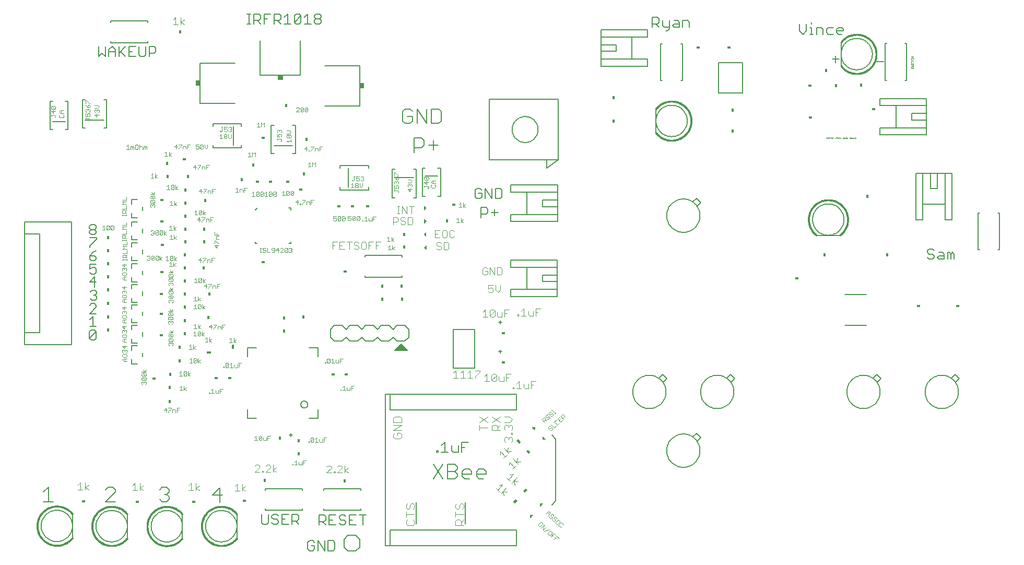
<source format=gto>
G75*
G70*
%OFA0B0*%
%FSLAX24Y24*%
%IPPOS*%
%LPD*%
%AMOC8*
5,1,8,0,0,1.08239X$1,22.5*
%
%ADD10C,0.0060*%
%ADD11C,0.0040*%
%ADD12C,0.0080*%
%ADD13C,0.0020*%
%ADD14C,0.0010*%
%ADD15C,0.0050*%
%ADD16R,0.0236X0.0157*%
%ADD17R,0.0157X0.0236*%
%ADD18R,0.0300X0.0340*%
%ADD19R,0.0340X0.0300*%
%ADD20R,0.0280X0.0160*%
%ADD21R,0.0160X0.0280*%
D10*
X001611Y002796D02*
X001613Y002859D01*
X001619Y002921D01*
X001629Y002983D01*
X001642Y003045D01*
X001660Y003105D01*
X001681Y003164D01*
X001706Y003222D01*
X001735Y003278D01*
X001767Y003332D01*
X001802Y003384D01*
X001840Y003433D01*
X001882Y003481D01*
X001926Y003525D01*
X001974Y003567D01*
X002023Y003605D01*
X002075Y003640D01*
X002129Y003672D01*
X002185Y003701D01*
X002243Y003726D01*
X002302Y003747D01*
X002362Y003765D01*
X002424Y003778D01*
X002486Y003788D01*
X002548Y003794D01*
X002611Y003796D01*
X002674Y003794D01*
X002736Y003788D01*
X002798Y003778D01*
X002860Y003765D01*
X002920Y003747D01*
X002979Y003726D01*
X003037Y003701D01*
X003093Y003672D01*
X003147Y003640D01*
X003199Y003605D01*
X003248Y003567D01*
X003296Y003525D01*
X003340Y003481D01*
X003382Y003433D01*
X003420Y003384D01*
X003455Y003332D01*
X003487Y003278D01*
X003516Y003222D01*
X003541Y003164D01*
X003562Y003105D01*
X003580Y003045D01*
X003593Y002983D01*
X003603Y002921D01*
X003609Y002859D01*
X003611Y002796D01*
X003609Y002733D01*
X003603Y002671D01*
X003593Y002609D01*
X003580Y002547D01*
X003562Y002487D01*
X003541Y002428D01*
X003516Y002370D01*
X003487Y002314D01*
X003455Y002260D01*
X003420Y002208D01*
X003382Y002159D01*
X003340Y002111D01*
X003296Y002067D01*
X003248Y002025D01*
X003199Y001987D01*
X003147Y001952D01*
X003093Y001920D01*
X003037Y001891D01*
X002979Y001866D01*
X002920Y001845D01*
X002860Y001827D01*
X002798Y001814D01*
X002736Y001804D01*
X002674Y001798D01*
X002611Y001796D01*
X002548Y001798D01*
X002486Y001804D01*
X002424Y001814D01*
X002362Y001827D01*
X002302Y001845D01*
X002243Y001866D01*
X002185Y001891D01*
X002129Y001920D01*
X002075Y001952D01*
X002023Y001987D01*
X001974Y002025D01*
X001926Y002067D01*
X001882Y002111D01*
X001840Y002159D01*
X001802Y002208D01*
X001767Y002260D01*
X001735Y002314D01*
X001706Y002370D01*
X001681Y002428D01*
X001660Y002487D01*
X001642Y002547D01*
X001629Y002609D01*
X001619Y002671D01*
X001613Y002733D01*
X001611Y002796D01*
X005111Y002781D02*
X005113Y002844D01*
X005119Y002906D01*
X005129Y002968D01*
X005142Y003030D01*
X005160Y003090D01*
X005181Y003149D01*
X005206Y003207D01*
X005235Y003263D01*
X005267Y003317D01*
X005302Y003369D01*
X005340Y003418D01*
X005382Y003466D01*
X005426Y003510D01*
X005474Y003552D01*
X005523Y003590D01*
X005575Y003625D01*
X005629Y003657D01*
X005685Y003686D01*
X005743Y003711D01*
X005802Y003732D01*
X005862Y003750D01*
X005924Y003763D01*
X005986Y003773D01*
X006048Y003779D01*
X006111Y003781D01*
X006174Y003779D01*
X006236Y003773D01*
X006298Y003763D01*
X006360Y003750D01*
X006420Y003732D01*
X006479Y003711D01*
X006537Y003686D01*
X006593Y003657D01*
X006647Y003625D01*
X006699Y003590D01*
X006748Y003552D01*
X006796Y003510D01*
X006840Y003466D01*
X006882Y003418D01*
X006920Y003369D01*
X006955Y003317D01*
X006987Y003263D01*
X007016Y003207D01*
X007041Y003149D01*
X007062Y003090D01*
X007080Y003030D01*
X007093Y002968D01*
X007103Y002906D01*
X007109Y002844D01*
X007111Y002781D01*
X007109Y002718D01*
X007103Y002656D01*
X007093Y002594D01*
X007080Y002532D01*
X007062Y002472D01*
X007041Y002413D01*
X007016Y002355D01*
X006987Y002299D01*
X006955Y002245D01*
X006920Y002193D01*
X006882Y002144D01*
X006840Y002096D01*
X006796Y002052D01*
X006748Y002010D01*
X006699Y001972D01*
X006647Y001937D01*
X006593Y001905D01*
X006537Y001876D01*
X006479Y001851D01*
X006420Y001830D01*
X006360Y001812D01*
X006298Y001799D01*
X006236Y001789D01*
X006174Y001783D01*
X006111Y001781D01*
X006048Y001783D01*
X005986Y001789D01*
X005924Y001799D01*
X005862Y001812D01*
X005802Y001830D01*
X005743Y001851D01*
X005685Y001876D01*
X005629Y001905D01*
X005575Y001937D01*
X005523Y001972D01*
X005474Y002010D01*
X005426Y002052D01*
X005382Y002096D01*
X005340Y002144D01*
X005302Y002193D01*
X005267Y002245D01*
X005235Y002299D01*
X005206Y002355D01*
X005181Y002413D01*
X005160Y002472D01*
X005142Y002532D01*
X005129Y002594D01*
X005119Y002656D01*
X005113Y002718D01*
X005111Y002781D01*
X008631Y002776D02*
X008633Y002839D01*
X008639Y002901D01*
X008649Y002963D01*
X008662Y003025D01*
X008680Y003085D01*
X008701Y003144D01*
X008726Y003202D01*
X008755Y003258D01*
X008787Y003312D01*
X008822Y003364D01*
X008860Y003413D01*
X008902Y003461D01*
X008946Y003505D01*
X008994Y003547D01*
X009043Y003585D01*
X009095Y003620D01*
X009149Y003652D01*
X009205Y003681D01*
X009263Y003706D01*
X009322Y003727D01*
X009382Y003745D01*
X009444Y003758D01*
X009506Y003768D01*
X009568Y003774D01*
X009631Y003776D01*
X009694Y003774D01*
X009756Y003768D01*
X009818Y003758D01*
X009880Y003745D01*
X009940Y003727D01*
X009999Y003706D01*
X010057Y003681D01*
X010113Y003652D01*
X010167Y003620D01*
X010219Y003585D01*
X010268Y003547D01*
X010316Y003505D01*
X010360Y003461D01*
X010402Y003413D01*
X010440Y003364D01*
X010475Y003312D01*
X010507Y003258D01*
X010536Y003202D01*
X010561Y003144D01*
X010582Y003085D01*
X010600Y003025D01*
X010613Y002963D01*
X010623Y002901D01*
X010629Y002839D01*
X010631Y002776D01*
X010629Y002713D01*
X010623Y002651D01*
X010613Y002589D01*
X010600Y002527D01*
X010582Y002467D01*
X010561Y002408D01*
X010536Y002350D01*
X010507Y002294D01*
X010475Y002240D01*
X010440Y002188D01*
X010402Y002139D01*
X010360Y002091D01*
X010316Y002047D01*
X010268Y002005D01*
X010219Y001967D01*
X010167Y001932D01*
X010113Y001900D01*
X010057Y001871D01*
X009999Y001846D01*
X009940Y001825D01*
X009880Y001807D01*
X009818Y001794D01*
X009756Y001784D01*
X009694Y001778D01*
X009631Y001776D01*
X009568Y001778D01*
X009506Y001784D01*
X009444Y001794D01*
X009382Y001807D01*
X009322Y001825D01*
X009263Y001846D01*
X009205Y001871D01*
X009149Y001900D01*
X009095Y001932D01*
X009043Y001967D01*
X008994Y002005D01*
X008946Y002047D01*
X008902Y002091D01*
X008860Y002139D01*
X008822Y002188D01*
X008787Y002240D01*
X008755Y002294D01*
X008726Y002350D01*
X008701Y002408D01*
X008680Y002467D01*
X008662Y002527D01*
X008649Y002589D01*
X008639Y002651D01*
X008633Y002713D01*
X008631Y002776D01*
X012111Y002781D02*
X012113Y002844D01*
X012119Y002906D01*
X012129Y002968D01*
X012142Y003030D01*
X012160Y003090D01*
X012181Y003149D01*
X012206Y003207D01*
X012235Y003263D01*
X012267Y003317D01*
X012302Y003369D01*
X012340Y003418D01*
X012382Y003466D01*
X012426Y003510D01*
X012474Y003552D01*
X012523Y003590D01*
X012575Y003625D01*
X012629Y003657D01*
X012685Y003686D01*
X012743Y003711D01*
X012802Y003732D01*
X012862Y003750D01*
X012924Y003763D01*
X012986Y003773D01*
X013048Y003779D01*
X013111Y003781D01*
X013174Y003779D01*
X013236Y003773D01*
X013298Y003763D01*
X013360Y003750D01*
X013420Y003732D01*
X013479Y003711D01*
X013537Y003686D01*
X013593Y003657D01*
X013647Y003625D01*
X013699Y003590D01*
X013748Y003552D01*
X013796Y003510D01*
X013840Y003466D01*
X013882Y003418D01*
X013920Y003369D01*
X013955Y003317D01*
X013987Y003263D01*
X014016Y003207D01*
X014041Y003149D01*
X014062Y003090D01*
X014080Y003030D01*
X014093Y002968D01*
X014103Y002906D01*
X014109Y002844D01*
X014111Y002781D01*
X014109Y002718D01*
X014103Y002656D01*
X014093Y002594D01*
X014080Y002532D01*
X014062Y002472D01*
X014041Y002413D01*
X014016Y002355D01*
X013987Y002299D01*
X013955Y002245D01*
X013920Y002193D01*
X013882Y002144D01*
X013840Y002096D01*
X013796Y002052D01*
X013748Y002010D01*
X013699Y001972D01*
X013647Y001937D01*
X013593Y001905D01*
X013537Y001876D01*
X013479Y001851D01*
X013420Y001830D01*
X013360Y001812D01*
X013298Y001799D01*
X013236Y001789D01*
X013174Y001783D01*
X013111Y001781D01*
X013048Y001783D01*
X012986Y001789D01*
X012924Y001799D01*
X012862Y001812D01*
X012802Y001830D01*
X012743Y001851D01*
X012685Y001876D01*
X012629Y001905D01*
X012575Y001937D01*
X012523Y001972D01*
X012474Y002010D01*
X012426Y002052D01*
X012382Y002096D01*
X012340Y002144D01*
X012302Y002193D01*
X012267Y002245D01*
X012235Y002299D01*
X012206Y002355D01*
X012181Y002413D01*
X012160Y002472D01*
X012142Y002532D01*
X012129Y002594D01*
X012119Y002656D01*
X012113Y002718D01*
X012111Y002781D01*
X015686Y003008D02*
X015793Y002901D01*
X016006Y002901D01*
X016113Y003008D01*
X016113Y003541D01*
X016330Y003435D02*
X016330Y003328D01*
X016437Y003221D01*
X016651Y003221D01*
X016757Y003114D01*
X016757Y003008D01*
X016651Y002901D01*
X016437Y002901D01*
X016330Y003008D01*
X016330Y003435D02*
X016437Y003541D01*
X016651Y003541D01*
X016757Y003435D01*
X016975Y003541D02*
X016975Y002901D01*
X017402Y002901D01*
X017619Y002901D02*
X017619Y003541D01*
X017940Y003541D01*
X018046Y003435D01*
X018046Y003221D01*
X017940Y003114D01*
X017619Y003114D01*
X017833Y003114D02*
X018046Y002901D01*
X017402Y003541D02*
X016975Y003541D01*
X016975Y003221D02*
X017188Y003221D01*
X015686Y003008D02*
X015686Y003541D01*
X018631Y001750D02*
X018631Y001323D01*
X018738Y001216D01*
X018951Y001216D01*
X019058Y001323D01*
X019058Y001536D01*
X018844Y001536D01*
X018631Y001750D02*
X018738Y001856D01*
X018951Y001856D01*
X019058Y001750D01*
X019275Y001856D02*
X019702Y001216D01*
X019702Y001856D01*
X019920Y001856D02*
X020240Y001856D01*
X020347Y001750D01*
X020347Y001323D01*
X020240Y001216D01*
X019920Y001216D01*
X019920Y001856D01*
X019275Y001856D02*
X019275Y001216D01*
X019346Y002861D02*
X019346Y003501D01*
X019666Y003501D01*
X019773Y003395D01*
X019773Y003181D01*
X019666Y003074D01*
X019346Y003074D01*
X019559Y003074D02*
X019773Y002861D01*
X019990Y002861D02*
X020417Y002861D01*
X020635Y002968D02*
X020742Y002861D01*
X020955Y002861D01*
X021062Y002968D01*
X021062Y003074D01*
X020955Y003181D01*
X020742Y003181D01*
X020635Y003288D01*
X020635Y003395D01*
X020742Y003501D01*
X020955Y003501D01*
X021062Y003395D01*
X021279Y003501D02*
X021279Y002861D01*
X021706Y002861D01*
X021493Y003181D02*
X021279Y003181D01*
X021279Y003501D02*
X021706Y003501D01*
X021924Y003501D02*
X022351Y003501D01*
X022137Y003501D02*
X022137Y002861D01*
X020417Y003501D02*
X019990Y003501D01*
X019990Y002861D01*
X019990Y003181D02*
X020204Y003181D01*
X026841Y007496D02*
X026948Y007496D01*
X026948Y007603D01*
X026841Y007603D01*
X026841Y007496D01*
X027163Y007496D02*
X027590Y007496D01*
X027377Y007496D02*
X027377Y008136D01*
X027163Y007923D01*
X027808Y007923D02*
X027808Y007603D01*
X027914Y007496D01*
X028235Y007496D01*
X028235Y007923D01*
X028452Y007816D02*
X028666Y007816D01*
X028452Y008136D02*
X028879Y008136D01*
X028452Y008136D02*
X028452Y007496D01*
X027919Y012871D02*
X027919Y015331D01*
X029281Y015331D01*
X029281Y012871D01*
X027919Y012871D01*
X029696Y022481D02*
X029696Y023121D01*
X030016Y023121D01*
X030123Y023015D01*
X030123Y022801D01*
X030016Y022694D01*
X029696Y022694D01*
X030340Y022801D02*
X030767Y022801D01*
X030554Y023015D02*
X030554Y022588D01*
X030600Y023706D02*
X030920Y023706D01*
X031027Y023813D01*
X031027Y024240D01*
X030920Y024346D01*
X030600Y024346D01*
X030600Y023706D01*
X030382Y023706D02*
X030382Y024346D01*
X029955Y024346D02*
X030382Y023706D01*
X029955Y023706D02*
X029955Y024346D01*
X029738Y024240D02*
X029631Y024346D01*
X029418Y024346D01*
X029311Y024240D01*
X029311Y023813D01*
X029418Y023706D01*
X029631Y023706D01*
X029738Y023813D01*
X029738Y024026D01*
X029524Y024026D01*
X040851Y028651D02*
X040853Y028714D01*
X040859Y028776D01*
X040869Y028838D01*
X040882Y028900D01*
X040900Y028960D01*
X040921Y029019D01*
X040946Y029077D01*
X040975Y029133D01*
X041007Y029187D01*
X041042Y029239D01*
X041080Y029288D01*
X041122Y029336D01*
X041166Y029380D01*
X041214Y029422D01*
X041263Y029460D01*
X041315Y029495D01*
X041369Y029527D01*
X041425Y029556D01*
X041483Y029581D01*
X041542Y029602D01*
X041602Y029620D01*
X041664Y029633D01*
X041726Y029643D01*
X041788Y029649D01*
X041851Y029651D01*
X041914Y029649D01*
X041976Y029643D01*
X042038Y029633D01*
X042100Y029620D01*
X042160Y029602D01*
X042219Y029581D01*
X042277Y029556D01*
X042333Y029527D01*
X042387Y029495D01*
X042439Y029460D01*
X042488Y029422D01*
X042536Y029380D01*
X042580Y029336D01*
X042622Y029288D01*
X042660Y029239D01*
X042695Y029187D01*
X042727Y029133D01*
X042756Y029077D01*
X042781Y029019D01*
X042802Y028960D01*
X042820Y028900D01*
X042833Y028838D01*
X042843Y028776D01*
X042849Y028714D01*
X042851Y028651D01*
X042849Y028588D01*
X042843Y028526D01*
X042833Y028464D01*
X042820Y028402D01*
X042802Y028342D01*
X042781Y028283D01*
X042756Y028225D01*
X042727Y028169D01*
X042695Y028115D01*
X042660Y028063D01*
X042622Y028014D01*
X042580Y027966D01*
X042536Y027922D01*
X042488Y027880D01*
X042439Y027842D01*
X042387Y027807D01*
X042333Y027775D01*
X042277Y027746D01*
X042219Y027721D01*
X042160Y027700D01*
X042100Y027682D01*
X042038Y027669D01*
X041976Y027659D01*
X041914Y027653D01*
X041851Y027651D01*
X041788Y027653D01*
X041726Y027659D01*
X041664Y027669D01*
X041602Y027682D01*
X041542Y027700D01*
X041483Y027721D01*
X041425Y027746D01*
X041369Y027775D01*
X041315Y027807D01*
X041263Y027842D01*
X041214Y027880D01*
X041166Y027922D01*
X041122Y027966D01*
X041080Y028014D01*
X041042Y028063D01*
X041007Y028115D01*
X040975Y028169D01*
X040946Y028225D01*
X040921Y028283D01*
X040900Y028342D01*
X040882Y028402D01*
X040869Y028464D01*
X040859Y028526D01*
X040853Y028588D01*
X040851Y028651D01*
X050031Y034394D02*
X050244Y034181D01*
X050458Y034394D01*
X050458Y034821D01*
X050675Y034608D02*
X050782Y034608D01*
X050782Y034181D01*
X050675Y034181D02*
X050889Y034181D01*
X051105Y034181D02*
X051105Y034608D01*
X051425Y034608D01*
X051532Y034501D01*
X051532Y034181D01*
X051750Y034288D02*
X051856Y034181D01*
X052177Y034181D01*
X052394Y034288D02*
X052394Y034501D01*
X052501Y034608D01*
X052714Y034608D01*
X052821Y034501D01*
X052821Y034394D01*
X052394Y034394D01*
X052394Y034288D02*
X052501Y034181D01*
X052714Y034181D01*
X052177Y034608D02*
X051856Y034608D01*
X051750Y034501D01*
X051750Y034288D01*
X050782Y034821D02*
X050782Y034928D01*
X050031Y034821D02*
X050031Y034394D01*
X052114Y032588D02*
X052541Y032588D01*
X052328Y032802D02*
X052328Y032375D01*
X052669Y032915D02*
X052671Y032978D01*
X052677Y033040D01*
X052687Y033102D01*
X052700Y033164D01*
X052718Y033224D01*
X052739Y033283D01*
X052764Y033341D01*
X052793Y033397D01*
X052825Y033451D01*
X052860Y033503D01*
X052898Y033552D01*
X052940Y033600D01*
X052984Y033644D01*
X053032Y033686D01*
X053081Y033724D01*
X053133Y033759D01*
X053187Y033791D01*
X053243Y033820D01*
X053301Y033845D01*
X053360Y033866D01*
X053420Y033884D01*
X053482Y033897D01*
X053544Y033907D01*
X053606Y033913D01*
X053669Y033915D01*
X053732Y033913D01*
X053794Y033907D01*
X053856Y033897D01*
X053918Y033884D01*
X053978Y033866D01*
X054037Y033845D01*
X054095Y033820D01*
X054151Y033791D01*
X054205Y033759D01*
X054257Y033724D01*
X054306Y033686D01*
X054354Y033644D01*
X054398Y033600D01*
X054440Y033552D01*
X054478Y033503D01*
X054513Y033451D01*
X054545Y033397D01*
X054574Y033341D01*
X054599Y033283D01*
X054620Y033224D01*
X054638Y033164D01*
X054651Y033102D01*
X054661Y033040D01*
X054667Y032978D01*
X054669Y032915D01*
X054667Y032852D01*
X054661Y032790D01*
X054651Y032728D01*
X054638Y032666D01*
X054620Y032606D01*
X054599Y032547D01*
X054574Y032489D01*
X054545Y032433D01*
X054513Y032379D01*
X054478Y032327D01*
X054440Y032278D01*
X054398Y032230D01*
X054354Y032186D01*
X054306Y032144D01*
X054257Y032106D01*
X054205Y032071D01*
X054151Y032039D01*
X054095Y032010D01*
X054037Y031985D01*
X053978Y031964D01*
X053918Y031946D01*
X053856Y031933D01*
X053794Y031923D01*
X053732Y031917D01*
X053669Y031915D01*
X053606Y031917D01*
X053544Y031923D01*
X053482Y031933D01*
X053420Y031946D01*
X053360Y031964D01*
X053301Y031985D01*
X053243Y032010D01*
X053187Y032039D01*
X053133Y032071D01*
X053081Y032106D01*
X053032Y032144D01*
X052984Y032186D01*
X052940Y032230D01*
X052898Y032278D01*
X052860Y032327D01*
X052825Y032379D01*
X052793Y032433D01*
X052764Y032489D01*
X052739Y032547D01*
X052718Y032606D01*
X052700Y032666D01*
X052687Y032728D01*
X052677Y032790D01*
X052671Y032852D01*
X052669Y032915D01*
X054943Y032443D02*
X055370Y032443D01*
X042991Y034631D02*
X042991Y034951D01*
X042885Y035058D01*
X042564Y035058D01*
X042564Y034631D01*
X042347Y034631D02*
X042347Y034951D01*
X042240Y035058D01*
X042027Y035058D01*
X042027Y034844D02*
X042347Y034844D01*
X042347Y034631D02*
X042027Y034631D01*
X041920Y034738D01*
X042027Y034844D01*
X041702Y034631D02*
X041382Y034631D01*
X041275Y034738D01*
X041275Y035058D01*
X041058Y035165D02*
X041058Y034951D01*
X040951Y034844D01*
X040631Y034844D01*
X040631Y034631D02*
X040631Y035271D01*
X040951Y035271D01*
X041058Y035165D01*
X040844Y034844D02*
X041058Y034631D01*
X041489Y034417D02*
X041596Y034417D01*
X041702Y034524D01*
X041702Y035058D01*
X019485Y035054D02*
X019485Y034948D01*
X019378Y034841D01*
X019164Y034841D01*
X019058Y034948D01*
X019058Y035054D01*
X019164Y035161D01*
X019378Y035161D01*
X019485Y035054D01*
X019378Y035161D02*
X019485Y035268D01*
X019485Y035375D01*
X019378Y035481D01*
X019164Y035481D01*
X019058Y035375D01*
X019058Y035268D01*
X019164Y035161D01*
X018840Y034841D02*
X018413Y034841D01*
X018627Y034841D02*
X018627Y035481D01*
X018413Y035268D01*
X018196Y035375D02*
X017769Y034948D01*
X017875Y034841D01*
X018089Y034841D01*
X018196Y034948D01*
X018196Y035375D01*
X018089Y035481D01*
X017875Y035481D01*
X017769Y035375D01*
X017769Y034948D01*
X017551Y034841D02*
X017124Y034841D01*
X017338Y034841D02*
X017338Y035481D01*
X017124Y035268D01*
X016907Y035375D02*
X016907Y035161D01*
X016800Y035054D01*
X016480Y035054D01*
X016693Y035054D02*
X016907Y034841D01*
X016480Y034841D02*
X016480Y035481D01*
X016800Y035481D01*
X016907Y035375D01*
X016262Y035481D02*
X015835Y035481D01*
X015835Y034841D01*
X015617Y034841D02*
X015404Y035054D01*
X015511Y035054D02*
X015190Y035054D01*
X015190Y034841D02*
X015190Y035481D01*
X015511Y035481D01*
X015617Y035375D01*
X015617Y035161D01*
X015511Y035054D01*
X015835Y035161D02*
X016049Y035161D01*
X014974Y034841D02*
X014761Y034841D01*
X014868Y034841D02*
X014868Y035481D01*
X014974Y035481D02*
X014761Y035481D01*
X008930Y033295D02*
X008930Y033081D01*
X008824Y032974D01*
X008503Y032974D01*
X008503Y032761D02*
X008503Y033401D01*
X008824Y033401D01*
X008930Y033295D01*
X008286Y033401D02*
X008286Y032868D01*
X008179Y032761D01*
X007966Y032761D01*
X007859Y032868D01*
X007859Y033401D01*
X007641Y033401D02*
X007214Y033401D01*
X007214Y032761D01*
X007641Y032761D01*
X007428Y033081D02*
X007214Y033081D01*
X006997Y032761D02*
X006677Y033081D01*
X006570Y032974D02*
X006997Y033401D01*
X006570Y033401D02*
X006570Y032761D01*
X006352Y032761D02*
X006352Y033188D01*
X006139Y033401D01*
X005925Y033188D01*
X005925Y032761D01*
X005708Y032761D02*
X005494Y032974D01*
X005281Y032761D01*
X005281Y033401D01*
X005708Y033401D02*
X005708Y032761D01*
X005925Y033081D02*
X006352Y033081D01*
X005016Y022026D02*
X005123Y021920D01*
X005123Y021813D01*
X005016Y021706D01*
X004803Y021706D01*
X004696Y021813D01*
X004696Y021920D01*
X004803Y022026D01*
X005016Y022026D01*
X005016Y021706D02*
X005123Y021599D01*
X005123Y021493D01*
X005016Y021386D01*
X004803Y021386D01*
X004696Y021493D01*
X004696Y021599D01*
X004803Y021706D01*
X004706Y021196D02*
X005133Y021196D01*
X005133Y021090D01*
X004706Y020663D01*
X004706Y020556D01*
X004914Y020255D02*
X005128Y020361D01*
X004914Y020255D02*
X004701Y020041D01*
X005021Y020041D01*
X005128Y019934D01*
X005128Y019828D01*
X005021Y019721D01*
X004808Y019721D01*
X004701Y019828D01*
X004701Y020041D01*
X004701Y019516D02*
X004701Y019196D01*
X004914Y019303D01*
X005021Y019303D01*
X005128Y019196D01*
X005128Y018983D01*
X005021Y018876D01*
X004808Y018876D01*
X004701Y018983D01*
X005021Y018686D02*
X004701Y018366D01*
X005128Y018366D01*
X005021Y018046D02*
X005021Y018686D01*
X005056Y017851D02*
X005163Y017745D01*
X005163Y017638D01*
X005056Y017531D01*
X005163Y017424D01*
X005163Y017318D01*
X005056Y017211D01*
X004843Y017211D01*
X004736Y017318D01*
X004949Y017531D02*
X005056Y017531D01*
X005056Y017851D02*
X004843Y017851D01*
X004736Y017745D01*
X004808Y016991D02*
X004701Y016885D01*
X004808Y016991D02*
X005021Y016991D01*
X005128Y016885D01*
X005128Y016778D01*
X004701Y016351D01*
X005128Y016351D01*
X004914Y016176D02*
X004914Y015536D01*
X004701Y015536D02*
X005128Y015536D01*
X005016Y015306D02*
X005123Y015200D01*
X004696Y014773D01*
X004803Y014666D01*
X005016Y014666D01*
X005123Y014773D01*
X005123Y015200D01*
X005016Y015306D02*
X004803Y015306D01*
X004696Y015200D01*
X004696Y014773D01*
X004701Y015963D02*
X004914Y016176D01*
X005128Y019516D02*
X004701Y019516D01*
X050851Y022351D02*
X050853Y022414D01*
X050859Y022476D01*
X050869Y022538D01*
X050882Y022600D01*
X050900Y022660D01*
X050921Y022719D01*
X050946Y022777D01*
X050975Y022833D01*
X051007Y022887D01*
X051042Y022939D01*
X051080Y022988D01*
X051122Y023036D01*
X051166Y023080D01*
X051214Y023122D01*
X051263Y023160D01*
X051315Y023195D01*
X051369Y023227D01*
X051425Y023256D01*
X051483Y023281D01*
X051542Y023302D01*
X051602Y023320D01*
X051664Y023333D01*
X051726Y023343D01*
X051788Y023349D01*
X051851Y023351D01*
X051914Y023349D01*
X051976Y023343D01*
X052038Y023333D01*
X052100Y023320D01*
X052160Y023302D01*
X052219Y023281D01*
X052277Y023256D01*
X052333Y023227D01*
X052387Y023195D01*
X052439Y023160D01*
X052488Y023122D01*
X052536Y023080D01*
X052580Y023036D01*
X052622Y022988D01*
X052660Y022939D01*
X052695Y022887D01*
X052727Y022833D01*
X052756Y022777D01*
X052781Y022719D01*
X052802Y022660D01*
X052820Y022600D01*
X052833Y022538D01*
X052843Y022476D01*
X052849Y022414D01*
X052851Y022351D01*
X052849Y022288D01*
X052843Y022226D01*
X052833Y022164D01*
X052820Y022102D01*
X052802Y022042D01*
X052781Y021983D01*
X052756Y021925D01*
X052727Y021869D01*
X052695Y021815D01*
X052660Y021763D01*
X052622Y021714D01*
X052580Y021666D01*
X052536Y021622D01*
X052488Y021580D01*
X052439Y021542D01*
X052387Y021507D01*
X052333Y021475D01*
X052277Y021446D01*
X052219Y021421D01*
X052160Y021400D01*
X052100Y021382D01*
X052038Y021369D01*
X051976Y021359D01*
X051914Y021353D01*
X051851Y021351D01*
X051788Y021353D01*
X051726Y021359D01*
X051664Y021369D01*
X051602Y021382D01*
X051542Y021400D01*
X051483Y021421D01*
X051425Y021446D01*
X051369Y021475D01*
X051315Y021507D01*
X051263Y021542D01*
X051214Y021580D01*
X051166Y021622D01*
X051122Y021666D01*
X051080Y021714D01*
X051042Y021763D01*
X051007Y021815D01*
X050975Y021869D01*
X050946Y021925D01*
X050921Y021983D01*
X050900Y022042D01*
X050882Y022102D01*
X050869Y022164D01*
X050859Y022226D01*
X050853Y022288D01*
X050851Y022351D01*
X058181Y020365D02*
X058181Y020258D01*
X058288Y020151D01*
X058501Y020151D01*
X058608Y020044D01*
X058608Y019938D01*
X058501Y019831D01*
X058288Y019831D01*
X058181Y019938D01*
X058181Y020365D02*
X058288Y020471D01*
X058501Y020471D01*
X058608Y020365D01*
X058932Y020258D02*
X059146Y020258D01*
X059252Y020151D01*
X059252Y019831D01*
X058932Y019831D01*
X058825Y019938D01*
X058932Y020044D01*
X059252Y020044D01*
X059470Y019831D02*
X059470Y020258D01*
X059577Y020258D01*
X059683Y020151D01*
X059790Y020258D01*
X059897Y020151D01*
X059897Y019831D01*
X059683Y019831D02*
X059683Y020151D01*
D11*
X033479Y016671D02*
X033172Y016671D01*
X033172Y016211D01*
X033018Y016211D02*
X033018Y016518D01*
X033172Y016441D02*
X033325Y016441D01*
X033018Y016211D02*
X032788Y016211D01*
X032711Y016287D01*
X032711Y016518D01*
X032404Y016671D02*
X032251Y016518D01*
X032404Y016671D02*
X032404Y016211D01*
X032251Y016211D02*
X032558Y016211D01*
X032097Y016211D02*
X032021Y016211D01*
X032021Y016287D01*
X032097Y016287D01*
X032097Y016211D01*
X031489Y016596D02*
X031182Y016596D01*
X031182Y016136D01*
X031028Y016136D02*
X031028Y016443D01*
X031182Y016366D02*
X031335Y016366D01*
X031028Y016136D02*
X030798Y016136D01*
X030721Y016212D01*
X030721Y016443D01*
X030568Y016519D02*
X030261Y016212D01*
X030338Y016136D01*
X030491Y016136D01*
X030568Y016212D01*
X030568Y016519D01*
X030491Y016596D01*
X030338Y016596D01*
X030261Y016519D01*
X030261Y016212D01*
X030108Y016136D02*
X029801Y016136D01*
X029954Y016136D02*
X029954Y016596D01*
X029801Y016443D01*
X030232Y017701D02*
X030156Y017777D01*
X030232Y017701D02*
X030386Y017701D01*
X030463Y017777D01*
X030463Y017931D01*
X030386Y018008D01*
X030309Y018008D01*
X030156Y017931D01*
X030156Y018161D01*
X030463Y018161D01*
X030616Y018161D02*
X030616Y017854D01*
X030770Y017701D01*
X030923Y017854D01*
X030923Y018161D01*
X030947Y018831D02*
X030716Y018831D01*
X030716Y019291D01*
X030947Y019291D01*
X031023Y019214D01*
X031023Y018907D01*
X030947Y018831D01*
X030563Y018831D02*
X030563Y019291D01*
X030256Y019291D02*
X030563Y018831D01*
X030256Y018831D02*
X030256Y019291D01*
X030103Y019214D02*
X030026Y019291D01*
X029872Y019291D01*
X029796Y019214D01*
X029796Y018907D01*
X029872Y018831D01*
X030026Y018831D01*
X030103Y018907D01*
X030103Y019061D01*
X029949Y019061D01*
X027613Y020517D02*
X027536Y020441D01*
X027306Y020441D01*
X027306Y020901D01*
X027536Y020901D01*
X027613Y020824D01*
X027613Y020517D01*
X027153Y020517D02*
X027076Y020441D01*
X026922Y020441D01*
X026846Y020517D01*
X026922Y020671D02*
X027076Y020671D01*
X027153Y020594D01*
X027153Y020517D01*
X026922Y020671D02*
X026846Y020748D01*
X026846Y020824D01*
X026922Y020901D01*
X027076Y020901D01*
X027153Y020824D01*
X027058Y021216D02*
X026751Y021216D01*
X026751Y021676D01*
X027058Y021676D01*
X027211Y021599D02*
X027211Y021292D01*
X027288Y021216D01*
X027441Y021216D01*
X027518Y021292D01*
X027518Y021599D01*
X027441Y021676D01*
X027288Y021676D01*
X027211Y021599D01*
X026904Y021446D02*
X026751Y021446D01*
X027671Y021292D02*
X027748Y021216D01*
X027902Y021216D01*
X027978Y021292D01*
X027671Y021292D02*
X027671Y021599D01*
X027748Y021676D01*
X027902Y021676D01*
X027978Y021599D01*
X025313Y022122D02*
X025237Y022046D01*
X025006Y022046D01*
X025006Y022506D01*
X025237Y022506D01*
X025313Y022429D01*
X025313Y022122D01*
X024853Y022122D02*
X024776Y022046D01*
X024623Y022046D01*
X024546Y022122D01*
X024623Y022276D02*
X024776Y022276D01*
X024853Y022199D01*
X024853Y022122D01*
X024623Y022276D02*
X024546Y022353D01*
X024546Y022429D01*
X024623Y022506D01*
X024776Y022506D01*
X024853Y022429D01*
X024955Y022736D02*
X024955Y023196D01*
X025108Y023196D02*
X025415Y023196D01*
X025261Y023196D02*
X025261Y022736D01*
X024955Y022736D02*
X024648Y023196D01*
X024648Y022736D01*
X024494Y022736D02*
X024341Y022736D01*
X024417Y022736D02*
X024417Y023196D01*
X024341Y023196D02*
X024494Y023196D01*
X024316Y022506D02*
X024393Y022429D01*
X024393Y022276D01*
X024316Y022199D01*
X024086Y022199D01*
X024086Y022046D02*
X024086Y022506D01*
X024316Y022506D01*
X023275Y020921D02*
X022968Y020921D01*
X022968Y020461D01*
X022968Y020691D02*
X023121Y020691D01*
X022814Y020921D02*
X022508Y020921D01*
X022508Y020461D01*
X022354Y020537D02*
X022354Y020844D01*
X022277Y020921D01*
X022124Y020921D01*
X022047Y020844D01*
X022047Y020537D01*
X022124Y020461D01*
X022277Y020461D01*
X022354Y020537D01*
X022508Y020691D02*
X022661Y020691D01*
X021894Y020614D02*
X021894Y020537D01*
X021817Y020461D01*
X021664Y020461D01*
X021587Y020537D01*
X021664Y020691D02*
X021817Y020691D01*
X021894Y020614D01*
X021894Y020844D02*
X021817Y020921D01*
X021664Y020921D01*
X021587Y020844D01*
X021587Y020768D01*
X021664Y020691D01*
X021433Y020921D02*
X021126Y020921D01*
X020973Y020921D02*
X020666Y020921D01*
X020666Y020461D01*
X020973Y020461D01*
X020820Y020691D02*
X020666Y020691D01*
X020513Y020921D02*
X020206Y020921D01*
X020206Y020461D01*
X020206Y020691D02*
X020359Y020691D01*
X021280Y020461D02*
X021280Y020921D01*
X028074Y012711D02*
X028074Y012251D01*
X027921Y012251D02*
X028228Y012251D01*
X028381Y012251D02*
X028688Y012251D01*
X028535Y012251D02*
X028535Y012711D01*
X028381Y012558D01*
X028074Y012711D02*
X027921Y012558D01*
X028841Y012558D02*
X028995Y012711D01*
X028995Y012251D01*
X029148Y012251D02*
X028841Y012251D01*
X029302Y012251D02*
X029302Y012327D01*
X029609Y012634D01*
X029609Y012711D01*
X029302Y012711D01*
X029906Y012333D02*
X030059Y012486D01*
X030059Y012026D01*
X029906Y012026D02*
X030213Y012026D01*
X030366Y012102D02*
X030673Y012409D01*
X030673Y012102D01*
X030596Y012026D01*
X030443Y012026D01*
X030366Y012102D01*
X030366Y012409D01*
X030443Y012486D01*
X030596Y012486D01*
X030673Y012409D01*
X030826Y012333D02*
X030826Y012102D01*
X030903Y012026D01*
X031133Y012026D01*
X031133Y012333D01*
X031287Y012256D02*
X031440Y012256D01*
X031287Y012026D02*
X031287Y012486D01*
X031594Y012486D01*
X032104Y012021D02*
X032104Y011561D01*
X031951Y011561D02*
X032258Y011561D01*
X032411Y011637D02*
X032488Y011561D01*
X032718Y011561D01*
X032718Y011868D01*
X032872Y011791D02*
X033025Y011791D01*
X032872Y011561D02*
X032872Y012021D01*
X033179Y012021D01*
X032411Y011868D02*
X032411Y011637D01*
X032104Y012021D02*
X031951Y011868D01*
X031797Y011637D02*
X031797Y011561D01*
X031721Y011561D01*
X031721Y011637D01*
X031797Y011637D01*
X031521Y009760D02*
X031174Y009760D01*
X030907Y009760D02*
X030387Y009413D01*
X030473Y009245D02*
X030647Y009245D01*
X030734Y009158D01*
X030734Y008898D01*
X030907Y008898D02*
X030387Y008898D01*
X030387Y009158D01*
X030473Y009245D01*
X030734Y009071D02*
X030907Y009245D01*
X030907Y009413D02*
X030387Y009760D01*
X030120Y009760D02*
X029599Y009413D01*
X029599Y009245D02*
X029599Y008898D01*
X029599Y009071D02*
X030120Y009071D01*
X030120Y009413D02*
X029599Y009760D01*
X031174Y009413D02*
X031521Y009413D01*
X031695Y009587D01*
X031521Y009760D01*
X031521Y009245D02*
X031434Y009158D01*
X031434Y009071D01*
X031434Y009158D02*
X031348Y009245D01*
X031261Y009245D01*
X031174Y009158D01*
X031174Y008985D01*
X031261Y008898D01*
X031608Y008898D02*
X031695Y008985D01*
X031695Y009158D01*
X031608Y009245D01*
X031521Y009245D01*
X031608Y008727D02*
X031695Y008727D01*
X031695Y008640D01*
X031608Y008640D01*
X031608Y008727D01*
X031608Y008471D02*
X031695Y008385D01*
X031695Y008211D01*
X031608Y008124D01*
X031434Y008298D02*
X031434Y008385D01*
X031521Y008471D01*
X031608Y008471D01*
X031434Y008385D02*
X031348Y008471D01*
X031261Y008471D01*
X031174Y008385D01*
X031174Y008211D01*
X031261Y008124D01*
X031420Y007809D02*
X031352Y007541D01*
X031625Y007581D01*
X031454Y007427D02*
X031146Y007769D01*
X030918Y007564D02*
X031226Y007222D01*
X031340Y007324D02*
X031112Y007119D01*
X030907Y007347D02*
X030918Y007564D01*
X031503Y006884D02*
X031811Y006542D01*
X031925Y006644D02*
X031697Y006439D01*
X031492Y006667D02*
X031503Y006884D01*
X031731Y007089D02*
X032039Y006747D01*
X031937Y006861D02*
X032005Y007129D01*
X031937Y006861D02*
X032210Y006901D01*
X031746Y006097D02*
X031438Y005755D01*
X031324Y005857D02*
X031552Y005652D01*
X031666Y005549D02*
X031974Y005891D01*
X032042Y005623D02*
X031769Y005663D01*
X031837Y005395D01*
X031294Y005221D02*
X030986Y004879D01*
X030872Y004982D02*
X030644Y005187D01*
X030758Y005085D02*
X031066Y005427D01*
X030849Y005415D01*
X031089Y004993D02*
X031362Y004953D01*
X031089Y004993D02*
X031157Y004725D01*
X031529Y006085D02*
X031746Y006097D01*
X028575Y004134D02*
X028575Y003960D01*
X028489Y003874D01*
X028315Y003960D02*
X028315Y004134D01*
X028402Y004221D01*
X028489Y004221D01*
X028575Y004134D01*
X028315Y003960D02*
X028229Y003874D01*
X028142Y003874D01*
X028055Y003960D01*
X028055Y004134D01*
X028142Y004221D01*
X028055Y003705D02*
X028055Y003358D01*
X028055Y003532D02*
X028575Y003532D01*
X028575Y003189D02*
X028402Y003016D01*
X028402Y003103D02*
X028402Y002842D01*
X028575Y002842D02*
X028055Y002842D01*
X028055Y003103D01*
X028142Y003189D01*
X028315Y003189D01*
X028402Y003103D01*
X025426Y003103D02*
X025339Y003189D01*
X025426Y003103D02*
X025426Y002929D01*
X025339Y002842D01*
X024992Y002842D01*
X024905Y002929D01*
X024905Y003103D01*
X024992Y003189D01*
X024905Y003358D02*
X024905Y003705D01*
X024905Y003532D02*
X025426Y003532D01*
X025339Y003874D02*
X025426Y003960D01*
X025426Y004134D01*
X025339Y004221D01*
X025252Y004221D01*
X025166Y004134D01*
X025166Y003960D01*
X025079Y003874D01*
X024992Y003874D01*
X024905Y003960D01*
X024905Y004134D01*
X024992Y004221D01*
X021212Y006186D02*
X020982Y006339D01*
X021212Y006493D01*
X020982Y006646D02*
X020982Y006186D01*
X020828Y006186D02*
X020521Y006186D01*
X020828Y006493D01*
X020828Y006569D01*
X020751Y006646D01*
X020598Y006646D01*
X020521Y006569D01*
X020368Y006262D02*
X020368Y006186D01*
X020291Y006186D01*
X020291Y006262D01*
X020368Y006262D01*
X020138Y006186D02*
X019831Y006186D01*
X020138Y006493D01*
X020138Y006569D01*
X020061Y006646D01*
X019907Y006646D01*
X019831Y006569D01*
X016632Y006533D02*
X016402Y006379D01*
X016632Y006226D01*
X016402Y006226D02*
X016402Y006686D01*
X016248Y006609D02*
X016171Y006686D01*
X016018Y006686D01*
X015941Y006609D01*
X016248Y006609D02*
X016248Y006533D01*
X015941Y006226D01*
X016248Y006226D01*
X015788Y006226D02*
X015711Y006226D01*
X015711Y006302D01*
X015788Y006302D01*
X015788Y006226D01*
X015558Y006226D02*
X015251Y006226D01*
X015558Y006533D01*
X015558Y006609D01*
X015481Y006686D01*
X015327Y006686D01*
X015251Y006609D01*
X014436Y005481D02*
X014436Y005021D01*
X014436Y005174D02*
X014666Y005021D01*
X014436Y005174D02*
X014666Y005328D01*
X014283Y005021D02*
X013976Y005021D01*
X014129Y005021D02*
X014129Y005481D01*
X013976Y005328D01*
X011711Y005368D02*
X011481Y005214D01*
X011711Y005061D01*
X011481Y005061D02*
X011481Y005521D01*
X011174Y005521D02*
X011174Y005061D01*
X011021Y005061D02*
X011328Y005061D01*
X011021Y005368D02*
X011174Y005521D01*
X008131Y005383D02*
X007901Y005229D01*
X008131Y005076D01*
X007901Y005076D02*
X007901Y005536D01*
X007594Y005536D02*
X007594Y005076D01*
X007441Y005076D02*
X007748Y005076D01*
X007441Y005383D02*
X007594Y005536D01*
X004646Y005418D02*
X004416Y005264D01*
X004646Y005111D01*
X004416Y005111D02*
X004416Y005571D01*
X004109Y005571D02*
X004109Y005111D01*
X003956Y005111D02*
X004263Y005111D01*
X003956Y005418D02*
X004109Y005571D01*
X024087Y008469D02*
X024174Y008382D01*
X024521Y008382D01*
X024608Y008469D01*
X024608Y008642D01*
X024521Y008729D01*
X024348Y008729D01*
X024348Y008556D01*
X024174Y008729D02*
X024087Y008642D01*
X024087Y008469D01*
X024087Y008898D02*
X024608Y009245D01*
X024087Y009245D01*
X024087Y009413D02*
X024087Y009674D01*
X024174Y009760D01*
X024521Y009760D01*
X024608Y009674D01*
X024608Y009413D01*
X024087Y009413D01*
X024087Y008898D02*
X024608Y008898D01*
X010736Y034811D02*
X010506Y034964D01*
X010736Y035118D01*
X010506Y035271D02*
X010506Y034811D01*
X010353Y034811D02*
X010046Y034811D01*
X010199Y034811D02*
X010199Y035271D01*
X010046Y035118D01*
D12*
X003611Y003546D02*
X003611Y002046D01*
X007111Y002031D02*
X007111Y003531D01*
X006340Y004346D02*
X005726Y004346D01*
X006340Y004960D01*
X006340Y005113D01*
X006186Y005267D01*
X005879Y005267D01*
X005726Y005113D01*
X002375Y004346D02*
X001761Y004346D01*
X002068Y004346D02*
X002068Y005267D01*
X001761Y004960D01*
X009171Y005113D02*
X009324Y005267D01*
X009631Y005267D01*
X009785Y005113D01*
X009785Y004960D01*
X009631Y004806D01*
X009785Y004653D01*
X009785Y004499D01*
X009631Y004346D01*
X009324Y004346D01*
X009171Y004499D01*
X009478Y004806D02*
X009631Y004806D01*
X010631Y003526D02*
X010631Y002026D01*
X014111Y002031D02*
X014111Y003531D01*
X013016Y004316D02*
X013016Y005237D01*
X012556Y004776D01*
X013170Y004776D01*
X020936Y001951D02*
X020936Y001451D01*
X021186Y001201D01*
X021686Y001201D01*
X021936Y001451D01*
X021936Y001951D01*
X021686Y002201D01*
X021186Y002201D01*
X020936Y001951D01*
X023576Y001543D02*
X023576Y011189D01*
X023871Y011189D01*
X023871Y010204D01*
X031942Y010204D01*
X031942Y011189D01*
X023871Y011189D01*
X023826Y014586D02*
X023326Y014586D01*
X023076Y014836D01*
X022826Y014586D01*
X022326Y014586D01*
X022076Y014836D01*
X021826Y014586D01*
X021326Y014586D01*
X021076Y014836D01*
X020826Y014586D01*
X020326Y014586D01*
X020076Y014836D01*
X020076Y015336D01*
X020326Y015586D01*
X020826Y015586D01*
X021076Y015336D01*
X021326Y015586D01*
X021826Y015586D01*
X022076Y015336D01*
X022326Y015586D01*
X022826Y015586D01*
X023076Y015336D01*
X023326Y015586D01*
X023826Y015586D01*
X024076Y015336D01*
X024326Y015586D01*
X024826Y015586D01*
X025076Y015336D01*
X025076Y014836D01*
X024826Y014586D01*
X024326Y014586D01*
X024076Y014836D01*
X023826Y014586D01*
X034206Y008610D02*
X034442Y008334D01*
X034442Y004397D01*
X034206Y004122D01*
X031942Y002527D02*
X023871Y002527D01*
X023871Y001543D01*
X023576Y001543D01*
X023871Y001543D02*
X031942Y001543D01*
X031942Y002527D01*
X029863Y005811D02*
X029556Y005811D01*
X029403Y005964D01*
X029403Y006271D01*
X029556Y006425D01*
X029863Y006425D01*
X030017Y006271D01*
X030017Y006118D01*
X029403Y006118D01*
X029096Y006118D02*
X028482Y006118D01*
X028482Y006271D02*
X028482Y005964D01*
X028636Y005811D01*
X028943Y005811D01*
X029096Y006118D02*
X029096Y006271D01*
X028943Y006425D01*
X028636Y006425D01*
X028482Y006271D01*
X028175Y006118D02*
X028175Y005964D01*
X028022Y005811D01*
X027562Y005811D01*
X027562Y006732D01*
X028022Y006732D01*
X028175Y006578D01*
X028175Y006425D01*
X028022Y006271D01*
X027562Y006271D01*
X028022Y006271D02*
X028175Y006118D01*
X027255Y005811D02*
X026641Y006732D01*
X027255Y006732D02*
X026641Y005811D01*
X052912Y015617D02*
X054290Y015617D01*
X054290Y017585D02*
X052912Y017585D01*
X052601Y021351D02*
X051101Y021351D01*
X040851Y027901D02*
X040851Y029401D01*
X031675Y028101D02*
X031677Y028158D01*
X031683Y028215D01*
X031693Y028271D01*
X031706Y028327D01*
X031724Y028381D01*
X031745Y028434D01*
X031770Y028485D01*
X031798Y028535D01*
X031830Y028582D01*
X031864Y028628D01*
X031902Y028670D01*
X031943Y028710D01*
X031986Y028748D01*
X032032Y028782D01*
X032080Y028812D01*
X032130Y028840D01*
X032182Y028864D01*
X032236Y028884D01*
X032290Y028900D01*
X032346Y028913D01*
X032402Y028922D01*
X032459Y028927D01*
X032516Y028928D01*
X032573Y028925D01*
X032630Y028918D01*
X032686Y028907D01*
X032741Y028893D01*
X032795Y028874D01*
X032848Y028852D01*
X032899Y028827D01*
X032948Y028797D01*
X032995Y028765D01*
X033040Y028729D01*
X033082Y028691D01*
X033121Y028649D01*
X033157Y028605D01*
X033191Y028559D01*
X033221Y028510D01*
X033247Y028460D01*
X033270Y028408D01*
X033289Y028354D01*
X033305Y028299D01*
X033317Y028243D01*
X033325Y028186D01*
X033329Y028130D01*
X033329Y028072D01*
X033325Y028016D01*
X033317Y027959D01*
X033305Y027903D01*
X033289Y027848D01*
X033270Y027794D01*
X033247Y027742D01*
X033221Y027692D01*
X033191Y027643D01*
X033157Y027597D01*
X033121Y027553D01*
X033082Y027511D01*
X033040Y027473D01*
X032995Y027437D01*
X032948Y027405D01*
X032899Y027375D01*
X032848Y027350D01*
X032795Y027328D01*
X032741Y027309D01*
X032686Y027295D01*
X032630Y027284D01*
X032573Y027277D01*
X032516Y027274D01*
X032459Y027275D01*
X032402Y027280D01*
X032346Y027289D01*
X032290Y027302D01*
X032236Y027318D01*
X032182Y027338D01*
X032130Y027362D01*
X032080Y027390D01*
X032032Y027420D01*
X031986Y027454D01*
X031943Y027492D01*
X031902Y027532D01*
X031864Y027574D01*
X031830Y027620D01*
X031798Y027667D01*
X031770Y027717D01*
X031745Y027768D01*
X031724Y027821D01*
X031706Y027875D01*
X031693Y027931D01*
X031683Y027987D01*
X031677Y028044D01*
X031675Y028101D01*
X027146Y028644D02*
X026993Y028491D01*
X026532Y028491D01*
X026532Y029412D01*
X026993Y029412D01*
X027146Y029258D01*
X027146Y028644D01*
X026225Y028491D02*
X026225Y029412D01*
X025612Y029412D02*
X026225Y028491D01*
X025612Y028491D02*
X025612Y029412D01*
X025305Y029258D02*
X025151Y029412D01*
X024844Y029412D01*
X024691Y029258D01*
X024691Y028644D01*
X024844Y028491D01*
X025151Y028491D01*
X025305Y028644D01*
X025305Y028951D01*
X024998Y028951D01*
X025431Y027562D02*
X025891Y027562D01*
X026045Y027408D01*
X026045Y027101D01*
X025891Y026948D01*
X025431Y026948D01*
X025431Y026641D02*
X025431Y027562D01*
X026352Y027101D02*
X026965Y027101D01*
X026658Y027408D02*
X026658Y026794D01*
X026919Y025631D02*
X027101Y025631D01*
X027101Y023820D01*
X026919Y023820D01*
X026132Y023820D02*
X025951Y023820D01*
X025951Y025631D01*
X026132Y025631D01*
X026132Y025119D02*
X026919Y025119D01*
X025566Y025561D02*
X025566Y023750D01*
X025384Y023750D01*
X024197Y023750D02*
X024015Y023750D01*
X024015Y025561D01*
X024197Y025561D01*
X024197Y025049D02*
X025384Y025049D01*
X025384Y025561D02*
X025566Y025561D01*
X022506Y025619D02*
X022506Y025801D01*
X020695Y025801D01*
X020695Y025619D01*
X021207Y025619D02*
X021207Y024432D01*
X020695Y024432D02*
X020695Y024250D01*
X022506Y024250D01*
X022506Y024432D01*
X017846Y026565D02*
X017664Y026565D01*
X017846Y026565D02*
X017846Y028376D01*
X017664Y028376D01*
X016477Y028376D02*
X016295Y028376D01*
X016295Y026565D01*
X016477Y026565D01*
X016477Y027077D02*
X017664Y027077D01*
X014381Y027112D02*
X014381Y026930D01*
X012570Y026930D01*
X012570Y027112D01*
X013869Y027112D02*
X013869Y028299D01*
X014381Y028299D02*
X014381Y028481D01*
X012570Y028481D01*
X012570Y028299D01*
X011766Y029766D02*
X011766Y032346D01*
X013986Y032346D01*
X015581Y031556D02*
X015581Y033776D01*
X018161Y033776D02*
X018161Y031556D01*
X015581Y031556D01*
X013986Y029766D02*
X011766Y029766D01*
X005786Y030006D02*
X005786Y028195D01*
X005604Y028195D01*
X005604Y028707D02*
X004417Y028707D01*
X004417Y028195D02*
X004235Y028195D01*
X004235Y030006D01*
X004417Y030006D01*
X003321Y029911D02*
X003321Y028100D01*
X003139Y028100D01*
X002352Y028100D02*
X002171Y028100D01*
X002171Y029911D01*
X002352Y029911D01*
X003139Y029911D02*
X003321Y029911D01*
X003139Y028612D02*
X002352Y028612D01*
X005604Y030006D02*
X005786Y030006D01*
X019725Y029601D02*
X021946Y029601D01*
X021946Y032181D01*
X019725Y032181D01*
X052669Y032165D02*
X052669Y033665D01*
D13*
X052552Y027617D02*
X052552Y027604D01*
X052552Y027577D02*
X052552Y027524D01*
X052539Y027524D02*
X052565Y027524D01*
X052600Y027524D02*
X052640Y027524D01*
X052653Y027537D01*
X052640Y027550D01*
X052613Y027550D01*
X052600Y027564D01*
X052613Y027577D01*
X052653Y027577D01*
X052552Y027577D02*
X052539Y027577D01*
X052500Y027564D02*
X052500Y027524D01*
X052500Y027564D02*
X052487Y027577D01*
X052460Y027577D01*
X052447Y027564D01*
X052447Y027604D02*
X052447Y027524D01*
X052381Y027524D02*
X052381Y027604D01*
X052354Y027604D02*
X052408Y027604D01*
X052320Y027604D02*
X052293Y027577D01*
X052293Y027550D01*
X052320Y027524D01*
X052162Y027524D02*
X052109Y027524D01*
X052136Y027524D02*
X052136Y027604D01*
X052109Y027577D01*
X052070Y027564D02*
X052017Y027564D01*
X052057Y027604D01*
X052057Y027524D01*
X051978Y027590D02*
X051925Y027537D01*
X051925Y027524D01*
X051886Y027524D02*
X051886Y027577D01*
X051860Y027604D01*
X051833Y027577D01*
X051833Y027524D01*
X051833Y027564D02*
X051886Y027564D01*
X051925Y027604D02*
X051978Y027604D01*
X051978Y027590D01*
X051794Y027604D02*
X051794Y027537D01*
X051781Y027524D01*
X051754Y027524D01*
X051741Y027537D01*
X051741Y027604D01*
X052784Y027564D02*
X052797Y027577D01*
X052837Y027577D01*
X052824Y027550D02*
X052797Y027550D01*
X052784Y027564D01*
X052784Y027524D02*
X052824Y027524D01*
X052837Y027537D01*
X052824Y027550D01*
X052876Y027524D02*
X052903Y027524D01*
X052889Y027524D02*
X052889Y027577D01*
X052876Y027577D01*
X052889Y027604D02*
X052889Y027617D01*
X052937Y027564D02*
X052951Y027577D01*
X052991Y027577D01*
X052991Y027604D02*
X052991Y027524D01*
X052951Y027524D01*
X052937Y027537D01*
X052937Y027564D01*
X053030Y027564D02*
X053043Y027577D01*
X053070Y027577D01*
X053083Y027564D01*
X053083Y027550D01*
X053030Y027550D01*
X053030Y027537D02*
X053030Y027564D01*
X053030Y027537D02*
X053043Y027524D01*
X053070Y027524D01*
X053214Y027537D02*
X053214Y027564D01*
X053227Y027577D01*
X053267Y027577D01*
X053267Y027604D02*
X053267Y027524D01*
X053227Y027524D01*
X053214Y027537D01*
X053306Y027537D02*
X053319Y027524D01*
X053346Y027524D01*
X053359Y027537D01*
X053359Y027564D01*
X053346Y027577D01*
X053319Y027577D01*
X053306Y027564D01*
X053306Y027537D01*
X053398Y027537D02*
X053411Y027524D01*
X053424Y027537D01*
X053438Y027524D01*
X053451Y027537D01*
X053451Y027577D01*
X053490Y027577D02*
X053530Y027577D01*
X053543Y027564D01*
X053543Y027524D01*
X053582Y027524D02*
X053608Y027550D01*
X053608Y027577D01*
X053582Y027604D01*
X053490Y027577D02*
X053490Y027524D01*
X053398Y027537D02*
X053398Y027577D01*
X028692Y023338D02*
X028552Y023244D01*
X028692Y023151D01*
X028552Y023151D02*
X028552Y023431D01*
X028369Y023431D02*
X028369Y023151D01*
X028276Y023151D02*
X028463Y023151D01*
X028276Y023338D02*
X028369Y023431D01*
X028402Y022446D02*
X028402Y022166D01*
X028313Y022166D02*
X028126Y022166D01*
X028219Y022166D02*
X028219Y022446D01*
X028126Y022353D01*
X028402Y022259D02*
X028542Y022353D01*
X028402Y022259D02*
X028542Y022166D01*
X025141Y024151D02*
X025141Y024338D01*
X025234Y024427D02*
X025281Y024474D01*
X025281Y024567D01*
X025234Y024614D01*
X025187Y024614D01*
X025141Y024567D01*
X025141Y024520D01*
X025141Y024567D02*
X025094Y024614D01*
X025047Y024614D01*
X025001Y024567D01*
X025001Y024474D01*
X025047Y024427D01*
X025001Y024291D02*
X025281Y024291D01*
X025141Y024151D02*
X025001Y024291D01*
X025001Y024703D02*
X025187Y024703D01*
X025281Y024797D01*
X025187Y024890D01*
X025001Y024890D01*
X024421Y024946D02*
X024421Y025040D01*
X024374Y025086D01*
X024327Y025086D01*
X024281Y025040D01*
X024281Y024899D01*
X024374Y024899D01*
X024421Y024946D01*
X024374Y024810D02*
X024421Y024763D01*
X024421Y024670D01*
X024374Y024623D01*
X024374Y024534D02*
X024421Y024487D01*
X024421Y024394D01*
X024374Y024347D01*
X024281Y024347D02*
X024234Y024440D01*
X024234Y024487D01*
X024281Y024534D01*
X024374Y024534D01*
X024281Y024717D02*
X024281Y024763D01*
X024327Y024810D01*
X024374Y024810D01*
X024281Y024763D02*
X024234Y024810D01*
X024187Y024810D01*
X024141Y024763D01*
X024141Y024670D01*
X024187Y024623D01*
X024141Y024534D02*
X024141Y024347D01*
X024281Y024347D01*
X024374Y024211D02*
X024141Y024211D01*
X024141Y024164D02*
X024141Y024258D01*
X024374Y024211D02*
X024421Y024164D01*
X024421Y024117D01*
X024374Y024071D01*
X024281Y024899D02*
X024187Y024993D01*
X024141Y025086D01*
X024141Y025176D02*
X024141Y025362D01*
X024187Y025362D01*
X024374Y025176D01*
X024421Y025176D01*
X026066Y025023D02*
X026066Y024930D01*
X026112Y024883D01*
X026299Y024883D01*
X026112Y025070D01*
X026299Y025070D01*
X026346Y025023D01*
X026346Y024930D01*
X026299Y024883D01*
X026206Y024794D02*
X026206Y024607D01*
X026066Y024747D01*
X026346Y024747D01*
X026491Y024750D02*
X026584Y024844D01*
X026771Y024844D01*
X026631Y024844D02*
X026631Y024657D01*
X026584Y024657D02*
X026491Y024750D01*
X026584Y024657D02*
X026771Y024657D01*
X026724Y024568D02*
X026771Y024521D01*
X026771Y024427D01*
X026724Y024381D01*
X026537Y024381D01*
X026491Y024427D01*
X026491Y024521D01*
X026537Y024568D01*
X026346Y024424D02*
X026299Y024471D01*
X026066Y024471D01*
X026066Y024424D02*
X026066Y024518D01*
X026346Y024424D02*
X026346Y024377D01*
X026299Y024331D01*
X026066Y025023D02*
X026112Y025070D01*
X022195Y025064D02*
X022195Y025018D01*
X022148Y024971D01*
X022195Y024924D01*
X022195Y024877D01*
X022148Y024831D01*
X022055Y024831D01*
X022008Y024877D01*
X021919Y024877D02*
X021872Y024831D01*
X021779Y024831D01*
X021732Y024877D01*
X021732Y024971D02*
X021825Y025018D01*
X021872Y025018D01*
X021919Y024971D01*
X021919Y024877D01*
X021933Y024681D02*
X021933Y024494D01*
X022027Y024401D01*
X022120Y024494D01*
X022120Y024681D01*
X021844Y024634D02*
X021844Y024588D01*
X021797Y024541D01*
X021704Y024541D01*
X021657Y024588D01*
X021657Y024634D01*
X021704Y024681D01*
X021797Y024681D01*
X021844Y024634D01*
X021797Y024541D02*
X021844Y024494D01*
X021844Y024447D01*
X021797Y024401D01*
X021704Y024401D01*
X021657Y024447D01*
X021657Y024494D01*
X021704Y024541D01*
X021568Y024401D02*
X021381Y024401D01*
X021474Y024401D02*
X021474Y024681D01*
X021381Y024588D01*
X021502Y024831D02*
X021549Y024831D01*
X021596Y024877D01*
X021596Y025111D01*
X021549Y025111D02*
X021643Y025111D01*
X021732Y025111D02*
X021732Y024971D01*
X021732Y025111D02*
X021919Y025111D01*
X022008Y025064D02*
X022055Y025111D01*
X022148Y025111D01*
X022195Y025064D01*
X022148Y024971D02*
X022102Y024971D01*
X021502Y024831D02*
X021456Y024877D01*
X019104Y025731D02*
X019104Y026011D01*
X019010Y025918D01*
X018917Y026011D01*
X018917Y025731D01*
X018828Y025731D02*
X018641Y025731D01*
X018734Y025731D02*
X018734Y026011D01*
X018641Y025918D01*
X018677Y026721D02*
X018724Y026721D01*
X018724Y026767D01*
X018677Y026767D01*
X018677Y026721D01*
X018541Y026721D02*
X018541Y027001D01*
X018401Y026861D01*
X018588Y026861D01*
X018815Y026767D02*
X018815Y026721D01*
X018815Y026767D02*
X019002Y026954D01*
X019002Y027001D01*
X018815Y027001D01*
X019091Y026908D02*
X019231Y026908D01*
X019278Y026861D01*
X019278Y026721D01*
X019368Y026721D02*
X019368Y027001D01*
X019554Y027001D01*
X019461Y026861D02*
X019368Y026861D01*
X019091Y026908D02*
X019091Y026721D01*
X017561Y027291D02*
X017561Y027478D01*
X017561Y027384D02*
X017281Y027384D01*
X017374Y027291D01*
X017374Y027567D02*
X017327Y027567D01*
X017281Y027614D01*
X017281Y027707D01*
X017327Y027754D01*
X017374Y027754D01*
X017421Y027707D01*
X017421Y027614D01*
X017374Y027567D01*
X017421Y027614D02*
X017467Y027567D01*
X017514Y027567D01*
X017561Y027614D01*
X017561Y027707D01*
X017514Y027754D01*
X017467Y027754D01*
X017421Y027707D01*
X017467Y027843D02*
X017561Y027937D01*
X017467Y028030D01*
X017281Y028030D01*
X017281Y027843D02*
X017467Y027843D01*
X016951Y027762D02*
X016951Y027669D01*
X016904Y027622D01*
X016811Y027622D02*
X016764Y027715D01*
X016764Y027762D01*
X016811Y027809D01*
X016904Y027809D01*
X016951Y027762D01*
X016904Y027898D02*
X016951Y027945D01*
X016951Y028038D01*
X016904Y028085D01*
X016857Y028085D01*
X016811Y028038D01*
X016811Y027992D01*
X016811Y028038D02*
X016764Y028085D01*
X016717Y028085D01*
X016671Y028038D01*
X016671Y027945D01*
X016717Y027898D01*
X016671Y027809D02*
X016671Y027622D01*
X016811Y027622D01*
X016904Y027486D02*
X016671Y027486D01*
X016671Y027439D02*
X016671Y027533D01*
X016904Y027486D02*
X016951Y027439D01*
X016951Y027392D01*
X016904Y027346D01*
X015849Y028261D02*
X015849Y028541D01*
X015755Y028448D01*
X015662Y028541D01*
X015662Y028261D01*
X015573Y028261D02*
X015386Y028261D01*
X015479Y028261D02*
X015479Y028541D01*
X015386Y028448D01*
X013750Y028209D02*
X013750Y028163D01*
X013703Y028116D01*
X013750Y028069D01*
X013750Y028022D01*
X013703Y027976D01*
X013610Y027976D01*
X013563Y028022D01*
X013474Y028022D02*
X013427Y027976D01*
X013334Y027976D01*
X013287Y028022D01*
X013287Y028116D02*
X013380Y028163D01*
X013427Y028163D01*
X013474Y028116D01*
X013474Y028022D01*
X013657Y028116D02*
X013703Y028116D01*
X013750Y028209D02*
X013703Y028256D01*
X013610Y028256D01*
X013563Y028209D01*
X013474Y028256D02*
X013287Y028256D01*
X013287Y028116D01*
X013151Y028022D02*
X013151Y028256D01*
X013104Y028256D02*
X013198Y028256D01*
X013151Y028022D02*
X013104Y027976D01*
X013057Y027976D01*
X013011Y028022D01*
X013094Y027801D02*
X013094Y027521D01*
X013001Y027521D02*
X013188Y027521D01*
X013277Y027567D02*
X013277Y027614D01*
X013324Y027661D01*
X013417Y027661D01*
X013464Y027614D01*
X013464Y027567D01*
X013417Y027521D01*
X013324Y027521D01*
X013277Y027567D01*
X013324Y027661D02*
X013277Y027708D01*
X013277Y027754D01*
X013324Y027801D01*
X013417Y027801D01*
X013464Y027754D01*
X013464Y027708D01*
X013417Y027661D01*
X013553Y027614D02*
X013647Y027521D01*
X013740Y027614D01*
X013740Y027801D01*
X013553Y027801D02*
X013553Y027614D01*
X013094Y027801D02*
X013001Y027708D01*
X012226Y027141D02*
X012226Y026954D01*
X012133Y026861D01*
X012039Y026954D01*
X012039Y027141D01*
X011950Y027094D02*
X011763Y026907D01*
X011810Y026861D01*
X011903Y026861D01*
X011950Y026907D01*
X011950Y027094D01*
X011903Y027141D01*
X011810Y027141D01*
X011763Y027094D01*
X011763Y026907D01*
X011674Y026907D02*
X011627Y026861D01*
X011534Y026861D01*
X011487Y026907D01*
X011487Y027001D02*
X011580Y027048D01*
X011627Y027048D01*
X011674Y027001D01*
X011674Y026907D01*
X011487Y027001D02*
X011487Y027141D01*
X011674Y027141D01*
X011121Y027141D02*
X010934Y027141D01*
X010934Y026861D01*
X010845Y026861D02*
X010845Y027001D01*
X010798Y027048D01*
X010658Y027048D01*
X010658Y026861D01*
X010569Y027094D02*
X010382Y026907D01*
X010382Y026861D01*
X010246Y026861D02*
X010246Y027141D01*
X010106Y027001D01*
X010293Y027001D01*
X010382Y027141D02*
X010569Y027141D01*
X010569Y027094D01*
X010934Y027001D02*
X011028Y027001D01*
X009907Y026588D02*
X009767Y026494D01*
X009907Y026401D01*
X009767Y026401D02*
X009767Y026681D01*
X009584Y026681D02*
X009584Y026401D01*
X009491Y026401D02*
X009678Y026401D01*
X009491Y026588D02*
X009584Y026681D01*
X008347Y026841D02*
X008347Y026981D01*
X008301Y027028D01*
X008254Y026981D01*
X008254Y026841D01*
X008161Y026841D02*
X008161Y027028D01*
X008207Y027028D01*
X008254Y026981D01*
X008071Y026981D02*
X008071Y026841D01*
X008071Y026981D02*
X008025Y027028D01*
X007931Y027028D01*
X007884Y026981D01*
X007795Y027074D02*
X007748Y027121D01*
X007655Y027121D01*
X007608Y027074D01*
X007608Y026887D01*
X007655Y026841D01*
X007748Y026841D01*
X007795Y026887D01*
X007795Y027074D01*
X007884Y027121D02*
X007884Y026841D01*
X007519Y026841D02*
X007519Y026981D01*
X007472Y027028D01*
X007425Y026981D01*
X007425Y026841D01*
X007332Y026841D02*
X007332Y027028D01*
X007379Y027028D01*
X007425Y026981D01*
X007243Y026841D02*
X007056Y026841D01*
X007149Y026841D02*
X007149Y027121D01*
X007056Y027028D01*
X008704Y025291D02*
X008704Y025011D01*
X008611Y025011D02*
X008798Y025011D01*
X008887Y025011D02*
X008887Y025291D01*
X009027Y025198D02*
X008887Y025104D01*
X009027Y025011D01*
X008704Y025291D02*
X008611Y025198D01*
X009631Y024463D02*
X009724Y024556D01*
X009724Y024276D01*
X009631Y024276D02*
X009818Y024276D01*
X009907Y024322D02*
X010094Y024509D01*
X010094Y024322D01*
X010047Y024276D01*
X009954Y024276D01*
X009907Y024322D01*
X009907Y024509D01*
X009954Y024556D01*
X010047Y024556D01*
X010094Y024509D01*
X010183Y024556D02*
X010183Y024276D01*
X010183Y024369D02*
X010323Y024463D01*
X010183Y024369D02*
X010323Y024276D01*
X010102Y023536D02*
X010102Y023256D01*
X010013Y023256D02*
X009826Y023256D01*
X009919Y023256D02*
X009919Y023536D01*
X009826Y023443D01*
X010102Y023349D02*
X010242Y023443D01*
X010102Y023349D02*
X010242Y023256D01*
X011401Y022848D02*
X011494Y022941D01*
X011494Y022661D01*
X011401Y022661D02*
X011588Y022661D01*
X011677Y022707D02*
X011864Y022894D01*
X011864Y022707D01*
X011817Y022661D01*
X011724Y022661D01*
X011677Y022707D01*
X011677Y022894D01*
X011724Y022941D01*
X011817Y022941D01*
X011864Y022894D01*
X011953Y022941D02*
X011953Y022661D01*
X011953Y022754D02*
X012093Y022848D01*
X011953Y022754D02*
X012093Y022661D01*
X012044Y022491D02*
X012044Y022444D01*
X011857Y022257D01*
X011857Y022211D01*
X011721Y022211D02*
X011721Y022491D01*
X011581Y022351D01*
X011768Y022351D01*
X011857Y022491D02*
X012044Y022491D01*
X012133Y022398D02*
X012273Y022398D01*
X012320Y022351D01*
X012320Y022211D01*
X012409Y022211D02*
X012409Y022491D01*
X012596Y022491D01*
X012503Y022351D02*
X012409Y022351D01*
X012133Y022398D02*
X012133Y022211D01*
X012686Y021566D02*
X012686Y021379D01*
X012966Y021379D01*
X012966Y021290D02*
X012826Y021290D01*
X012779Y021243D01*
X012779Y021103D01*
X012966Y021103D01*
X012732Y021014D02*
X012919Y020827D01*
X012966Y020827D01*
X012966Y020691D02*
X012686Y020691D01*
X012826Y020551D01*
X012826Y020738D01*
X012686Y020827D02*
X012686Y021014D01*
X012732Y021014D01*
X012826Y021379D02*
X012826Y021473D01*
X010237Y021283D02*
X010097Y021189D01*
X010237Y021096D01*
X010097Y021096D02*
X010097Y021376D01*
X009914Y021376D02*
X009914Y021096D01*
X009821Y021096D02*
X010008Y021096D01*
X009821Y021283D02*
X009914Y021376D01*
X009884Y021681D02*
X009884Y021961D01*
X009791Y021868D01*
X009791Y021681D02*
X009978Y021681D01*
X010067Y021681D02*
X010067Y021961D01*
X010207Y021868D02*
X010067Y021774D01*
X010207Y021681D01*
X009586Y021563D02*
X009446Y021469D01*
X009586Y021376D01*
X009446Y021376D02*
X009446Y021656D01*
X009356Y021609D02*
X009169Y021422D01*
X009216Y021376D01*
X009309Y021376D01*
X009356Y021422D01*
X009356Y021609D01*
X009309Y021656D01*
X009216Y021656D01*
X009169Y021609D01*
X009169Y021422D01*
X009080Y021422D02*
X009033Y021376D01*
X008940Y021376D01*
X008893Y021422D01*
X009080Y021609D01*
X009080Y021422D01*
X008893Y021422D02*
X008893Y021609D01*
X008940Y021656D01*
X009033Y021656D01*
X009080Y021609D01*
X008804Y021609D02*
X008804Y021563D01*
X008757Y021516D01*
X008804Y021469D01*
X008804Y021422D01*
X008757Y021376D01*
X008664Y021376D01*
X008617Y021422D01*
X008710Y021516D02*
X008757Y021516D01*
X008804Y021609D02*
X008757Y021656D01*
X008664Y021656D01*
X008617Y021609D01*
X007096Y020940D02*
X007096Y020754D01*
X006816Y020754D01*
X006816Y020664D02*
X007096Y020664D01*
X007096Y020477D02*
X006816Y020477D01*
X006909Y020571D01*
X006816Y020664D01*
X006771Y020986D02*
X006771Y021079D01*
X006771Y021032D02*
X007051Y021032D01*
X007051Y020986D02*
X007051Y021079D01*
X007051Y021170D02*
X006771Y021170D01*
X006771Y021310D01*
X006817Y021357D01*
X006911Y021357D01*
X006957Y021310D01*
X006957Y021170D01*
X006957Y021263D02*
X007051Y021357D01*
X007051Y021446D02*
X007051Y021633D01*
X007051Y021722D02*
X006771Y021722D01*
X006864Y021816D01*
X006771Y021909D01*
X007051Y021909D01*
X007051Y021999D02*
X007051Y022185D01*
X007051Y021999D02*
X006771Y021999D01*
X006250Y021924D02*
X006063Y021737D01*
X006110Y021691D01*
X006203Y021691D01*
X006250Y021737D01*
X006250Y021924D01*
X006203Y021971D01*
X006110Y021971D01*
X006063Y021924D01*
X006063Y021737D01*
X005974Y021737D02*
X005927Y021691D01*
X005834Y021691D01*
X005787Y021737D01*
X005974Y021924D01*
X005974Y021737D01*
X005787Y021737D02*
X005787Y021924D01*
X005834Y021971D01*
X005927Y021971D01*
X005974Y021924D01*
X005698Y021691D02*
X005511Y021691D01*
X005604Y021691D02*
X005604Y021971D01*
X005511Y021878D01*
X006771Y021446D02*
X007051Y021446D01*
X007096Y020388D02*
X007096Y020201D01*
X006816Y020201D01*
X006862Y020112D02*
X006956Y020112D01*
X007002Y020065D01*
X007002Y019925D01*
X007002Y020018D02*
X007096Y020112D01*
X007096Y019925D02*
X006816Y019925D01*
X006816Y020065D01*
X006862Y020112D01*
X006816Y019834D02*
X006816Y019741D01*
X006816Y019787D02*
X007096Y019787D01*
X007096Y019741D02*
X007096Y019834D01*
X006921Y019531D02*
X006921Y019344D01*
X006781Y019485D01*
X007061Y019485D01*
X007014Y019255D02*
X007061Y019208D01*
X007061Y019115D01*
X007014Y019068D01*
X007014Y018979D02*
X006827Y018979D01*
X006781Y018932D01*
X006781Y018839D01*
X006827Y018792D01*
X007014Y018792D01*
X007061Y018839D01*
X007061Y018932D01*
X007014Y018979D01*
X006921Y019162D02*
X006921Y019208D01*
X006967Y019255D01*
X007014Y019255D01*
X006921Y019208D02*
X006874Y019255D01*
X006827Y019255D01*
X006781Y019208D01*
X006781Y019115D01*
X006827Y019068D01*
X006874Y018703D02*
X007061Y018703D01*
X006921Y018703D02*
X006921Y018516D01*
X006874Y018516D02*
X006781Y018609D01*
X006874Y018703D01*
X006874Y018516D02*
X007061Y018516D01*
X006911Y018091D02*
X006911Y017904D01*
X006771Y018045D01*
X007051Y018045D01*
X007004Y017815D02*
X007051Y017768D01*
X007051Y017675D01*
X007004Y017628D01*
X007004Y017539D02*
X006817Y017539D01*
X006771Y017492D01*
X006771Y017399D01*
X006817Y017352D01*
X007004Y017352D01*
X007051Y017399D01*
X007051Y017492D01*
X007004Y017539D01*
X006911Y017722D02*
X006911Y017768D01*
X006957Y017815D01*
X007004Y017815D01*
X006911Y017768D02*
X006864Y017815D01*
X006817Y017815D01*
X006771Y017768D01*
X006771Y017675D01*
X006817Y017628D01*
X006864Y017263D02*
X007051Y017263D01*
X006911Y017263D02*
X006911Y017076D01*
X006864Y017076D02*
X006771Y017169D01*
X006864Y017263D01*
X006864Y017076D02*
X007051Y017076D01*
X006911Y016791D02*
X006911Y016604D01*
X006771Y016745D01*
X007051Y016745D01*
X007004Y016515D02*
X007051Y016468D01*
X007051Y016375D01*
X007004Y016328D01*
X007004Y016239D02*
X006817Y016239D01*
X006771Y016192D01*
X006771Y016099D01*
X006817Y016052D01*
X007004Y016052D01*
X007051Y016099D01*
X007051Y016192D01*
X007004Y016239D01*
X006911Y016422D02*
X006911Y016468D01*
X006957Y016515D01*
X007004Y016515D01*
X006911Y016468D02*
X006864Y016515D01*
X006817Y016515D01*
X006771Y016468D01*
X006771Y016375D01*
X006817Y016328D01*
X006864Y015963D02*
X007051Y015963D01*
X006911Y015963D02*
X006911Y015776D01*
X006864Y015776D02*
X006771Y015869D01*
X006864Y015963D01*
X006864Y015776D02*
X007051Y015776D01*
X006926Y015566D02*
X006926Y015379D01*
X006786Y015520D01*
X007066Y015520D01*
X007019Y015290D02*
X007066Y015243D01*
X007066Y015150D01*
X007019Y015103D01*
X007019Y015014D02*
X006832Y015014D01*
X006786Y014967D01*
X006786Y014874D01*
X006832Y014827D01*
X007019Y014827D01*
X007066Y014874D01*
X007066Y014967D01*
X007019Y015014D01*
X006926Y015197D02*
X006926Y015243D01*
X006972Y015290D01*
X007019Y015290D01*
X006926Y015243D02*
X006879Y015290D01*
X006832Y015290D01*
X006786Y015243D01*
X006786Y015150D01*
X006832Y015103D01*
X006879Y014738D02*
X007066Y014738D01*
X006926Y014738D02*
X006926Y014551D01*
X006879Y014551D02*
X006786Y014644D01*
X006879Y014738D01*
X006879Y014551D02*
X007066Y014551D01*
X006936Y014311D02*
X006936Y014124D01*
X006796Y014265D01*
X007076Y014265D01*
X007029Y014035D02*
X007076Y013988D01*
X007076Y013895D01*
X007029Y013848D01*
X007029Y013759D02*
X006842Y013759D01*
X006796Y013712D01*
X006796Y013619D01*
X006842Y013572D01*
X007029Y013572D01*
X007076Y013619D01*
X007076Y013712D01*
X007029Y013759D01*
X006936Y013942D02*
X006936Y013988D01*
X006982Y014035D01*
X007029Y014035D01*
X006936Y013988D02*
X006889Y014035D01*
X006842Y014035D01*
X006796Y013988D01*
X006796Y013895D01*
X006842Y013848D01*
X006889Y013483D02*
X007076Y013483D01*
X006936Y013483D02*
X006936Y013296D01*
X006889Y013296D02*
X006796Y013389D01*
X006889Y013483D01*
X006889Y013296D02*
X007076Y013296D01*
X008114Y012785D02*
X008207Y012644D01*
X008301Y012785D01*
X008301Y012644D02*
X008021Y012644D01*
X008067Y012555D02*
X008254Y012368D01*
X008301Y012415D01*
X008301Y012508D01*
X008254Y012555D01*
X008067Y012555D01*
X008021Y012508D01*
X008021Y012415D01*
X008067Y012368D01*
X008254Y012368D01*
X008254Y012279D02*
X008301Y012232D01*
X008301Y012139D01*
X008254Y012092D01*
X008067Y012279D01*
X008254Y012279D01*
X008067Y012279D02*
X008021Y012232D01*
X008021Y012139D01*
X008067Y012092D01*
X008254Y012092D01*
X008254Y012003D02*
X008301Y011956D01*
X008301Y011862D01*
X008254Y011816D01*
X008161Y011909D02*
X008161Y011956D01*
X008207Y012003D01*
X008254Y012003D01*
X008161Y011956D02*
X008114Y012003D01*
X008067Y012003D01*
X008021Y011956D01*
X008021Y011862D01*
X008067Y011816D01*
X009586Y010331D02*
X009446Y010191D01*
X009633Y010191D01*
X009722Y010097D02*
X009909Y010284D01*
X009909Y010331D01*
X009722Y010331D01*
X009586Y010331D02*
X009586Y010051D01*
X009722Y010051D02*
X009722Y010097D01*
X009998Y010051D02*
X009998Y010238D01*
X010138Y010238D01*
X010185Y010191D01*
X010185Y010051D01*
X010274Y010051D02*
X010274Y010331D01*
X010461Y010331D01*
X010368Y010191D02*
X010274Y010191D01*
X010456Y011456D02*
X010643Y011456D01*
X010732Y011456D02*
X010732Y011736D01*
X010872Y011643D02*
X010732Y011549D01*
X010872Y011456D01*
X010549Y011456D02*
X010549Y011736D01*
X010456Y011643D01*
X010431Y012381D02*
X010618Y012381D01*
X010524Y012381D02*
X010524Y012661D01*
X010431Y012568D01*
X010707Y012614D02*
X010754Y012661D01*
X010847Y012661D01*
X010894Y012614D01*
X010707Y012427D01*
X010754Y012381D01*
X010847Y012381D01*
X010894Y012427D01*
X010894Y012614D01*
X010983Y012661D02*
X010983Y012381D01*
X010983Y012474D02*
X011123Y012568D01*
X010983Y012474D02*
X011123Y012381D01*
X010707Y012427D02*
X010707Y012614D01*
X011076Y013206D02*
X011263Y013206D01*
X011169Y013206D02*
X011169Y013486D01*
X011076Y013393D01*
X011352Y013439D02*
X011352Y013252D01*
X011539Y013439D01*
X011539Y013252D01*
X011492Y013206D01*
X011399Y013206D01*
X011352Y013252D01*
X011352Y013439D02*
X011399Y013486D01*
X011492Y013486D01*
X011539Y013439D01*
X011628Y013486D02*
X011628Y013206D01*
X011628Y013299D02*
X011768Y013393D01*
X011628Y013299D02*
X011768Y013206D01*
X011472Y014081D02*
X011332Y014174D01*
X011472Y014268D01*
X011332Y014361D02*
X011332Y014081D01*
X011243Y014081D02*
X011056Y014081D01*
X011149Y014081D02*
X011149Y014361D01*
X011056Y014268D01*
X012076Y014541D02*
X012263Y014541D01*
X012352Y014541D02*
X012352Y014821D01*
X012492Y014728D02*
X012352Y014634D01*
X012492Y014541D01*
X012169Y014541D02*
X012169Y014821D01*
X012076Y014728D01*
X012028Y014936D02*
X011888Y015029D01*
X012028Y015123D01*
X011888Y015216D02*
X011888Y014936D01*
X011799Y014982D02*
X011752Y014936D01*
X011659Y014936D01*
X011612Y014982D01*
X011799Y015169D01*
X011799Y014982D01*
X011612Y014982D02*
X011612Y015169D01*
X011659Y015216D01*
X011752Y015216D01*
X011799Y015169D01*
X011782Y015401D02*
X011642Y015494D01*
X011782Y015588D01*
X011642Y015681D02*
X011642Y015401D01*
X011553Y015401D02*
X011366Y015401D01*
X011459Y015401D02*
X011459Y015681D01*
X011366Y015588D01*
X011429Y015216D02*
X011429Y014936D01*
X011336Y014936D02*
X011523Y014936D01*
X011336Y015123D02*
X011429Y015216D01*
X012331Y015501D02*
X012518Y015501D01*
X012607Y015407D02*
X012607Y015361D01*
X012607Y015407D02*
X012794Y015594D01*
X012794Y015641D01*
X012607Y015641D01*
X012471Y015641D02*
X012331Y015501D01*
X012471Y015361D02*
X012471Y015641D01*
X012883Y015548D02*
X013023Y015548D01*
X013070Y015501D01*
X013070Y015361D01*
X013159Y015361D02*
X013159Y015641D01*
X013346Y015641D01*
X013253Y015501D02*
X013159Y015501D01*
X012883Y015548D02*
X012883Y015361D01*
X013626Y014703D02*
X013719Y014796D01*
X013719Y014516D01*
X013626Y014516D02*
X013813Y014516D01*
X013902Y014516D02*
X013902Y014796D01*
X014042Y014703D02*
X013902Y014609D01*
X014042Y014516D01*
X014203Y013196D02*
X014389Y013196D01*
X014296Y013056D02*
X014203Y013056D01*
X014113Y013103D02*
X014113Y012916D01*
X013973Y012916D01*
X013926Y012962D01*
X013926Y013103D01*
X013744Y013196D02*
X013744Y012916D01*
X013837Y012916D02*
X013650Y012916D01*
X013561Y012962D02*
X013514Y012916D01*
X013421Y012916D01*
X013374Y012962D01*
X013561Y013149D01*
X013561Y012962D01*
X013650Y013103D02*
X013744Y013196D01*
X013561Y013149D02*
X013514Y013196D01*
X013421Y013196D01*
X013374Y013149D01*
X013374Y012962D01*
X013282Y012962D02*
X013282Y012916D01*
X013236Y012916D01*
X013236Y012962D01*
X013282Y012962D01*
X014203Y012916D02*
X014203Y013196D01*
X013203Y011546D02*
X013016Y011546D01*
X013016Y011266D01*
X012927Y011266D02*
X012927Y011453D01*
X013016Y011406D02*
X013110Y011406D01*
X012927Y011266D02*
X012787Y011266D01*
X012740Y011312D01*
X012740Y011453D01*
X012557Y011546D02*
X012557Y011266D01*
X012464Y011266D02*
X012651Y011266D01*
X012464Y011453D02*
X012557Y011546D01*
X012372Y011312D02*
X012372Y011266D01*
X012326Y011266D01*
X012326Y011312D01*
X012372Y011312D01*
X009984Y014307D02*
X010031Y014354D01*
X010031Y014447D01*
X009984Y014494D01*
X009937Y014494D01*
X009891Y014447D01*
X009891Y014400D01*
X009891Y014447D02*
X009844Y014494D01*
X009797Y014494D01*
X009751Y014447D01*
X009751Y014354D01*
X009797Y014307D01*
X009797Y014583D02*
X009751Y014630D01*
X009751Y014723D01*
X009797Y014770D01*
X009984Y014583D01*
X010031Y014630D01*
X010031Y014723D01*
X009984Y014770D01*
X009797Y014770D01*
X009797Y014859D02*
X009751Y014906D01*
X009751Y014999D01*
X009797Y015046D01*
X009984Y014859D01*
X010031Y014906D01*
X010031Y014999D01*
X009984Y015046D01*
X009797Y015046D01*
X009751Y015136D02*
X010031Y015136D01*
X009937Y015136D02*
X009844Y015276D01*
X009937Y015136D02*
X010031Y015276D01*
X009964Y015682D02*
X010011Y015729D01*
X010011Y015822D01*
X009964Y015869D01*
X009917Y015869D01*
X009871Y015822D01*
X009871Y015775D01*
X009871Y015822D02*
X009824Y015869D01*
X009777Y015869D01*
X009731Y015822D01*
X009731Y015729D01*
X009777Y015682D01*
X009777Y015958D02*
X009731Y016005D01*
X009731Y016098D01*
X009777Y016145D01*
X009964Y015958D01*
X010011Y016005D01*
X010011Y016098D01*
X009964Y016145D01*
X009777Y016145D01*
X009777Y016234D02*
X009731Y016281D01*
X009731Y016374D01*
X009777Y016421D01*
X009964Y016234D01*
X010011Y016281D01*
X010011Y016374D01*
X009964Y016421D01*
X009777Y016421D01*
X009731Y016511D02*
X010011Y016511D01*
X009917Y016511D02*
X009824Y016651D01*
X009917Y016511D02*
X010011Y016651D01*
X009964Y016234D02*
X009777Y016234D01*
X009777Y015958D02*
X009964Y015958D01*
X011351Y016656D02*
X011538Y016656D01*
X011444Y016656D02*
X011444Y016936D01*
X011351Y016843D01*
X011627Y016889D02*
X011674Y016936D01*
X011767Y016936D01*
X011814Y016889D01*
X011627Y016702D01*
X011674Y016656D01*
X011767Y016656D01*
X011814Y016702D01*
X011814Y016889D01*
X011903Y016936D02*
X011903Y016656D01*
X011903Y016749D02*
X012043Y016843D01*
X011903Y016749D02*
X012043Y016656D01*
X011627Y016702D02*
X011627Y016889D01*
X011627Y017161D02*
X011627Y017441D01*
X011767Y017348D02*
X011627Y017254D01*
X011767Y017161D01*
X011538Y017161D02*
X011351Y017161D01*
X011444Y017161D02*
X011444Y017441D01*
X011351Y017348D01*
X012011Y018096D02*
X012198Y018096D01*
X012287Y018002D02*
X012474Y018189D01*
X012474Y018236D01*
X012287Y018236D01*
X012151Y018236D02*
X012011Y018096D01*
X012151Y017956D02*
X012151Y018236D01*
X012073Y018336D02*
X011933Y018429D01*
X012073Y018523D01*
X011933Y018616D02*
X011933Y018336D01*
X011844Y018382D02*
X011797Y018336D01*
X011704Y018336D01*
X011657Y018382D01*
X011844Y018569D01*
X011844Y018382D01*
X011657Y018382D02*
X011657Y018569D01*
X011704Y018616D01*
X011797Y018616D01*
X011844Y018569D01*
X011568Y018336D02*
X011381Y018336D01*
X011474Y018336D02*
X011474Y018616D01*
X011381Y018523D01*
X012287Y018002D02*
X012287Y017956D01*
X012563Y017956D02*
X012563Y018143D01*
X012703Y018143D01*
X012750Y018096D01*
X012750Y017956D01*
X012839Y017956D02*
X012839Y018236D01*
X013026Y018236D01*
X012933Y018096D02*
X012839Y018096D01*
X010026Y018174D02*
X009979Y018127D01*
X010026Y018174D02*
X010026Y018267D01*
X009979Y018314D01*
X009932Y018314D01*
X009886Y018267D01*
X009886Y018220D01*
X009886Y018267D02*
X009839Y018314D01*
X009792Y018314D01*
X009746Y018267D01*
X009746Y018174D01*
X009792Y018127D01*
X009834Y018016D02*
X009927Y017876D01*
X010021Y018016D01*
X010021Y017876D02*
X009741Y017876D01*
X009787Y017786D02*
X009974Y017599D01*
X010021Y017646D01*
X010021Y017739D01*
X009974Y017786D01*
X009787Y017786D01*
X009741Y017739D01*
X009741Y017646D01*
X009787Y017599D01*
X009974Y017599D01*
X009974Y017510D02*
X010021Y017463D01*
X010021Y017370D01*
X009974Y017323D01*
X009787Y017510D01*
X009974Y017510D01*
X009787Y017510D02*
X009741Y017463D01*
X009741Y017370D01*
X009787Y017323D01*
X009974Y017323D01*
X009974Y017234D02*
X010021Y017187D01*
X010021Y017094D01*
X009974Y017047D01*
X009881Y017140D02*
X009881Y017187D01*
X009927Y017234D01*
X009974Y017234D01*
X009881Y017187D02*
X009834Y017234D01*
X009787Y017234D01*
X009741Y017187D01*
X009741Y017094D01*
X009787Y017047D01*
X009792Y018403D02*
X009746Y018450D01*
X009746Y018543D01*
X009792Y018590D01*
X009979Y018403D01*
X010026Y018450D01*
X010026Y018543D01*
X009979Y018590D01*
X009792Y018590D01*
X009792Y018679D02*
X009746Y018726D01*
X009746Y018819D01*
X009792Y018866D01*
X009979Y018679D01*
X010026Y018726D01*
X010026Y018819D01*
X009979Y018866D01*
X009792Y018866D01*
X009746Y018956D02*
X010026Y018956D01*
X009932Y018956D02*
X009839Y019096D01*
X009932Y018956D02*
X010026Y019096D01*
X010062Y019371D02*
X010062Y019651D01*
X010118Y019746D02*
X010118Y020026D01*
X010029Y019979D02*
X009842Y019792D01*
X009889Y019746D01*
X009982Y019746D01*
X010029Y019792D01*
X010029Y019979D01*
X009982Y020026D01*
X009889Y020026D01*
X009842Y019979D01*
X009842Y019792D01*
X009753Y019746D02*
X009566Y019746D01*
X009659Y019746D02*
X009659Y020026D01*
X009566Y019933D01*
X009331Y019948D02*
X009191Y019854D01*
X009331Y019761D01*
X009191Y019761D02*
X009191Y020041D01*
X009101Y019994D02*
X008914Y019807D01*
X008961Y019761D01*
X009054Y019761D01*
X009101Y019807D01*
X009101Y019994D01*
X009054Y020041D01*
X008961Y020041D01*
X008914Y019994D01*
X008914Y019807D01*
X008825Y019807D02*
X008778Y019761D01*
X008685Y019761D01*
X008638Y019807D01*
X008825Y019994D01*
X008825Y019807D01*
X008638Y019807D02*
X008638Y019994D01*
X008685Y020041D01*
X008778Y020041D01*
X008825Y019994D01*
X008549Y019994D02*
X008549Y019948D01*
X008502Y019901D01*
X008549Y019854D01*
X008549Y019807D01*
X008502Y019761D01*
X008409Y019761D01*
X008362Y019807D01*
X008455Y019901D02*
X008502Y019901D01*
X008549Y019994D02*
X008502Y020041D01*
X008409Y020041D01*
X008362Y019994D01*
X009786Y019558D02*
X009879Y019651D01*
X009879Y019371D01*
X009786Y019371D02*
X009973Y019371D01*
X010062Y019464D02*
X010202Y019558D01*
X010062Y019464D02*
X010202Y019371D01*
X010258Y019746D02*
X010118Y019839D01*
X010258Y019933D01*
X011656Y019756D02*
X011843Y019756D01*
X011932Y019662D02*
X011932Y019616D01*
X011932Y019662D02*
X012119Y019849D01*
X012119Y019896D01*
X011932Y019896D01*
X011796Y019896D02*
X011656Y019756D01*
X011796Y019616D02*
X011796Y019896D01*
X012208Y019803D02*
X012348Y019803D01*
X012395Y019756D01*
X012395Y019616D01*
X012484Y019616D02*
X012484Y019896D01*
X012671Y019896D01*
X012578Y019756D02*
X012484Y019756D01*
X012208Y019803D02*
X012208Y019616D01*
X009979Y018679D02*
X009792Y018679D01*
X009792Y018403D02*
X009979Y018403D01*
X009984Y014859D02*
X009797Y014859D01*
X009797Y014583D02*
X009984Y014583D01*
X015581Y020256D02*
X015674Y020256D01*
X015627Y020256D02*
X015627Y020536D01*
X015581Y020536D02*
X015674Y020536D01*
X015765Y020489D02*
X015765Y020443D01*
X015812Y020396D01*
X015905Y020396D01*
X015952Y020349D01*
X015952Y020302D01*
X015905Y020256D01*
X015812Y020256D01*
X015765Y020302D01*
X015765Y020489D02*
X015812Y020536D01*
X015905Y020536D01*
X015952Y020489D01*
X016041Y020536D02*
X016041Y020256D01*
X016228Y020256D01*
X016317Y020302D02*
X016364Y020256D01*
X016457Y020256D01*
X016504Y020302D01*
X016504Y020489D01*
X016457Y020536D01*
X016364Y020536D01*
X016317Y020489D01*
X016317Y020443D01*
X016364Y020396D01*
X016504Y020396D01*
X016594Y020396D02*
X016780Y020396D01*
X016870Y020489D02*
X016916Y020536D01*
X017010Y020536D01*
X017057Y020489D01*
X017057Y020443D01*
X016870Y020256D01*
X017057Y020256D01*
X017146Y020302D02*
X017193Y020256D01*
X017286Y020256D01*
X017333Y020302D01*
X017333Y020489D01*
X017146Y020302D01*
X017146Y020489D01*
X017193Y020536D01*
X017286Y020536D01*
X017333Y020489D01*
X017422Y020489D02*
X017469Y020536D01*
X017562Y020536D01*
X017609Y020489D01*
X017609Y020443D01*
X017562Y020396D01*
X017609Y020349D01*
X017609Y020302D01*
X017562Y020256D01*
X017469Y020256D01*
X017422Y020302D01*
X017516Y020396D02*
X017562Y020396D01*
X016734Y020256D02*
X016734Y020536D01*
X016594Y020396D01*
X020266Y022322D02*
X020312Y022276D01*
X020406Y022276D01*
X020453Y022322D01*
X020453Y022416D01*
X020406Y022463D01*
X020359Y022463D01*
X020266Y022416D01*
X020266Y022556D01*
X020453Y022556D01*
X020542Y022509D02*
X020589Y022556D01*
X020682Y022556D01*
X020729Y022509D01*
X020542Y022322D01*
X020589Y022276D01*
X020682Y022276D01*
X020729Y022322D01*
X020729Y022509D01*
X020818Y022509D02*
X020865Y022556D01*
X020958Y022556D01*
X021005Y022509D01*
X020818Y022322D01*
X020865Y022276D01*
X020958Y022276D01*
X021005Y022322D01*
X021005Y022509D01*
X020818Y022509D02*
X020818Y022322D01*
X020542Y022322D02*
X020542Y022509D01*
X021196Y022571D02*
X021196Y022431D01*
X021289Y022478D01*
X021336Y022478D01*
X021383Y022431D01*
X021383Y022337D01*
X021336Y022291D01*
X021242Y022291D01*
X021196Y022337D01*
X021196Y022571D02*
X021383Y022571D01*
X021472Y022524D02*
X021519Y022571D01*
X021612Y022571D01*
X021659Y022524D01*
X021472Y022337D01*
X021519Y022291D01*
X021612Y022291D01*
X021659Y022337D01*
X021659Y022524D01*
X021748Y022524D02*
X021795Y022571D01*
X021888Y022571D01*
X021935Y022524D01*
X021748Y022337D01*
X021795Y022291D01*
X021888Y022291D01*
X021935Y022337D01*
X021935Y022524D01*
X021748Y022524D02*
X021748Y022337D01*
X021472Y022337D02*
X021472Y022524D01*
X022106Y022307D02*
X022152Y022307D01*
X022152Y022261D01*
X022106Y022261D01*
X022106Y022307D01*
X022244Y022261D02*
X022431Y022261D01*
X022337Y022261D02*
X022337Y022541D01*
X022244Y022448D01*
X022520Y022448D02*
X022520Y022307D01*
X022567Y022261D01*
X022707Y022261D01*
X022707Y022448D01*
X022796Y022401D02*
X022890Y022401D01*
X022796Y022541D02*
X022983Y022541D01*
X022796Y022541D02*
X022796Y022261D01*
X023789Y021251D02*
X023696Y021158D01*
X023789Y021251D02*
X023789Y020971D01*
X023696Y020971D02*
X023883Y020971D01*
X023972Y020971D02*
X023972Y021251D01*
X024112Y021158D02*
X023972Y021064D01*
X024112Y020971D01*
X024032Y020711D02*
X024032Y020431D01*
X023943Y020431D02*
X023756Y020431D01*
X023849Y020431D02*
X023849Y020711D01*
X023756Y020618D01*
X024032Y020524D02*
X024172Y020618D01*
X024032Y020524D02*
X024172Y020431D01*
X018916Y023456D02*
X018823Y023456D01*
X018733Y023456D02*
X018733Y023316D01*
X018823Y023316D02*
X018823Y023596D01*
X019009Y023596D01*
X018733Y023456D02*
X018686Y023503D01*
X018546Y023503D01*
X018546Y023316D01*
X018457Y023549D02*
X018270Y023362D01*
X018270Y023316D01*
X018179Y023316D02*
X018132Y023316D01*
X018132Y023362D01*
X018179Y023362D01*
X018179Y023316D01*
X017996Y023316D02*
X017996Y023596D01*
X017856Y023456D01*
X018043Y023456D01*
X018270Y023596D02*
X018457Y023596D01*
X018457Y023549D01*
X017725Y023932D02*
X017678Y023886D01*
X017585Y023886D01*
X017538Y023932D01*
X017725Y024119D01*
X017725Y023932D01*
X017538Y023932D02*
X017538Y024119D01*
X017585Y024166D01*
X017678Y024166D01*
X017725Y024119D01*
X017449Y024119D02*
X017262Y023932D01*
X017309Y023886D01*
X017402Y023886D01*
X017449Y023932D01*
X017449Y024119D01*
X017402Y024166D01*
X017309Y024166D01*
X017262Y024119D01*
X017262Y023932D01*
X017173Y023886D02*
X016986Y023886D01*
X017079Y023886D02*
X017079Y024166D01*
X016986Y024073D01*
X016615Y024079D02*
X016428Y023892D01*
X016475Y023846D01*
X016568Y023846D01*
X016615Y023892D01*
X016615Y024079D01*
X016568Y024126D01*
X016475Y024126D01*
X016428Y024079D01*
X016428Y023892D01*
X016339Y023892D02*
X016292Y023846D01*
X016199Y023846D01*
X016152Y023892D01*
X016339Y024079D01*
X016339Y023892D01*
X016152Y023892D02*
X016152Y024079D01*
X016199Y024126D01*
X016292Y024126D01*
X016339Y024079D01*
X016063Y023846D02*
X015876Y023846D01*
X015805Y023897D02*
X015758Y023851D01*
X015665Y023851D01*
X015618Y023897D01*
X015805Y024084D01*
X015805Y023897D01*
X015876Y024033D02*
X015969Y024126D01*
X015969Y023846D01*
X015805Y024084D02*
X015758Y024131D01*
X015665Y024131D01*
X015618Y024084D01*
X015618Y023897D01*
X015529Y023897D02*
X015482Y023851D01*
X015389Y023851D01*
X015342Y023897D01*
X015529Y024084D01*
X015529Y023897D01*
X015342Y023897D02*
X015342Y024084D01*
X015389Y024131D01*
X015482Y024131D01*
X015529Y024084D01*
X015253Y023851D02*
X015066Y023851D01*
X015159Y023851D02*
X015159Y024131D01*
X015066Y024038D01*
X014657Y024241D02*
X014563Y024241D01*
X014474Y024241D02*
X014474Y024101D01*
X014563Y024101D02*
X014563Y024381D01*
X014750Y024381D01*
X014474Y024241D02*
X014427Y024288D01*
X014287Y024288D01*
X014287Y024101D01*
X014198Y024101D02*
X014011Y024101D01*
X014104Y024101D02*
X014104Y024381D01*
X014011Y024288D01*
X012706Y024306D02*
X012519Y024306D01*
X012519Y024026D01*
X012430Y024026D02*
X012430Y024166D01*
X012383Y024213D01*
X012243Y024213D01*
X012243Y024026D01*
X012154Y024259D02*
X011967Y024072D01*
X011967Y024026D01*
X011831Y024026D02*
X011831Y024306D01*
X011691Y024166D01*
X011878Y024166D01*
X011967Y024306D02*
X012154Y024306D01*
X012154Y024259D01*
X012519Y024166D02*
X012613Y024166D01*
X012154Y025556D02*
X012154Y025836D01*
X012341Y025836D01*
X012248Y025696D02*
X012154Y025696D01*
X012065Y025696D02*
X012065Y025556D01*
X012065Y025696D02*
X012018Y025743D01*
X011878Y025743D01*
X011878Y025556D01*
X011789Y025789D02*
X011602Y025602D01*
X011602Y025556D01*
X011466Y025556D02*
X011466Y025836D01*
X011326Y025696D01*
X011513Y025696D01*
X011602Y025836D02*
X011789Y025836D01*
X011789Y025789D01*
X014821Y026366D02*
X015008Y026366D01*
X015097Y026366D02*
X015097Y026646D01*
X015190Y026553D01*
X015284Y026646D01*
X015284Y026366D01*
X014914Y026366D02*
X014914Y026646D01*
X014821Y026553D01*
X017891Y029221D02*
X018078Y029408D01*
X018078Y029454D01*
X018031Y029501D01*
X017937Y029501D01*
X017891Y029454D01*
X017891Y029221D02*
X018078Y029221D01*
X018167Y029267D02*
X018354Y029454D01*
X018354Y029267D01*
X018307Y029221D01*
X018214Y029221D01*
X018167Y029267D01*
X018167Y029454D01*
X018214Y029501D01*
X018307Y029501D01*
X018354Y029454D01*
X018443Y029454D02*
X018490Y029501D01*
X018583Y029501D01*
X018630Y029454D01*
X018443Y029267D01*
X018490Y029221D01*
X018583Y029221D01*
X018630Y029267D01*
X018630Y029454D01*
X018443Y029454D02*
X018443Y029267D01*
X008851Y024110D02*
X008757Y023969D01*
X008664Y024110D01*
X008571Y023969D02*
X008851Y023969D01*
X008804Y023880D02*
X008851Y023833D01*
X008851Y023740D01*
X008804Y023693D01*
X008617Y023880D01*
X008804Y023880D01*
X008617Y023880D02*
X008571Y023833D01*
X008571Y023740D01*
X008617Y023693D01*
X008804Y023693D01*
X008804Y023604D02*
X008851Y023557D01*
X008851Y023464D01*
X008804Y023417D01*
X008617Y023604D01*
X008804Y023604D01*
X008617Y023604D02*
X008571Y023557D01*
X008571Y023464D01*
X008617Y023417D01*
X008804Y023417D01*
X008804Y023328D02*
X008851Y023281D01*
X008851Y023187D01*
X008804Y023141D01*
X008711Y023234D02*
X008711Y023281D01*
X008757Y023328D01*
X008804Y023328D01*
X008711Y023281D02*
X008664Y023328D01*
X008617Y023328D01*
X008571Y023281D01*
X008571Y023187D01*
X008617Y023141D01*
X007066Y023051D02*
X007066Y023238D01*
X007066Y023327D02*
X006786Y023327D01*
X006879Y023421D01*
X006786Y023514D01*
X007066Y023514D01*
X007066Y023604D02*
X006786Y023604D01*
X007066Y023604D02*
X007066Y023790D01*
X007066Y023051D02*
X006786Y023051D01*
X006832Y022962D02*
X006926Y022962D01*
X006972Y022915D01*
X006972Y022775D01*
X006972Y022868D02*
X007066Y022962D01*
X007066Y022775D02*
X006786Y022775D01*
X006786Y022915D01*
X006832Y022962D01*
X006786Y022684D02*
X006786Y022591D01*
X006786Y022637D02*
X007066Y022637D01*
X007066Y022591D02*
X007066Y022684D01*
X004684Y028666D02*
X004731Y028712D01*
X004731Y028759D01*
X004684Y028806D01*
X004451Y028806D01*
X004451Y028759D02*
X004451Y028853D01*
X004451Y028942D02*
X004591Y028942D01*
X004544Y029035D01*
X004544Y029082D01*
X004591Y029129D01*
X004684Y029129D01*
X004731Y029082D01*
X004731Y028989D01*
X004684Y028942D01*
X004451Y028942D02*
X004451Y029129D01*
X004497Y029218D02*
X004451Y029265D01*
X004451Y029358D01*
X004497Y029405D01*
X004544Y029405D01*
X004591Y029358D01*
X004637Y029405D01*
X004684Y029405D01*
X004731Y029358D01*
X004731Y029265D01*
X004684Y029218D01*
X004591Y029312D02*
X004591Y029358D01*
X004591Y029494D02*
X004591Y029635D01*
X004637Y029681D01*
X004684Y029681D01*
X004731Y029635D01*
X004731Y029541D01*
X004684Y029494D01*
X004591Y029494D01*
X004497Y029588D01*
X004451Y029681D01*
X004451Y029771D02*
X004451Y029957D01*
X004497Y029957D01*
X004684Y029771D01*
X004731Y029771D01*
X005026Y029645D02*
X005212Y029645D01*
X005306Y029552D01*
X005212Y029458D01*
X005026Y029458D01*
X005072Y029369D02*
X005119Y029369D01*
X005166Y029322D01*
X005212Y029369D01*
X005259Y029369D01*
X005306Y029322D01*
X005306Y029229D01*
X005259Y029182D01*
X005166Y029093D02*
X005166Y028906D01*
X005026Y029046D01*
X005306Y029046D01*
X005166Y029275D02*
X005166Y029322D01*
X005072Y029369D02*
X005026Y029322D01*
X005026Y029229D01*
X005072Y029182D01*
X003036Y029142D02*
X002849Y029142D01*
X002756Y029235D01*
X002849Y029329D01*
X003036Y029329D01*
X002896Y029329D02*
X002896Y029142D01*
X002989Y029053D02*
X003036Y029006D01*
X003036Y028912D01*
X002989Y028866D01*
X002802Y028866D01*
X002756Y028912D01*
X002756Y029006D01*
X002802Y029053D01*
X002526Y028954D02*
X002479Y029001D01*
X002246Y029001D01*
X002246Y028954D02*
X002246Y029048D01*
X002386Y029137D02*
X002386Y029324D01*
X002479Y029413D02*
X002292Y029600D01*
X002479Y029600D01*
X002526Y029553D01*
X002526Y029460D01*
X002479Y029413D01*
X002292Y029413D01*
X002246Y029460D01*
X002246Y029553D01*
X002292Y029600D01*
X002246Y029277D02*
X002386Y029137D01*
X002526Y029277D02*
X002246Y029277D01*
X002526Y028954D02*
X002526Y028907D01*
X002479Y028861D01*
X019859Y013434D02*
X019906Y013481D01*
X019999Y013481D01*
X020046Y013434D01*
X019859Y013247D01*
X019906Y013201D01*
X019999Y013201D01*
X020046Y013247D01*
X020046Y013434D01*
X020135Y013388D02*
X020229Y013481D01*
X020229Y013201D01*
X020322Y013201D02*
X020135Y013201D01*
X019859Y013247D02*
X019859Y013434D01*
X019767Y013247D02*
X019767Y013201D01*
X019721Y013201D01*
X019721Y013247D01*
X019767Y013247D01*
X020411Y013247D02*
X020458Y013201D01*
X020598Y013201D01*
X020598Y013388D01*
X020688Y013341D02*
X020781Y013341D01*
X020688Y013201D02*
X020688Y013481D01*
X020874Y013481D01*
X020411Y013388D02*
X020411Y013247D01*
X020947Y011741D02*
X020947Y011461D01*
X020854Y011461D02*
X021041Y011461D01*
X021130Y011507D02*
X021177Y011461D01*
X021317Y011461D01*
X021317Y011648D01*
X021406Y011601D02*
X021500Y011601D01*
X021406Y011741D02*
X021593Y011741D01*
X021406Y011741D02*
X021406Y011461D01*
X021130Y011507D02*
X021130Y011648D01*
X020947Y011741D02*
X020854Y011648D01*
X020762Y011507D02*
X020762Y011461D01*
X020716Y011461D01*
X020716Y011507D01*
X020762Y011507D01*
X019824Y008431D02*
X019638Y008431D01*
X019638Y008151D01*
X019548Y008151D02*
X019548Y008338D01*
X019638Y008291D02*
X019731Y008291D01*
X019548Y008151D02*
X019408Y008151D01*
X019361Y008197D01*
X019361Y008338D01*
X019179Y008431D02*
X019179Y008151D01*
X019272Y008151D02*
X019085Y008151D01*
X018996Y008197D02*
X018949Y008151D01*
X018856Y008151D01*
X018809Y008197D01*
X018996Y008384D01*
X018996Y008197D01*
X019085Y008338D02*
X019179Y008431D01*
X018996Y008384D02*
X018949Y008431D01*
X018856Y008431D01*
X018809Y008384D01*
X018809Y008197D01*
X018717Y008197D02*
X018717Y008151D01*
X018671Y008151D01*
X018671Y008197D01*
X018717Y008197D01*
X018518Y006966D02*
X018331Y006966D01*
X018331Y006686D01*
X018242Y006686D02*
X018242Y006873D01*
X018331Y006826D02*
X018425Y006826D01*
X018242Y006686D02*
X018102Y006686D01*
X018055Y006732D01*
X018055Y006873D01*
X017872Y006966D02*
X017872Y006686D01*
X017779Y006686D02*
X017966Y006686D01*
X017779Y006873D02*
X017872Y006966D01*
X017687Y006732D02*
X017687Y006686D01*
X017641Y006686D01*
X017641Y006732D01*
X017687Y006732D01*
X016059Y008261D02*
X016059Y008541D01*
X016246Y008541D01*
X016153Y008401D02*
X016059Y008401D01*
X015970Y008448D02*
X015970Y008261D01*
X015830Y008261D01*
X015783Y008307D01*
X015783Y008448D01*
X015694Y008494D02*
X015507Y008307D01*
X015554Y008261D01*
X015647Y008261D01*
X015694Y008307D01*
X015694Y008494D01*
X015647Y008541D01*
X015554Y008541D01*
X015507Y008494D01*
X015507Y008307D01*
X015418Y008261D02*
X015231Y008261D01*
X015324Y008261D02*
X015324Y008541D01*
X015231Y008448D01*
X033346Y002886D02*
X033350Y002820D01*
X033419Y002758D01*
X033485Y002761D01*
X033610Y002900D01*
X033606Y002966D01*
X033537Y003029D01*
X033471Y003025D01*
X033346Y002886D01*
X033520Y002667D02*
X033708Y002875D01*
X033659Y002542D01*
X033846Y002750D01*
X034052Y002565D02*
X033725Y002482D01*
X033962Y002332D02*
X033965Y002266D01*
X034035Y002203D01*
X034101Y002207D01*
X034226Y002345D01*
X034222Y002411D01*
X034153Y002474D01*
X034087Y002470D01*
X033962Y002332D01*
X034136Y002112D02*
X034323Y002320D01*
X034462Y002195D01*
X034529Y002136D02*
X034667Y002011D01*
X034504Y001969D02*
X034435Y002031D01*
X034341Y001927D02*
X034529Y002136D01*
X034299Y002154D02*
X034230Y002216D01*
X034735Y002723D02*
X034666Y002786D01*
X034662Y002852D01*
X034787Y002991D01*
X034853Y002994D01*
X034922Y002932D01*
X034926Y002866D01*
X034801Y002727D02*
X034735Y002723D01*
X034596Y002912D02*
X034721Y003050D01*
X034717Y003116D01*
X034648Y003179D01*
X034582Y003175D01*
X034457Y003037D01*
X034460Y002971D01*
X034530Y002908D01*
X034596Y002912D01*
X034390Y003096D02*
X034324Y003093D01*
X034255Y003156D01*
X034252Y003221D01*
X034185Y003281D02*
X034119Y003278D01*
X034050Y003340D01*
X034046Y003406D01*
X033949Y003431D02*
X034074Y003570D01*
X034067Y003702D01*
X033935Y003695D01*
X033810Y003556D01*
X033904Y003661D02*
X034042Y003536D01*
X034140Y003510D02*
X034144Y003445D01*
X034213Y003382D01*
X034216Y003316D01*
X034185Y003281D01*
X034349Y003260D02*
X034418Y003197D01*
X034422Y003131D01*
X034390Y003096D01*
X034349Y003260D02*
X034345Y003326D01*
X034377Y003360D01*
X034443Y003364D01*
X034512Y003301D01*
X034515Y003235D01*
X034310Y003420D02*
X034307Y003486D01*
X034237Y003549D01*
X034171Y003545D01*
X034140Y003510D01*
X034176Y008901D02*
X034110Y008905D01*
X034176Y008901D02*
X034246Y008964D01*
X034249Y009030D01*
X034218Y009064D01*
X034152Y009068D01*
X034082Y009005D01*
X034016Y009009D01*
X033985Y009043D01*
X033989Y009109D01*
X034058Y009172D01*
X034124Y009168D01*
X034159Y009263D02*
X034347Y009055D01*
X034486Y009180D01*
X034552Y009239D02*
X034691Y009364D01*
X034757Y009424D02*
X034570Y009633D01*
X034709Y009758D01*
X034775Y009817D02*
X034962Y009609D01*
X034896Y009549D02*
X034757Y009424D01*
X034663Y009528D02*
X034733Y009591D01*
X034900Y009678D02*
X035004Y009772D01*
X035007Y009838D01*
X034945Y009908D01*
X034879Y009911D01*
X034775Y009817D01*
X034503Y009573D02*
X034364Y009448D01*
X034552Y009239D01*
X034458Y009344D02*
X034528Y009406D01*
X034066Y009678D02*
X033996Y009616D01*
X033930Y009619D01*
X033895Y009525D02*
X033763Y009532D01*
X033798Y009563D02*
X033694Y009469D01*
X033756Y009400D02*
X033569Y009608D01*
X033673Y009702D01*
X033739Y009698D01*
X033802Y009629D01*
X033798Y009563D01*
X033837Y009724D02*
X033903Y009720D01*
X033972Y009783D01*
X034038Y009779D01*
X034069Y009744D01*
X034066Y009678D01*
X034136Y009804D02*
X034202Y009801D01*
X034271Y009863D01*
X034275Y009929D01*
X034243Y009964D01*
X034177Y009967D01*
X034108Y009905D01*
X034042Y009908D01*
X034011Y009943D01*
X034014Y010009D01*
X034084Y010071D01*
X034150Y010068D01*
X034185Y010163D02*
X034254Y010225D01*
X034219Y010194D02*
X034407Y009986D01*
X034442Y010017D02*
X034372Y009954D01*
X033944Y009883D02*
X033878Y009887D01*
X033809Y009824D01*
X033805Y009758D01*
X033837Y009724D01*
D14*
X033100Y009091D02*
X032938Y009106D01*
X033099Y008928D01*
X033100Y009091D01*
X033100Y009088D02*
X032955Y009088D01*
X032962Y009080D02*
X033100Y009080D01*
X033100Y009071D02*
X032970Y009071D01*
X032978Y009063D02*
X033100Y009063D01*
X033100Y009054D02*
X032985Y009054D01*
X032993Y009046D02*
X033100Y009046D01*
X033100Y009037D02*
X033001Y009037D01*
X033008Y009029D02*
X033100Y009029D01*
X033100Y009020D02*
X033016Y009020D01*
X033024Y009011D02*
X033100Y009011D01*
X033100Y009003D02*
X033032Y009003D01*
X033039Y008994D02*
X033099Y008994D01*
X033099Y008986D02*
X033047Y008986D01*
X033055Y008977D02*
X033099Y008977D01*
X033099Y008969D02*
X033062Y008969D01*
X033070Y008960D02*
X033099Y008960D01*
X033099Y008952D02*
X033078Y008952D01*
X033085Y008943D02*
X033099Y008943D01*
X033099Y008935D02*
X033093Y008935D01*
X033038Y009097D02*
X032947Y009097D01*
X032949Y009105D02*
X032939Y009105D01*
X033618Y008498D02*
X033616Y008336D01*
X033778Y008320D01*
X033618Y008498D01*
X033618Y008490D02*
X033625Y008490D01*
X033618Y008482D02*
X033633Y008482D01*
X033640Y008473D02*
X033617Y008473D01*
X033617Y008465D02*
X033648Y008465D01*
X033656Y008456D02*
X033617Y008456D01*
X033617Y008448D02*
X033663Y008448D01*
X033671Y008439D02*
X033617Y008439D01*
X033617Y008431D02*
X033679Y008431D01*
X033686Y008422D02*
X033617Y008422D01*
X033617Y008413D02*
X033694Y008413D01*
X033702Y008405D02*
X033617Y008405D01*
X033617Y008396D02*
X033710Y008396D01*
X033717Y008388D02*
X033617Y008388D01*
X033617Y008379D02*
X033725Y008379D01*
X033733Y008371D02*
X033616Y008371D01*
X033616Y008362D02*
X033740Y008362D01*
X033748Y008354D02*
X033616Y008354D01*
X033616Y008345D02*
X033756Y008345D01*
X033763Y008337D02*
X033616Y008337D01*
X033696Y008328D02*
X033771Y008328D01*
X033623Y004251D02*
X033461Y004236D01*
X033463Y004073D01*
X033623Y004251D01*
X033617Y004244D02*
X033548Y004244D01*
X033586Y004210D02*
X033461Y004210D01*
X033461Y004202D02*
X033578Y004202D01*
X033571Y004193D02*
X033462Y004193D01*
X033462Y004184D02*
X033563Y004184D01*
X033555Y004176D02*
X033462Y004176D01*
X033462Y004167D02*
X033547Y004167D01*
X033540Y004159D02*
X033462Y004159D01*
X033462Y004150D02*
X033532Y004150D01*
X033524Y004142D02*
X033462Y004142D01*
X033462Y004133D02*
X033517Y004133D01*
X033509Y004125D02*
X033462Y004125D01*
X033462Y004116D02*
X033501Y004116D01*
X033494Y004108D02*
X033462Y004108D01*
X033462Y004099D02*
X033486Y004099D01*
X033478Y004091D02*
X033462Y004091D01*
X033463Y004082D02*
X033471Y004082D01*
X033463Y004073D02*
X033463Y004073D01*
X033461Y004219D02*
X033594Y004219D01*
X033601Y004227D02*
X033461Y004227D01*
X033461Y004236D02*
X033609Y004236D01*
X032988Y003516D02*
X032826Y003501D01*
X032828Y003338D01*
X032988Y003516D01*
X032982Y003510D02*
X032916Y003510D01*
X032951Y003475D02*
X032826Y003475D01*
X032826Y003467D02*
X032944Y003467D01*
X032936Y003458D02*
X032827Y003458D01*
X032827Y003450D02*
X032928Y003450D01*
X032920Y003441D02*
X032827Y003441D01*
X032827Y003433D02*
X032913Y003433D01*
X032905Y003424D02*
X032827Y003424D01*
X032827Y003416D02*
X032897Y003416D01*
X032890Y003407D02*
X032827Y003407D01*
X032827Y003399D02*
X032882Y003399D01*
X032874Y003390D02*
X032827Y003390D01*
X032827Y003381D02*
X032867Y003381D01*
X032859Y003373D02*
X032827Y003373D01*
X032827Y003364D02*
X032851Y003364D01*
X032844Y003356D02*
X032827Y003356D01*
X032828Y003347D02*
X032836Y003347D01*
X032828Y003339D02*
X032828Y003339D01*
X032826Y003484D02*
X032959Y003484D01*
X032967Y003492D02*
X032826Y003492D01*
X032827Y003501D02*
X032974Y003501D01*
X014143Y003561D02*
X014071Y003507D01*
X014072Y003508D02*
X014029Y003561D01*
X013984Y003612D01*
X013935Y003660D01*
X013884Y003705D01*
X013830Y003748D01*
X013774Y003787D01*
X013716Y003823D01*
X013656Y003856D01*
X013595Y003885D01*
X013531Y003910D01*
X013467Y003932D01*
X013401Y003951D01*
X013334Y003965D01*
X013267Y003976D01*
X013199Y003983D01*
X013131Y003986D01*
X013062Y003985D01*
X012994Y003980D01*
X012926Y003972D01*
X012859Y003959D01*
X012793Y003943D01*
X012728Y003923D01*
X012663Y003900D01*
X012601Y003873D01*
X012540Y003842D01*
X012481Y003808D01*
X012423Y003771D01*
X012368Y003730D01*
X012316Y003686D01*
X012266Y003640D01*
X012219Y003591D01*
X012174Y003539D01*
X012133Y003485D01*
X012094Y003428D01*
X012059Y003369D01*
X012028Y003309D01*
X012000Y003247D01*
X011975Y003183D01*
X011954Y003118D01*
X011937Y003052D01*
X011923Y002985D01*
X011914Y002917D01*
X011908Y002849D01*
X011906Y002781D01*
X011908Y002713D01*
X011914Y002645D01*
X011923Y002577D01*
X011937Y002510D01*
X011954Y002444D01*
X011975Y002379D01*
X012000Y002315D01*
X012028Y002253D01*
X012059Y002193D01*
X012094Y002134D01*
X012133Y002077D01*
X012174Y002023D01*
X012219Y001971D01*
X012266Y001922D01*
X012316Y001876D01*
X012368Y001832D01*
X012423Y001791D01*
X012481Y001754D01*
X012540Y001720D01*
X012601Y001689D01*
X012663Y001662D01*
X012728Y001639D01*
X012793Y001619D01*
X012859Y001603D01*
X012926Y001590D01*
X012994Y001582D01*
X013062Y001577D01*
X013131Y001576D01*
X013199Y001579D01*
X013267Y001586D01*
X013334Y001597D01*
X013401Y001611D01*
X013467Y001630D01*
X013531Y001652D01*
X013595Y001677D01*
X013656Y001706D01*
X013716Y001739D01*
X013774Y001775D01*
X013830Y001814D01*
X013884Y001857D01*
X013935Y001902D01*
X013984Y001950D01*
X014029Y002001D01*
X014072Y002054D01*
X014143Y002001D01*
X014144Y002000D01*
X014100Y001945D01*
X014052Y001892D01*
X014002Y001841D01*
X013949Y001794D01*
X013894Y001750D01*
X013836Y001708D01*
X013776Y001670D01*
X013715Y001635D01*
X013651Y001604D01*
X013586Y001576D01*
X013519Y001552D01*
X013451Y001531D01*
X013382Y001515D01*
X013312Y001502D01*
X013242Y001493D01*
X013171Y001487D01*
X013100Y001486D01*
X013029Y001489D01*
X012958Y001495D01*
X012888Y001505D01*
X012819Y001519D01*
X012750Y001537D01*
X012682Y001559D01*
X012616Y001584D01*
X012551Y001613D01*
X012488Y001646D01*
X012427Y001682D01*
X012368Y001721D01*
X012311Y001763D01*
X012256Y001808D01*
X012204Y001857D01*
X012155Y001908D01*
X012108Y001961D01*
X012065Y002018D01*
X012025Y002076D01*
X011988Y002137D01*
X011954Y002199D01*
X011924Y002263D01*
X011897Y002329D01*
X011874Y002396D01*
X011855Y002465D01*
X011840Y002534D01*
X011828Y002604D01*
X011820Y002675D01*
X011816Y002746D01*
X011816Y002816D01*
X011820Y002887D01*
X011828Y002958D01*
X011840Y003028D01*
X011855Y003097D01*
X011874Y003166D01*
X011897Y003233D01*
X011924Y003299D01*
X011954Y003363D01*
X011988Y003425D01*
X012025Y003486D01*
X012065Y003544D01*
X012108Y003601D01*
X012155Y003654D01*
X012204Y003705D01*
X012256Y003754D01*
X012311Y003799D01*
X012368Y003841D01*
X012427Y003880D01*
X012488Y003916D01*
X012551Y003949D01*
X012616Y003978D01*
X012682Y004003D01*
X012750Y004025D01*
X012819Y004043D01*
X012888Y004057D01*
X012958Y004067D01*
X013029Y004073D01*
X013100Y004076D01*
X013171Y004075D01*
X013242Y004069D01*
X013312Y004060D01*
X013382Y004047D01*
X013451Y004031D01*
X013519Y004010D01*
X013586Y003986D01*
X013651Y003958D01*
X013715Y003927D01*
X013776Y003892D01*
X013836Y003854D01*
X013894Y003812D01*
X013949Y003768D01*
X014002Y003721D01*
X014052Y003670D01*
X014100Y003617D01*
X014144Y003562D01*
X014137Y003557D01*
X014092Y003612D01*
X014045Y003665D01*
X013994Y003716D01*
X013941Y003763D01*
X013885Y003808D01*
X013827Y003849D01*
X013767Y003887D01*
X013705Y003922D01*
X013641Y003953D01*
X013575Y003980D01*
X013508Y004004D01*
X013439Y004024D01*
X013370Y004041D01*
X013300Y004053D01*
X013229Y004062D01*
X013158Y004066D01*
X013087Y004067D01*
X013016Y004063D01*
X012945Y004056D01*
X012874Y004045D01*
X012805Y004030D01*
X012736Y004011D01*
X012668Y003988D01*
X012602Y003962D01*
X012537Y003932D01*
X012475Y003898D01*
X012414Y003862D01*
X012355Y003821D01*
X012298Y003778D01*
X012244Y003731D01*
X012193Y003682D01*
X012145Y003629D01*
X012099Y003575D01*
X012057Y003517D01*
X012018Y003458D01*
X011982Y003396D01*
X011949Y003333D01*
X011921Y003268D01*
X011895Y003201D01*
X011874Y003133D01*
X011856Y003064D01*
X011843Y002994D01*
X011833Y002923D01*
X011827Y002852D01*
X011825Y002781D01*
X011827Y002710D01*
X011833Y002639D01*
X011843Y002568D01*
X011856Y002498D01*
X011874Y002429D01*
X011895Y002361D01*
X011921Y002294D01*
X011949Y002229D01*
X011982Y002166D01*
X012018Y002104D01*
X012057Y002045D01*
X012099Y001987D01*
X012145Y001933D01*
X012193Y001880D01*
X012244Y001831D01*
X012298Y001784D01*
X012355Y001741D01*
X012414Y001700D01*
X012475Y001664D01*
X012537Y001630D01*
X012602Y001600D01*
X012668Y001574D01*
X012736Y001551D01*
X012805Y001532D01*
X012874Y001517D01*
X012945Y001506D01*
X013016Y001499D01*
X013087Y001495D01*
X013158Y001496D01*
X013229Y001500D01*
X013300Y001509D01*
X013370Y001521D01*
X013439Y001538D01*
X013508Y001558D01*
X013575Y001582D01*
X013641Y001609D01*
X013705Y001640D01*
X013767Y001675D01*
X013827Y001713D01*
X013885Y001754D01*
X013941Y001799D01*
X013994Y001846D01*
X014045Y001897D01*
X014092Y001950D01*
X014137Y002005D01*
X014130Y002011D01*
X014085Y001956D01*
X014038Y001903D01*
X013988Y001853D01*
X013935Y001806D01*
X013880Y001762D01*
X013822Y001720D01*
X013763Y001683D01*
X013701Y001648D01*
X013637Y001617D01*
X013572Y001590D01*
X013505Y001566D01*
X013437Y001546D01*
X013368Y001530D01*
X013299Y001518D01*
X013228Y001509D01*
X013158Y001505D01*
X013087Y001504D01*
X013016Y001508D01*
X012946Y001515D01*
X012876Y001526D01*
X012807Y001541D01*
X012739Y001560D01*
X012671Y001582D01*
X012606Y001608D01*
X012541Y001638D01*
X012479Y001671D01*
X012419Y001708D01*
X012360Y001748D01*
X012304Y001791D01*
X012250Y001837D01*
X012200Y001887D01*
X012151Y001938D01*
X012106Y001993D01*
X012064Y002050D01*
X012025Y002109D01*
X011990Y002170D01*
X011957Y002233D01*
X011929Y002298D01*
X011904Y002364D01*
X011883Y002432D01*
X011865Y002500D01*
X011852Y002570D01*
X011842Y002640D01*
X011836Y002710D01*
X011834Y002781D01*
X011836Y002852D01*
X011842Y002922D01*
X011852Y002992D01*
X011865Y003062D01*
X011883Y003130D01*
X011904Y003198D01*
X011929Y003264D01*
X011957Y003329D01*
X011990Y003392D01*
X012025Y003453D01*
X012064Y003512D01*
X012106Y003569D01*
X012151Y003624D01*
X012200Y003675D01*
X012250Y003725D01*
X012304Y003771D01*
X012360Y003814D01*
X012419Y003854D01*
X012479Y003891D01*
X012541Y003924D01*
X012606Y003954D01*
X012671Y003980D01*
X012739Y004002D01*
X012807Y004021D01*
X012876Y004036D01*
X012946Y004047D01*
X013016Y004054D01*
X013087Y004058D01*
X013158Y004057D01*
X013228Y004053D01*
X013299Y004044D01*
X013368Y004032D01*
X013437Y004016D01*
X013505Y003996D01*
X013572Y003972D01*
X013637Y003945D01*
X013701Y003914D01*
X013763Y003879D01*
X013822Y003842D01*
X013880Y003800D01*
X013935Y003756D01*
X013988Y003709D01*
X014038Y003659D01*
X014085Y003606D01*
X014130Y003551D01*
X014122Y003546D01*
X014078Y003601D01*
X014030Y003654D01*
X013980Y003704D01*
X013927Y003752D01*
X013871Y003796D01*
X013813Y003837D01*
X013753Y003874D01*
X013691Y003909D01*
X013627Y003939D01*
X013561Y003966D01*
X013494Y003990D01*
X013426Y004009D01*
X013356Y004025D01*
X013286Y004037D01*
X013216Y004045D01*
X013145Y004049D01*
X013074Y004048D01*
X013003Y004044D01*
X012932Y004036D01*
X012862Y004024D01*
X012793Y004008D01*
X012725Y003989D01*
X012657Y003965D01*
X012592Y003938D01*
X012528Y003907D01*
X012466Y003873D01*
X012406Y003835D01*
X012348Y003793D01*
X012292Y003749D01*
X012239Y003702D01*
X012189Y003651D01*
X012142Y003598D01*
X012097Y003543D01*
X012056Y003485D01*
X012019Y003425D01*
X011984Y003362D01*
X011953Y003298D01*
X011926Y003233D01*
X011903Y003166D01*
X011883Y003097D01*
X011867Y003028D01*
X011855Y002958D01*
X011847Y002887D01*
X011843Y002817D01*
X011843Y002745D01*
X011847Y002675D01*
X011855Y002604D01*
X011867Y002534D01*
X011883Y002465D01*
X011903Y002396D01*
X011926Y002329D01*
X011953Y002264D01*
X011984Y002200D01*
X012019Y002137D01*
X012056Y002077D01*
X012097Y002019D01*
X012142Y001964D01*
X012189Y001911D01*
X012239Y001860D01*
X012292Y001813D01*
X012348Y001769D01*
X012406Y001727D01*
X012466Y001689D01*
X012528Y001655D01*
X012592Y001624D01*
X012657Y001597D01*
X012725Y001573D01*
X012793Y001554D01*
X012862Y001538D01*
X012932Y001526D01*
X013003Y001518D01*
X013074Y001514D01*
X013145Y001513D01*
X013216Y001517D01*
X013286Y001525D01*
X013356Y001537D01*
X013426Y001553D01*
X013494Y001572D01*
X013561Y001596D01*
X013627Y001623D01*
X013691Y001653D01*
X013753Y001688D01*
X013813Y001725D01*
X013871Y001766D01*
X013927Y001810D01*
X013980Y001858D01*
X014030Y001908D01*
X014078Y001961D01*
X014122Y002016D01*
X014115Y002022D01*
X014071Y001967D01*
X014024Y001914D01*
X013974Y001864D01*
X013921Y001817D01*
X013866Y001773D01*
X013808Y001733D01*
X013749Y001695D01*
X013687Y001661D01*
X013623Y001631D01*
X013558Y001604D01*
X013491Y001581D01*
X013423Y001561D01*
X013355Y001546D01*
X013285Y001534D01*
X013215Y001526D01*
X013144Y001522D01*
X013074Y001523D01*
X013003Y001527D01*
X012933Y001535D01*
X012864Y001547D01*
X012795Y001562D01*
X012727Y001582D01*
X012661Y001605D01*
X012596Y001632D01*
X012532Y001663D01*
X012470Y001697D01*
X012411Y001735D01*
X012353Y001776D01*
X012298Y001820D01*
X012245Y001867D01*
X012196Y001917D01*
X012149Y001969D01*
X012105Y002025D01*
X012064Y002082D01*
X012026Y002142D01*
X011992Y002204D01*
X011962Y002267D01*
X011935Y002332D01*
X011911Y002399D01*
X011892Y002467D01*
X011876Y002536D01*
X011864Y002605D01*
X011856Y002675D01*
X011852Y002746D01*
X011852Y002816D01*
X011856Y002887D01*
X011864Y002957D01*
X011876Y003026D01*
X011892Y003095D01*
X011911Y003163D01*
X011935Y003230D01*
X011962Y003295D01*
X011992Y003358D01*
X012026Y003420D01*
X012064Y003480D01*
X012105Y003537D01*
X012149Y003593D01*
X012196Y003645D01*
X012245Y003695D01*
X012298Y003742D01*
X012353Y003786D01*
X012411Y003827D01*
X012470Y003865D01*
X012532Y003899D01*
X012596Y003930D01*
X012661Y003957D01*
X012727Y003980D01*
X012795Y004000D01*
X012864Y004015D01*
X012933Y004027D01*
X013003Y004035D01*
X013074Y004039D01*
X013144Y004040D01*
X013215Y004036D01*
X013285Y004028D01*
X013355Y004016D01*
X013423Y004001D01*
X013491Y003981D01*
X013558Y003958D01*
X013623Y003931D01*
X013687Y003901D01*
X013749Y003867D01*
X013808Y003829D01*
X013866Y003789D01*
X013921Y003745D01*
X013974Y003698D01*
X014024Y003648D01*
X014071Y003595D01*
X014115Y003540D01*
X014108Y003535D01*
X014064Y003590D01*
X014017Y003642D01*
X013968Y003691D01*
X013915Y003738D01*
X013861Y003781D01*
X013803Y003822D01*
X013744Y003859D01*
X013683Y003893D01*
X013619Y003923D01*
X013555Y003950D01*
X013488Y003973D01*
X013421Y003992D01*
X013353Y004007D01*
X013284Y004019D01*
X013214Y004027D01*
X013144Y004031D01*
X013074Y004030D01*
X013004Y004026D01*
X012935Y004018D01*
X012866Y004007D01*
X012797Y003991D01*
X012730Y003972D01*
X012664Y003948D01*
X012599Y003921D01*
X012536Y003891D01*
X012475Y003857D01*
X012416Y003820D01*
X012358Y003779D01*
X012304Y003735D01*
X012252Y003689D01*
X012202Y003639D01*
X012155Y003587D01*
X012112Y003532D01*
X012071Y003475D01*
X012034Y003416D01*
X012000Y003354D01*
X011970Y003291D01*
X011943Y003226D01*
X011920Y003160D01*
X011901Y003093D01*
X011885Y003025D01*
X011873Y002956D01*
X011865Y002886D01*
X011861Y002816D01*
X011861Y002746D01*
X011865Y002676D01*
X011873Y002606D01*
X011885Y002537D01*
X011901Y002469D01*
X011920Y002402D01*
X011943Y002336D01*
X011970Y002271D01*
X012000Y002208D01*
X012034Y002146D01*
X012071Y002087D01*
X012112Y002030D01*
X012155Y001975D01*
X012202Y001923D01*
X012252Y001873D01*
X012304Y001827D01*
X012358Y001783D01*
X012416Y001742D01*
X012475Y001705D01*
X012536Y001671D01*
X012599Y001641D01*
X012664Y001614D01*
X012730Y001590D01*
X012797Y001571D01*
X012866Y001555D01*
X012935Y001544D01*
X013004Y001536D01*
X013074Y001532D01*
X013144Y001531D01*
X013214Y001535D01*
X013284Y001543D01*
X013353Y001555D01*
X013421Y001570D01*
X013488Y001589D01*
X013555Y001612D01*
X013619Y001639D01*
X013683Y001669D01*
X013744Y001703D01*
X013803Y001740D01*
X013861Y001781D01*
X013915Y001824D01*
X013968Y001871D01*
X014017Y001920D01*
X014064Y001972D01*
X014108Y002027D01*
X014101Y002032D01*
X014057Y001978D01*
X014011Y001926D01*
X013962Y001877D01*
X013910Y001831D01*
X013855Y001788D01*
X013798Y001748D01*
X013739Y001711D01*
X013678Y001677D01*
X013616Y001647D01*
X013551Y001621D01*
X013486Y001598D01*
X013419Y001579D01*
X013351Y001563D01*
X013282Y001552D01*
X013213Y001544D01*
X013144Y001540D01*
X013074Y001541D01*
X013005Y001545D01*
X012936Y001552D01*
X012867Y001564D01*
X012800Y001580D01*
X012733Y001599D01*
X012667Y001622D01*
X012603Y001649D01*
X012540Y001679D01*
X012479Y001713D01*
X012421Y001750D01*
X012364Y001790D01*
X012310Y001833D01*
X012258Y001880D01*
X012209Y001929D01*
X012162Y001981D01*
X012119Y002035D01*
X012079Y002092D01*
X012042Y002151D01*
X012008Y002212D01*
X011978Y002275D01*
X011951Y002339D01*
X011928Y002404D01*
X011909Y002471D01*
X011894Y002539D01*
X011882Y002608D01*
X011874Y002677D01*
X011870Y002746D01*
X011870Y002816D01*
X011874Y002885D01*
X011882Y002954D01*
X011894Y003023D01*
X011909Y003091D01*
X011928Y003158D01*
X011951Y003223D01*
X011978Y003287D01*
X012008Y003350D01*
X012042Y003411D01*
X012079Y003470D01*
X012119Y003527D01*
X012162Y003581D01*
X012209Y003633D01*
X012258Y003682D01*
X012310Y003729D01*
X012364Y003772D01*
X012421Y003812D01*
X012479Y003849D01*
X012540Y003883D01*
X012603Y003913D01*
X012667Y003940D01*
X012733Y003963D01*
X012800Y003982D01*
X012867Y003998D01*
X012936Y004010D01*
X013005Y004017D01*
X013074Y004021D01*
X013144Y004022D01*
X013213Y004018D01*
X013282Y004010D01*
X013351Y003999D01*
X013419Y003983D01*
X013486Y003964D01*
X013551Y003941D01*
X013616Y003915D01*
X013678Y003885D01*
X013739Y003851D01*
X013798Y003814D01*
X013855Y003774D01*
X013910Y003731D01*
X013962Y003685D01*
X014011Y003636D01*
X014057Y003584D01*
X014101Y003530D01*
X014094Y003524D01*
X014050Y003578D01*
X014004Y003629D01*
X013955Y003678D01*
X013904Y003724D01*
X013850Y003767D01*
X013793Y003807D01*
X013735Y003843D01*
X013674Y003877D01*
X013612Y003907D01*
X013548Y003933D01*
X013483Y003955D01*
X013417Y003974D01*
X013349Y003990D01*
X013281Y004001D01*
X013213Y004009D01*
X013144Y004013D01*
X013075Y004012D01*
X013006Y004008D01*
X012937Y004001D01*
X012869Y003989D01*
X012802Y003974D01*
X012735Y003954D01*
X012670Y003931D01*
X012607Y003905D01*
X012544Y003875D01*
X012484Y003842D01*
X012426Y003805D01*
X012369Y003765D01*
X012315Y003722D01*
X012264Y003676D01*
X012215Y003627D01*
X012169Y003575D01*
X012126Y003521D01*
X012086Y003465D01*
X012050Y003406D01*
X012016Y003346D01*
X011986Y003284D01*
X011960Y003220D01*
X011937Y003155D01*
X011918Y003088D01*
X011903Y003021D01*
X011891Y002953D01*
X011883Y002884D01*
X011879Y002816D01*
X011879Y002746D01*
X011883Y002678D01*
X011891Y002609D01*
X011903Y002541D01*
X011918Y002474D01*
X011937Y002407D01*
X011960Y002342D01*
X011986Y002278D01*
X012016Y002216D01*
X012050Y002156D01*
X012086Y002097D01*
X012126Y002041D01*
X012169Y001987D01*
X012215Y001935D01*
X012264Y001886D01*
X012315Y001840D01*
X012369Y001797D01*
X012426Y001757D01*
X012484Y001720D01*
X012544Y001687D01*
X012607Y001657D01*
X012670Y001631D01*
X012735Y001608D01*
X012802Y001588D01*
X012869Y001573D01*
X012937Y001561D01*
X013006Y001554D01*
X013075Y001550D01*
X013144Y001549D01*
X013213Y001553D01*
X013281Y001561D01*
X013349Y001572D01*
X013417Y001588D01*
X013483Y001607D01*
X013548Y001629D01*
X013612Y001655D01*
X013674Y001685D01*
X013735Y001719D01*
X013793Y001755D01*
X013850Y001795D01*
X013904Y001838D01*
X013955Y001884D01*
X014004Y001933D01*
X014050Y001984D01*
X014094Y002038D01*
X014086Y002043D01*
X014043Y001989D01*
X013997Y001938D01*
X013947Y001889D01*
X013896Y001843D01*
X013841Y001800D01*
X013784Y001760D01*
X013726Y001724D01*
X013665Y001690D01*
X013602Y001661D01*
X013538Y001635D01*
X013472Y001613D01*
X013405Y001594D01*
X013338Y001579D01*
X013269Y001568D01*
X013200Y001561D01*
X013131Y001558D01*
X013062Y001559D01*
X012992Y001564D01*
X012924Y001572D01*
X012856Y001585D01*
X012788Y001601D01*
X012722Y001622D01*
X012657Y001645D01*
X012593Y001673D01*
X012531Y001704D01*
X012471Y001739D01*
X012413Y001777D01*
X012357Y001818D01*
X012304Y001862D01*
X012253Y001909D01*
X012205Y001959D01*
X012160Y002012D01*
X012118Y002067D01*
X012079Y002124D01*
X012044Y002184D01*
X012012Y002245D01*
X011983Y002308D01*
X011958Y002373D01*
X011937Y002439D01*
X011919Y002506D01*
X011906Y002574D01*
X011896Y002643D01*
X011890Y002712D01*
X011888Y002781D01*
X011890Y002850D01*
X011896Y002919D01*
X011906Y002988D01*
X011919Y003056D01*
X011937Y003123D01*
X011958Y003189D01*
X011983Y003254D01*
X012012Y003317D01*
X012044Y003378D01*
X012079Y003438D01*
X012118Y003495D01*
X012160Y003550D01*
X012205Y003603D01*
X012253Y003653D01*
X012304Y003700D01*
X012357Y003744D01*
X012413Y003785D01*
X012471Y003823D01*
X012531Y003858D01*
X012593Y003889D01*
X012657Y003917D01*
X012722Y003940D01*
X012788Y003961D01*
X012856Y003977D01*
X012924Y003990D01*
X012992Y003998D01*
X013062Y004003D01*
X013131Y004004D01*
X013200Y004001D01*
X013269Y003994D01*
X013338Y003983D01*
X013405Y003968D01*
X013472Y003949D01*
X013538Y003927D01*
X013602Y003901D01*
X013665Y003872D01*
X013726Y003838D01*
X013784Y003802D01*
X013841Y003762D01*
X013896Y003719D01*
X013947Y003673D01*
X013997Y003624D01*
X014043Y003573D01*
X014086Y003519D01*
X014079Y003513D01*
X014036Y003567D01*
X013990Y003618D01*
X013941Y003667D01*
X013890Y003712D01*
X013836Y003755D01*
X013779Y003794D01*
X013721Y003831D01*
X013661Y003864D01*
X013598Y003893D01*
X013535Y003919D01*
X013469Y003941D01*
X013403Y003959D01*
X013336Y003974D01*
X013268Y003985D01*
X013199Y003992D01*
X013131Y003995D01*
X013062Y003994D01*
X012993Y003989D01*
X012925Y003981D01*
X012857Y003968D01*
X012791Y003952D01*
X012725Y003932D01*
X012660Y003908D01*
X012597Y003881D01*
X012536Y003850D01*
X012476Y003816D01*
X012418Y003778D01*
X012363Y003737D01*
X012310Y003693D01*
X012260Y003646D01*
X012212Y003597D01*
X012167Y003545D01*
X012125Y003490D01*
X012087Y003433D01*
X012052Y003374D01*
X012020Y003313D01*
X011991Y003250D01*
X011967Y003186D01*
X011945Y003120D01*
X011928Y003054D01*
X011915Y002986D01*
X011905Y002918D01*
X011899Y002850D01*
X011897Y002781D01*
X011899Y002712D01*
X011905Y002644D01*
X011915Y002576D01*
X011928Y002508D01*
X011945Y002442D01*
X011967Y002376D01*
X011991Y002312D01*
X012020Y002249D01*
X012052Y002188D01*
X012087Y002129D01*
X012125Y002072D01*
X012167Y002017D01*
X012212Y001965D01*
X012260Y001916D01*
X012310Y001869D01*
X012363Y001825D01*
X012418Y001784D01*
X012476Y001746D01*
X012536Y001712D01*
X012597Y001681D01*
X012660Y001654D01*
X012725Y001630D01*
X012791Y001610D01*
X012857Y001594D01*
X012925Y001581D01*
X012993Y001573D01*
X013062Y001568D01*
X013131Y001567D01*
X013199Y001570D01*
X013268Y001577D01*
X013336Y001588D01*
X013403Y001603D01*
X013469Y001621D01*
X013535Y001643D01*
X013598Y001669D01*
X013661Y001698D01*
X013721Y001731D01*
X013779Y001768D01*
X013836Y001807D01*
X013890Y001850D01*
X013941Y001895D01*
X013990Y001944D01*
X014036Y001995D01*
X014079Y002049D01*
X010663Y003556D02*
X010591Y003502D01*
X010592Y003503D02*
X010549Y003556D01*
X010504Y003607D01*
X010455Y003655D01*
X010404Y003700D01*
X010350Y003743D01*
X010294Y003782D01*
X010236Y003818D01*
X010176Y003851D01*
X010115Y003880D01*
X010051Y003905D01*
X009987Y003927D01*
X009921Y003946D01*
X009854Y003960D01*
X009787Y003971D01*
X009719Y003978D01*
X009651Y003981D01*
X009582Y003980D01*
X009514Y003975D01*
X009446Y003967D01*
X009379Y003954D01*
X009313Y003938D01*
X009248Y003918D01*
X009183Y003895D01*
X009121Y003868D01*
X009060Y003837D01*
X009001Y003803D01*
X008943Y003766D01*
X008888Y003725D01*
X008836Y003681D01*
X008786Y003635D01*
X008739Y003586D01*
X008694Y003534D01*
X008653Y003480D01*
X008614Y003423D01*
X008579Y003364D01*
X008548Y003304D01*
X008520Y003242D01*
X008495Y003178D01*
X008474Y003113D01*
X008457Y003047D01*
X008443Y002980D01*
X008434Y002912D01*
X008428Y002844D01*
X008426Y002776D01*
X008428Y002708D01*
X008434Y002640D01*
X008443Y002572D01*
X008457Y002505D01*
X008474Y002439D01*
X008495Y002374D01*
X008520Y002310D01*
X008548Y002248D01*
X008579Y002188D01*
X008614Y002129D01*
X008653Y002072D01*
X008694Y002018D01*
X008739Y001966D01*
X008786Y001917D01*
X008836Y001871D01*
X008888Y001827D01*
X008943Y001786D01*
X009001Y001749D01*
X009060Y001715D01*
X009121Y001684D01*
X009183Y001657D01*
X009248Y001634D01*
X009313Y001614D01*
X009379Y001598D01*
X009446Y001585D01*
X009514Y001577D01*
X009582Y001572D01*
X009651Y001571D01*
X009719Y001574D01*
X009787Y001581D01*
X009854Y001592D01*
X009921Y001606D01*
X009987Y001625D01*
X010051Y001647D01*
X010115Y001672D01*
X010176Y001701D01*
X010236Y001734D01*
X010294Y001770D01*
X010350Y001809D01*
X010404Y001852D01*
X010455Y001897D01*
X010504Y001945D01*
X010549Y001996D01*
X010592Y002049D01*
X010663Y001996D01*
X010664Y001995D01*
X010620Y001940D01*
X010572Y001887D01*
X010522Y001836D01*
X010469Y001789D01*
X010414Y001745D01*
X010356Y001703D01*
X010296Y001665D01*
X010235Y001630D01*
X010171Y001599D01*
X010106Y001571D01*
X010039Y001547D01*
X009971Y001526D01*
X009902Y001510D01*
X009832Y001497D01*
X009762Y001488D01*
X009691Y001482D01*
X009620Y001481D01*
X009549Y001484D01*
X009478Y001490D01*
X009408Y001500D01*
X009339Y001514D01*
X009270Y001532D01*
X009202Y001554D01*
X009136Y001579D01*
X009071Y001608D01*
X009008Y001641D01*
X008947Y001677D01*
X008888Y001716D01*
X008831Y001758D01*
X008776Y001803D01*
X008724Y001852D01*
X008675Y001903D01*
X008628Y001956D01*
X008585Y002013D01*
X008545Y002071D01*
X008508Y002132D01*
X008474Y002194D01*
X008444Y002258D01*
X008417Y002324D01*
X008394Y002391D01*
X008375Y002460D01*
X008360Y002529D01*
X008348Y002599D01*
X008340Y002670D01*
X008336Y002741D01*
X008336Y002811D01*
X008340Y002882D01*
X008348Y002953D01*
X008360Y003023D01*
X008375Y003092D01*
X008394Y003161D01*
X008417Y003228D01*
X008444Y003294D01*
X008474Y003358D01*
X008508Y003420D01*
X008545Y003481D01*
X008585Y003539D01*
X008628Y003596D01*
X008675Y003649D01*
X008724Y003700D01*
X008776Y003749D01*
X008831Y003794D01*
X008888Y003836D01*
X008947Y003875D01*
X009008Y003911D01*
X009071Y003944D01*
X009136Y003973D01*
X009202Y003998D01*
X009270Y004020D01*
X009339Y004038D01*
X009408Y004052D01*
X009478Y004062D01*
X009549Y004068D01*
X009620Y004071D01*
X009691Y004070D01*
X009762Y004064D01*
X009832Y004055D01*
X009902Y004042D01*
X009971Y004026D01*
X010039Y004005D01*
X010106Y003981D01*
X010171Y003953D01*
X010235Y003922D01*
X010296Y003887D01*
X010356Y003849D01*
X010414Y003807D01*
X010469Y003763D01*
X010522Y003716D01*
X010572Y003665D01*
X010620Y003612D01*
X010664Y003557D01*
X010657Y003552D01*
X010612Y003607D01*
X010565Y003660D01*
X010514Y003711D01*
X010461Y003758D01*
X010405Y003803D01*
X010347Y003844D01*
X010287Y003882D01*
X010225Y003917D01*
X010161Y003948D01*
X010095Y003975D01*
X010028Y003999D01*
X009959Y004019D01*
X009890Y004036D01*
X009820Y004048D01*
X009749Y004057D01*
X009678Y004061D01*
X009607Y004062D01*
X009536Y004058D01*
X009465Y004051D01*
X009394Y004040D01*
X009325Y004025D01*
X009256Y004006D01*
X009188Y003983D01*
X009122Y003957D01*
X009057Y003927D01*
X008995Y003893D01*
X008934Y003857D01*
X008875Y003816D01*
X008818Y003773D01*
X008764Y003726D01*
X008713Y003677D01*
X008665Y003624D01*
X008619Y003570D01*
X008577Y003512D01*
X008538Y003453D01*
X008502Y003391D01*
X008469Y003328D01*
X008441Y003263D01*
X008415Y003196D01*
X008394Y003128D01*
X008376Y003059D01*
X008363Y002989D01*
X008353Y002918D01*
X008347Y002847D01*
X008345Y002776D01*
X008347Y002705D01*
X008353Y002634D01*
X008363Y002563D01*
X008376Y002493D01*
X008394Y002424D01*
X008415Y002356D01*
X008441Y002289D01*
X008469Y002224D01*
X008502Y002161D01*
X008538Y002099D01*
X008577Y002040D01*
X008619Y001982D01*
X008665Y001928D01*
X008713Y001875D01*
X008764Y001826D01*
X008818Y001779D01*
X008875Y001736D01*
X008934Y001695D01*
X008995Y001659D01*
X009057Y001625D01*
X009122Y001595D01*
X009188Y001569D01*
X009256Y001546D01*
X009325Y001527D01*
X009394Y001512D01*
X009465Y001501D01*
X009536Y001494D01*
X009607Y001490D01*
X009678Y001491D01*
X009749Y001495D01*
X009820Y001504D01*
X009890Y001516D01*
X009959Y001533D01*
X010028Y001553D01*
X010095Y001577D01*
X010161Y001604D01*
X010225Y001635D01*
X010287Y001670D01*
X010347Y001708D01*
X010405Y001749D01*
X010461Y001794D01*
X010514Y001841D01*
X010565Y001892D01*
X010612Y001945D01*
X010657Y002000D01*
X010650Y002006D01*
X010605Y001951D01*
X010558Y001898D01*
X010508Y001848D01*
X010455Y001801D01*
X010400Y001757D01*
X010342Y001715D01*
X010283Y001678D01*
X010221Y001643D01*
X010157Y001612D01*
X010092Y001585D01*
X010025Y001561D01*
X009957Y001541D01*
X009888Y001525D01*
X009819Y001513D01*
X009748Y001504D01*
X009678Y001500D01*
X009607Y001499D01*
X009536Y001503D01*
X009466Y001510D01*
X009396Y001521D01*
X009327Y001536D01*
X009259Y001555D01*
X009191Y001577D01*
X009126Y001603D01*
X009061Y001633D01*
X008999Y001666D01*
X008939Y001703D01*
X008880Y001743D01*
X008824Y001786D01*
X008770Y001832D01*
X008720Y001882D01*
X008671Y001933D01*
X008626Y001988D01*
X008584Y002045D01*
X008545Y002104D01*
X008510Y002165D01*
X008477Y002228D01*
X008449Y002293D01*
X008424Y002359D01*
X008403Y002427D01*
X008385Y002495D01*
X008372Y002565D01*
X008362Y002635D01*
X008356Y002705D01*
X008354Y002776D01*
X008356Y002847D01*
X008362Y002917D01*
X008372Y002987D01*
X008385Y003057D01*
X008403Y003125D01*
X008424Y003193D01*
X008449Y003259D01*
X008477Y003324D01*
X008510Y003387D01*
X008545Y003448D01*
X008584Y003507D01*
X008626Y003564D01*
X008671Y003619D01*
X008720Y003670D01*
X008770Y003720D01*
X008824Y003766D01*
X008880Y003809D01*
X008939Y003849D01*
X008999Y003886D01*
X009061Y003919D01*
X009126Y003949D01*
X009191Y003975D01*
X009259Y003997D01*
X009327Y004016D01*
X009396Y004031D01*
X009466Y004042D01*
X009536Y004049D01*
X009607Y004053D01*
X009678Y004052D01*
X009748Y004048D01*
X009819Y004039D01*
X009888Y004027D01*
X009957Y004011D01*
X010025Y003991D01*
X010092Y003967D01*
X010157Y003940D01*
X010221Y003909D01*
X010283Y003874D01*
X010342Y003837D01*
X010400Y003795D01*
X010455Y003751D01*
X010508Y003704D01*
X010558Y003654D01*
X010605Y003601D01*
X010650Y003546D01*
X010642Y003541D01*
X010598Y003596D01*
X010550Y003649D01*
X010500Y003699D01*
X010447Y003747D01*
X010391Y003791D01*
X010333Y003832D01*
X010273Y003869D01*
X010211Y003904D01*
X010147Y003934D01*
X010081Y003961D01*
X010014Y003985D01*
X009946Y004004D01*
X009876Y004020D01*
X009806Y004032D01*
X009736Y004040D01*
X009665Y004044D01*
X009594Y004043D01*
X009523Y004039D01*
X009452Y004031D01*
X009382Y004019D01*
X009313Y004003D01*
X009245Y003984D01*
X009177Y003960D01*
X009112Y003933D01*
X009048Y003902D01*
X008986Y003868D01*
X008926Y003830D01*
X008868Y003788D01*
X008812Y003744D01*
X008759Y003697D01*
X008709Y003646D01*
X008662Y003593D01*
X008617Y003538D01*
X008576Y003480D01*
X008539Y003420D01*
X008504Y003357D01*
X008473Y003293D01*
X008446Y003228D01*
X008423Y003161D01*
X008403Y003092D01*
X008387Y003023D01*
X008375Y002953D01*
X008367Y002882D01*
X008363Y002812D01*
X008363Y002740D01*
X008367Y002670D01*
X008375Y002599D01*
X008387Y002529D01*
X008403Y002460D01*
X008423Y002391D01*
X008446Y002324D01*
X008473Y002259D01*
X008504Y002195D01*
X008539Y002132D01*
X008576Y002072D01*
X008617Y002014D01*
X008662Y001959D01*
X008709Y001906D01*
X008759Y001855D01*
X008812Y001808D01*
X008868Y001764D01*
X008926Y001722D01*
X008986Y001684D01*
X009048Y001650D01*
X009112Y001619D01*
X009177Y001592D01*
X009245Y001568D01*
X009313Y001549D01*
X009382Y001533D01*
X009452Y001521D01*
X009523Y001513D01*
X009594Y001509D01*
X009665Y001508D01*
X009736Y001512D01*
X009806Y001520D01*
X009876Y001532D01*
X009946Y001548D01*
X010014Y001567D01*
X010081Y001591D01*
X010147Y001618D01*
X010211Y001648D01*
X010273Y001683D01*
X010333Y001720D01*
X010391Y001761D01*
X010447Y001805D01*
X010500Y001853D01*
X010550Y001903D01*
X010598Y001956D01*
X010642Y002011D01*
X010635Y002017D01*
X010591Y001962D01*
X010544Y001909D01*
X010494Y001859D01*
X010441Y001812D01*
X010386Y001768D01*
X010328Y001728D01*
X010269Y001690D01*
X010207Y001656D01*
X010143Y001626D01*
X010078Y001599D01*
X010011Y001576D01*
X009943Y001556D01*
X009875Y001541D01*
X009805Y001529D01*
X009735Y001521D01*
X009664Y001517D01*
X009594Y001518D01*
X009523Y001522D01*
X009453Y001530D01*
X009384Y001542D01*
X009315Y001557D01*
X009247Y001577D01*
X009181Y001600D01*
X009116Y001627D01*
X009052Y001658D01*
X008990Y001692D01*
X008931Y001730D01*
X008873Y001771D01*
X008818Y001815D01*
X008765Y001862D01*
X008716Y001912D01*
X008669Y001964D01*
X008625Y002020D01*
X008584Y002077D01*
X008546Y002137D01*
X008512Y002199D01*
X008482Y002262D01*
X008455Y002327D01*
X008431Y002394D01*
X008412Y002462D01*
X008396Y002531D01*
X008384Y002600D01*
X008376Y002670D01*
X008372Y002741D01*
X008372Y002811D01*
X008376Y002882D01*
X008384Y002952D01*
X008396Y003021D01*
X008412Y003090D01*
X008431Y003158D01*
X008455Y003225D01*
X008482Y003290D01*
X008512Y003353D01*
X008546Y003415D01*
X008584Y003475D01*
X008625Y003532D01*
X008669Y003588D01*
X008716Y003640D01*
X008765Y003690D01*
X008818Y003737D01*
X008873Y003781D01*
X008931Y003822D01*
X008990Y003860D01*
X009052Y003894D01*
X009116Y003925D01*
X009181Y003952D01*
X009247Y003975D01*
X009315Y003995D01*
X009384Y004010D01*
X009453Y004022D01*
X009523Y004030D01*
X009594Y004034D01*
X009664Y004035D01*
X009735Y004031D01*
X009805Y004023D01*
X009875Y004011D01*
X009943Y003996D01*
X010011Y003976D01*
X010078Y003953D01*
X010143Y003926D01*
X010207Y003896D01*
X010269Y003862D01*
X010328Y003824D01*
X010386Y003784D01*
X010441Y003740D01*
X010494Y003693D01*
X010544Y003643D01*
X010591Y003590D01*
X010635Y003535D01*
X010628Y003530D01*
X010584Y003585D01*
X010537Y003637D01*
X010488Y003686D01*
X010435Y003733D01*
X010381Y003776D01*
X010323Y003817D01*
X010264Y003854D01*
X010203Y003888D01*
X010139Y003918D01*
X010075Y003945D01*
X010008Y003968D01*
X009941Y003987D01*
X009873Y004002D01*
X009804Y004014D01*
X009734Y004022D01*
X009664Y004026D01*
X009594Y004025D01*
X009524Y004021D01*
X009455Y004013D01*
X009386Y004002D01*
X009317Y003986D01*
X009250Y003967D01*
X009184Y003943D01*
X009119Y003916D01*
X009056Y003886D01*
X008995Y003852D01*
X008936Y003815D01*
X008878Y003774D01*
X008824Y003730D01*
X008772Y003684D01*
X008722Y003634D01*
X008675Y003582D01*
X008632Y003527D01*
X008591Y003470D01*
X008554Y003411D01*
X008520Y003349D01*
X008490Y003286D01*
X008463Y003221D01*
X008440Y003155D01*
X008421Y003088D01*
X008405Y003020D01*
X008393Y002951D01*
X008385Y002881D01*
X008381Y002811D01*
X008381Y002741D01*
X008385Y002671D01*
X008393Y002601D01*
X008405Y002532D01*
X008421Y002464D01*
X008440Y002397D01*
X008463Y002331D01*
X008490Y002266D01*
X008520Y002203D01*
X008554Y002141D01*
X008591Y002082D01*
X008632Y002025D01*
X008675Y001970D01*
X008722Y001918D01*
X008772Y001868D01*
X008824Y001822D01*
X008878Y001778D01*
X008936Y001737D01*
X008995Y001700D01*
X009056Y001666D01*
X009119Y001636D01*
X009184Y001609D01*
X009250Y001585D01*
X009317Y001566D01*
X009386Y001550D01*
X009455Y001539D01*
X009524Y001531D01*
X009594Y001527D01*
X009664Y001526D01*
X009734Y001530D01*
X009804Y001538D01*
X009873Y001550D01*
X009941Y001565D01*
X010008Y001584D01*
X010075Y001607D01*
X010139Y001634D01*
X010203Y001664D01*
X010264Y001698D01*
X010323Y001735D01*
X010381Y001776D01*
X010435Y001819D01*
X010488Y001866D01*
X010537Y001915D01*
X010584Y001967D01*
X010628Y002022D01*
X010621Y002027D01*
X010577Y001973D01*
X010531Y001921D01*
X010482Y001872D01*
X010430Y001826D01*
X010375Y001783D01*
X010318Y001743D01*
X010259Y001706D01*
X010198Y001672D01*
X010136Y001642D01*
X010071Y001616D01*
X010006Y001593D01*
X009939Y001574D01*
X009871Y001558D01*
X009802Y001547D01*
X009733Y001539D01*
X009664Y001535D01*
X009594Y001536D01*
X009525Y001540D01*
X009456Y001547D01*
X009387Y001559D01*
X009320Y001575D01*
X009253Y001594D01*
X009187Y001617D01*
X009123Y001644D01*
X009060Y001674D01*
X008999Y001708D01*
X008941Y001745D01*
X008884Y001785D01*
X008830Y001828D01*
X008778Y001875D01*
X008729Y001924D01*
X008682Y001976D01*
X008639Y002030D01*
X008599Y002087D01*
X008562Y002146D01*
X008528Y002207D01*
X008498Y002270D01*
X008471Y002334D01*
X008448Y002399D01*
X008429Y002466D01*
X008414Y002534D01*
X008402Y002603D01*
X008394Y002672D01*
X008390Y002741D01*
X008390Y002811D01*
X008394Y002880D01*
X008402Y002949D01*
X008414Y003018D01*
X008429Y003086D01*
X008448Y003153D01*
X008471Y003218D01*
X008498Y003282D01*
X008528Y003345D01*
X008562Y003406D01*
X008599Y003465D01*
X008639Y003522D01*
X008682Y003576D01*
X008729Y003628D01*
X008778Y003677D01*
X008830Y003724D01*
X008884Y003767D01*
X008941Y003807D01*
X008999Y003844D01*
X009060Y003878D01*
X009123Y003908D01*
X009187Y003935D01*
X009253Y003958D01*
X009320Y003977D01*
X009387Y003993D01*
X009456Y004005D01*
X009525Y004012D01*
X009594Y004016D01*
X009664Y004017D01*
X009733Y004013D01*
X009802Y004005D01*
X009871Y003994D01*
X009939Y003978D01*
X010006Y003959D01*
X010071Y003936D01*
X010136Y003910D01*
X010198Y003880D01*
X010259Y003846D01*
X010318Y003809D01*
X010375Y003769D01*
X010430Y003726D01*
X010482Y003680D01*
X010531Y003631D01*
X010577Y003579D01*
X010621Y003525D01*
X010614Y003519D01*
X010570Y003573D01*
X010524Y003624D01*
X010475Y003673D01*
X010424Y003719D01*
X010370Y003762D01*
X010313Y003802D01*
X010255Y003838D01*
X010194Y003872D01*
X010132Y003902D01*
X010068Y003928D01*
X010003Y003950D01*
X009937Y003969D01*
X009869Y003985D01*
X009801Y003996D01*
X009733Y004004D01*
X009664Y004008D01*
X009595Y004007D01*
X009526Y004003D01*
X009457Y003996D01*
X009389Y003984D01*
X009322Y003969D01*
X009255Y003949D01*
X009190Y003926D01*
X009127Y003900D01*
X009064Y003870D01*
X009004Y003837D01*
X008946Y003800D01*
X008889Y003760D01*
X008835Y003717D01*
X008784Y003671D01*
X008735Y003622D01*
X008689Y003570D01*
X008646Y003516D01*
X008606Y003460D01*
X008570Y003401D01*
X008536Y003341D01*
X008506Y003279D01*
X008480Y003215D01*
X008457Y003150D01*
X008438Y003083D01*
X008423Y003016D01*
X008411Y002948D01*
X008403Y002879D01*
X008399Y002811D01*
X008399Y002741D01*
X008403Y002673D01*
X008411Y002604D01*
X008423Y002536D01*
X008438Y002469D01*
X008457Y002402D01*
X008480Y002337D01*
X008506Y002273D01*
X008536Y002211D01*
X008570Y002151D01*
X008606Y002092D01*
X008646Y002036D01*
X008689Y001982D01*
X008735Y001930D01*
X008784Y001881D01*
X008835Y001835D01*
X008889Y001792D01*
X008946Y001752D01*
X009004Y001715D01*
X009064Y001682D01*
X009127Y001652D01*
X009190Y001626D01*
X009255Y001603D01*
X009322Y001583D01*
X009389Y001568D01*
X009457Y001556D01*
X009526Y001549D01*
X009595Y001545D01*
X009664Y001544D01*
X009733Y001548D01*
X009801Y001556D01*
X009869Y001567D01*
X009937Y001583D01*
X010003Y001602D01*
X010068Y001624D01*
X010132Y001650D01*
X010194Y001680D01*
X010255Y001714D01*
X010313Y001750D01*
X010370Y001790D01*
X010424Y001833D01*
X010475Y001879D01*
X010524Y001928D01*
X010570Y001979D01*
X010614Y002033D01*
X010606Y002038D01*
X010563Y001984D01*
X010517Y001933D01*
X010467Y001884D01*
X010416Y001838D01*
X010361Y001795D01*
X010304Y001755D01*
X010246Y001719D01*
X010185Y001685D01*
X010122Y001656D01*
X010058Y001630D01*
X009992Y001608D01*
X009925Y001589D01*
X009858Y001574D01*
X009789Y001563D01*
X009720Y001556D01*
X009651Y001553D01*
X009582Y001554D01*
X009512Y001559D01*
X009444Y001567D01*
X009376Y001580D01*
X009308Y001596D01*
X009242Y001617D01*
X009177Y001640D01*
X009113Y001668D01*
X009051Y001699D01*
X008991Y001734D01*
X008933Y001772D01*
X008877Y001813D01*
X008824Y001857D01*
X008773Y001904D01*
X008725Y001954D01*
X008680Y002007D01*
X008638Y002062D01*
X008599Y002119D01*
X008564Y002179D01*
X008532Y002240D01*
X008503Y002303D01*
X008478Y002368D01*
X008457Y002434D01*
X008439Y002501D01*
X008426Y002569D01*
X008416Y002638D01*
X008410Y002707D01*
X008408Y002776D01*
X008410Y002845D01*
X008416Y002914D01*
X008426Y002983D01*
X008439Y003051D01*
X008457Y003118D01*
X008478Y003184D01*
X008503Y003249D01*
X008532Y003312D01*
X008564Y003373D01*
X008599Y003433D01*
X008638Y003490D01*
X008680Y003545D01*
X008725Y003598D01*
X008773Y003648D01*
X008824Y003695D01*
X008877Y003739D01*
X008933Y003780D01*
X008991Y003818D01*
X009051Y003853D01*
X009113Y003884D01*
X009177Y003912D01*
X009242Y003935D01*
X009308Y003956D01*
X009376Y003972D01*
X009444Y003985D01*
X009512Y003993D01*
X009582Y003998D01*
X009651Y003999D01*
X009720Y003996D01*
X009789Y003989D01*
X009858Y003978D01*
X009925Y003963D01*
X009992Y003944D01*
X010058Y003922D01*
X010122Y003896D01*
X010185Y003867D01*
X010246Y003833D01*
X010304Y003797D01*
X010361Y003757D01*
X010416Y003714D01*
X010467Y003668D01*
X010517Y003619D01*
X010563Y003568D01*
X010606Y003514D01*
X010599Y003508D01*
X010556Y003562D01*
X010510Y003613D01*
X010461Y003662D01*
X010410Y003707D01*
X010356Y003750D01*
X010299Y003789D01*
X010241Y003826D01*
X010181Y003859D01*
X010118Y003888D01*
X010055Y003914D01*
X009989Y003936D01*
X009923Y003954D01*
X009856Y003969D01*
X009788Y003980D01*
X009719Y003987D01*
X009651Y003990D01*
X009582Y003989D01*
X009513Y003984D01*
X009445Y003976D01*
X009377Y003963D01*
X009311Y003947D01*
X009245Y003927D01*
X009180Y003903D01*
X009117Y003876D01*
X009056Y003845D01*
X008996Y003811D01*
X008938Y003773D01*
X008883Y003732D01*
X008830Y003688D01*
X008780Y003641D01*
X008732Y003592D01*
X008687Y003540D01*
X008645Y003485D01*
X008607Y003428D01*
X008572Y003369D01*
X008540Y003308D01*
X008511Y003245D01*
X008487Y003181D01*
X008465Y003115D01*
X008448Y003049D01*
X008435Y002981D01*
X008425Y002913D01*
X008419Y002845D01*
X008417Y002776D01*
X008419Y002707D01*
X008425Y002639D01*
X008435Y002571D01*
X008448Y002503D01*
X008465Y002437D01*
X008487Y002371D01*
X008511Y002307D01*
X008540Y002244D01*
X008572Y002183D01*
X008607Y002124D01*
X008645Y002067D01*
X008687Y002012D01*
X008732Y001960D01*
X008780Y001911D01*
X008830Y001864D01*
X008883Y001820D01*
X008938Y001779D01*
X008996Y001741D01*
X009056Y001707D01*
X009117Y001676D01*
X009180Y001649D01*
X009245Y001625D01*
X009311Y001605D01*
X009377Y001589D01*
X009445Y001576D01*
X009513Y001568D01*
X009582Y001563D01*
X009651Y001562D01*
X009719Y001565D01*
X009788Y001572D01*
X009856Y001583D01*
X009923Y001598D01*
X009989Y001616D01*
X010055Y001638D01*
X010118Y001664D01*
X010181Y001693D01*
X010241Y001726D01*
X010299Y001763D01*
X010356Y001802D01*
X010410Y001845D01*
X010461Y001890D01*
X010510Y001939D01*
X010556Y001990D01*
X010599Y002044D01*
X007143Y003561D02*
X007071Y003507D01*
X007072Y003508D02*
X007029Y003561D01*
X006984Y003612D01*
X006935Y003660D01*
X006884Y003705D01*
X006830Y003748D01*
X006774Y003787D01*
X006716Y003823D01*
X006656Y003856D01*
X006595Y003885D01*
X006531Y003910D01*
X006467Y003932D01*
X006401Y003951D01*
X006334Y003965D01*
X006267Y003976D01*
X006199Y003983D01*
X006131Y003986D01*
X006062Y003985D01*
X005994Y003980D01*
X005926Y003972D01*
X005859Y003959D01*
X005793Y003943D01*
X005728Y003923D01*
X005663Y003900D01*
X005601Y003873D01*
X005540Y003842D01*
X005481Y003808D01*
X005423Y003771D01*
X005368Y003730D01*
X005316Y003686D01*
X005266Y003640D01*
X005219Y003591D01*
X005174Y003539D01*
X005133Y003485D01*
X005094Y003428D01*
X005059Y003369D01*
X005028Y003309D01*
X005000Y003247D01*
X004975Y003183D01*
X004954Y003118D01*
X004937Y003052D01*
X004923Y002985D01*
X004914Y002917D01*
X004908Y002849D01*
X004906Y002781D01*
X004908Y002713D01*
X004914Y002645D01*
X004923Y002577D01*
X004937Y002510D01*
X004954Y002444D01*
X004975Y002379D01*
X005000Y002315D01*
X005028Y002253D01*
X005059Y002193D01*
X005094Y002134D01*
X005133Y002077D01*
X005174Y002023D01*
X005219Y001971D01*
X005266Y001922D01*
X005316Y001876D01*
X005368Y001832D01*
X005423Y001791D01*
X005481Y001754D01*
X005540Y001720D01*
X005601Y001689D01*
X005663Y001662D01*
X005728Y001639D01*
X005793Y001619D01*
X005859Y001603D01*
X005926Y001590D01*
X005994Y001582D01*
X006062Y001577D01*
X006131Y001576D01*
X006199Y001579D01*
X006267Y001586D01*
X006334Y001597D01*
X006401Y001611D01*
X006467Y001630D01*
X006531Y001652D01*
X006595Y001677D01*
X006656Y001706D01*
X006716Y001739D01*
X006774Y001775D01*
X006830Y001814D01*
X006884Y001857D01*
X006935Y001902D01*
X006984Y001950D01*
X007029Y002001D01*
X007072Y002054D01*
X007143Y002001D01*
X007144Y002000D01*
X007100Y001945D01*
X007052Y001892D01*
X007002Y001841D01*
X006949Y001794D01*
X006894Y001750D01*
X006836Y001708D01*
X006776Y001670D01*
X006715Y001635D01*
X006651Y001604D01*
X006586Y001576D01*
X006519Y001552D01*
X006451Y001531D01*
X006382Y001515D01*
X006312Y001502D01*
X006242Y001493D01*
X006171Y001487D01*
X006100Y001486D01*
X006029Y001489D01*
X005958Y001495D01*
X005888Y001505D01*
X005819Y001519D01*
X005750Y001537D01*
X005682Y001559D01*
X005616Y001584D01*
X005551Y001613D01*
X005488Y001646D01*
X005427Y001682D01*
X005368Y001721D01*
X005311Y001763D01*
X005256Y001808D01*
X005204Y001857D01*
X005155Y001908D01*
X005108Y001961D01*
X005065Y002018D01*
X005025Y002076D01*
X004988Y002137D01*
X004954Y002199D01*
X004924Y002263D01*
X004897Y002329D01*
X004874Y002396D01*
X004855Y002465D01*
X004840Y002534D01*
X004828Y002604D01*
X004820Y002675D01*
X004816Y002746D01*
X004816Y002816D01*
X004820Y002887D01*
X004828Y002958D01*
X004840Y003028D01*
X004855Y003097D01*
X004874Y003166D01*
X004897Y003233D01*
X004924Y003299D01*
X004954Y003363D01*
X004988Y003425D01*
X005025Y003486D01*
X005065Y003544D01*
X005108Y003601D01*
X005155Y003654D01*
X005204Y003705D01*
X005256Y003754D01*
X005311Y003799D01*
X005368Y003841D01*
X005427Y003880D01*
X005488Y003916D01*
X005551Y003949D01*
X005616Y003978D01*
X005682Y004003D01*
X005750Y004025D01*
X005819Y004043D01*
X005888Y004057D01*
X005958Y004067D01*
X006029Y004073D01*
X006100Y004076D01*
X006171Y004075D01*
X006242Y004069D01*
X006312Y004060D01*
X006382Y004047D01*
X006451Y004031D01*
X006519Y004010D01*
X006586Y003986D01*
X006651Y003958D01*
X006715Y003927D01*
X006776Y003892D01*
X006836Y003854D01*
X006894Y003812D01*
X006949Y003768D01*
X007002Y003721D01*
X007052Y003670D01*
X007100Y003617D01*
X007144Y003562D01*
X007137Y003557D01*
X007092Y003612D01*
X007045Y003665D01*
X006994Y003716D01*
X006941Y003763D01*
X006885Y003808D01*
X006827Y003849D01*
X006767Y003887D01*
X006705Y003922D01*
X006641Y003953D01*
X006575Y003980D01*
X006508Y004004D01*
X006439Y004024D01*
X006370Y004041D01*
X006300Y004053D01*
X006229Y004062D01*
X006158Y004066D01*
X006087Y004067D01*
X006016Y004063D01*
X005945Y004056D01*
X005874Y004045D01*
X005805Y004030D01*
X005736Y004011D01*
X005668Y003988D01*
X005602Y003962D01*
X005537Y003932D01*
X005475Y003898D01*
X005414Y003862D01*
X005355Y003821D01*
X005298Y003778D01*
X005244Y003731D01*
X005193Y003682D01*
X005145Y003629D01*
X005099Y003575D01*
X005057Y003517D01*
X005018Y003458D01*
X004982Y003396D01*
X004949Y003333D01*
X004921Y003268D01*
X004895Y003201D01*
X004874Y003133D01*
X004856Y003064D01*
X004843Y002994D01*
X004833Y002923D01*
X004827Y002852D01*
X004825Y002781D01*
X004827Y002710D01*
X004833Y002639D01*
X004843Y002568D01*
X004856Y002498D01*
X004874Y002429D01*
X004895Y002361D01*
X004921Y002294D01*
X004949Y002229D01*
X004982Y002166D01*
X005018Y002104D01*
X005057Y002045D01*
X005099Y001987D01*
X005145Y001933D01*
X005193Y001880D01*
X005244Y001831D01*
X005298Y001784D01*
X005355Y001741D01*
X005414Y001700D01*
X005475Y001664D01*
X005537Y001630D01*
X005602Y001600D01*
X005668Y001574D01*
X005736Y001551D01*
X005805Y001532D01*
X005874Y001517D01*
X005945Y001506D01*
X006016Y001499D01*
X006087Y001495D01*
X006158Y001496D01*
X006229Y001500D01*
X006300Y001509D01*
X006370Y001521D01*
X006439Y001538D01*
X006508Y001558D01*
X006575Y001582D01*
X006641Y001609D01*
X006705Y001640D01*
X006767Y001675D01*
X006827Y001713D01*
X006885Y001754D01*
X006941Y001799D01*
X006994Y001846D01*
X007045Y001897D01*
X007092Y001950D01*
X007137Y002005D01*
X007130Y002011D01*
X007085Y001956D01*
X007038Y001903D01*
X006988Y001853D01*
X006935Y001806D01*
X006880Y001762D01*
X006822Y001720D01*
X006763Y001683D01*
X006701Y001648D01*
X006637Y001617D01*
X006572Y001590D01*
X006505Y001566D01*
X006437Y001546D01*
X006368Y001530D01*
X006299Y001518D01*
X006228Y001509D01*
X006158Y001505D01*
X006087Y001504D01*
X006016Y001508D01*
X005946Y001515D01*
X005876Y001526D01*
X005807Y001541D01*
X005739Y001560D01*
X005671Y001582D01*
X005606Y001608D01*
X005541Y001638D01*
X005479Y001671D01*
X005419Y001708D01*
X005360Y001748D01*
X005304Y001791D01*
X005250Y001837D01*
X005200Y001887D01*
X005151Y001938D01*
X005106Y001993D01*
X005064Y002050D01*
X005025Y002109D01*
X004990Y002170D01*
X004957Y002233D01*
X004929Y002298D01*
X004904Y002364D01*
X004883Y002432D01*
X004865Y002500D01*
X004852Y002570D01*
X004842Y002640D01*
X004836Y002710D01*
X004834Y002781D01*
X004836Y002852D01*
X004842Y002922D01*
X004852Y002992D01*
X004865Y003062D01*
X004883Y003130D01*
X004904Y003198D01*
X004929Y003264D01*
X004957Y003329D01*
X004990Y003392D01*
X005025Y003453D01*
X005064Y003512D01*
X005106Y003569D01*
X005151Y003624D01*
X005200Y003675D01*
X005250Y003725D01*
X005304Y003771D01*
X005360Y003814D01*
X005419Y003854D01*
X005479Y003891D01*
X005541Y003924D01*
X005606Y003954D01*
X005671Y003980D01*
X005739Y004002D01*
X005807Y004021D01*
X005876Y004036D01*
X005946Y004047D01*
X006016Y004054D01*
X006087Y004058D01*
X006158Y004057D01*
X006228Y004053D01*
X006299Y004044D01*
X006368Y004032D01*
X006437Y004016D01*
X006505Y003996D01*
X006572Y003972D01*
X006637Y003945D01*
X006701Y003914D01*
X006763Y003879D01*
X006822Y003842D01*
X006880Y003800D01*
X006935Y003756D01*
X006988Y003709D01*
X007038Y003659D01*
X007085Y003606D01*
X007130Y003551D01*
X007122Y003546D01*
X007078Y003601D01*
X007030Y003654D01*
X006980Y003704D01*
X006927Y003752D01*
X006871Y003796D01*
X006813Y003837D01*
X006753Y003874D01*
X006691Y003909D01*
X006627Y003939D01*
X006561Y003966D01*
X006494Y003990D01*
X006426Y004009D01*
X006356Y004025D01*
X006286Y004037D01*
X006216Y004045D01*
X006145Y004049D01*
X006074Y004048D01*
X006003Y004044D01*
X005932Y004036D01*
X005862Y004024D01*
X005793Y004008D01*
X005725Y003989D01*
X005657Y003965D01*
X005592Y003938D01*
X005528Y003907D01*
X005466Y003873D01*
X005406Y003835D01*
X005348Y003793D01*
X005292Y003749D01*
X005239Y003702D01*
X005189Y003651D01*
X005142Y003598D01*
X005097Y003543D01*
X005056Y003485D01*
X005019Y003425D01*
X004984Y003362D01*
X004953Y003298D01*
X004926Y003233D01*
X004903Y003166D01*
X004883Y003097D01*
X004867Y003028D01*
X004855Y002958D01*
X004847Y002887D01*
X004843Y002817D01*
X004843Y002745D01*
X004847Y002675D01*
X004855Y002604D01*
X004867Y002534D01*
X004883Y002465D01*
X004903Y002396D01*
X004926Y002329D01*
X004953Y002264D01*
X004984Y002200D01*
X005019Y002137D01*
X005056Y002077D01*
X005097Y002019D01*
X005142Y001964D01*
X005189Y001911D01*
X005239Y001860D01*
X005292Y001813D01*
X005348Y001769D01*
X005406Y001727D01*
X005466Y001689D01*
X005528Y001655D01*
X005592Y001624D01*
X005657Y001597D01*
X005725Y001573D01*
X005793Y001554D01*
X005862Y001538D01*
X005932Y001526D01*
X006003Y001518D01*
X006074Y001514D01*
X006145Y001513D01*
X006216Y001517D01*
X006286Y001525D01*
X006356Y001537D01*
X006426Y001553D01*
X006494Y001572D01*
X006561Y001596D01*
X006627Y001623D01*
X006691Y001653D01*
X006753Y001688D01*
X006813Y001725D01*
X006871Y001766D01*
X006927Y001810D01*
X006980Y001858D01*
X007030Y001908D01*
X007078Y001961D01*
X007122Y002016D01*
X007115Y002022D01*
X007071Y001967D01*
X007024Y001914D01*
X006974Y001864D01*
X006921Y001817D01*
X006866Y001773D01*
X006808Y001733D01*
X006749Y001695D01*
X006687Y001661D01*
X006623Y001631D01*
X006558Y001604D01*
X006491Y001581D01*
X006423Y001561D01*
X006355Y001546D01*
X006285Y001534D01*
X006215Y001526D01*
X006144Y001522D01*
X006074Y001523D01*
X006003Y001527D01*
X005933Y001535D01*
X005864Y001547D01*
X005795Y001562D01*
X005727Y001582D01*
X005661Y001605D01*
X005596Y001632D01*
X005532Y001663D01*
X005470Y001697D01*
X005411Y001735D01*
X005353Y001776D01*
X005298Y001820D01*
X005245Y001867D01*
X005196Y001917D01*
X005149Y001969D01*
X005105Y002025D01*
X005064Y002082D01*
X005026Y002142D01*
X004992Y002204D01*
X004962Y002267D01*
X004935Y002332D01*
X004911Y002399D01*
X004892Y002467D01*
X004876Y002536D01*
X004864Y002605D01*
X004856Y002675D01*
X004852Y002746D01*
X004852Y002816D01*
X004856Y002887D01*
X004864Y002957D01*
X004876Y003026D01*
X004892Y003095D01*
X004911Y003163D01*
X004935Y003230D01*
X004962Y003295D01*
X004992Y003358D01*
X005026Y003420D01*
X005064Y003480D01*
X005105Y003537D01*
X005149Y003593D01*
X005196Y003645D01*
X005245Y003695D01*
X005298Y003742D01*
X005353Y003786D01*
X005411Y003827D01*
X005470Y003865D01*
X005532Y003899D01*
X005596Y003930D01*
X005661Y003957D01*
X005727Y003980D01*
X005795Y004000D01*
X005864Y004015D01*
X005933Y004027D01*
X006003Y004035D01*
X006074Y004039D01*
X006144Y004040D01*
X006215Y004036D01*
X006285Y004028D01*
X006355Y004016D01*
X006423Y004001D01*
X006491Y003981D01*
X006558Y003958D01*
X006623Y003931D01*
X006687Y003901D01*
X006749Y003867D01*
X006808Y003829D01*
X006866Y003789D01*
X006921Y003745D01*
X006974Y003698D01*
X007024Y003648D01*
X007071Y003595D01*
X007115Y003540D01*
X007108Y003535D01*
X007064Y003590D01*
X007017Y003642D01*
X006968Y003691D01*
X006915Y003738D01*
X006861Y003781D01*
X006803Y003822D01*
X006744Y003859D01*
X006683Y003893D01*
X006619Y003923D01*
X006555Y003950D01*
X006488Y003973D01*
X006421Y003992D01*
X006353Y004007D01*
X006284Y004019D01*
X006214Y004027D01*
X006144Y004031D01*
X006074Y004030D01*
X006004Y004026D01*
X005935Y004018D01*
X005866Y004007D01*
X005797Y003991D01*
X005730Y003972D01*
X005664Y003948D01*
X005599Y003921D01*
X005536Y003891D01*
X005475Y003857D01*
X005416Y003820D01*
X005358Y003779D01*
X005304Y003735D01*
X005252Y003689D01*
X005202Y003639D01*
X005155Y003587D01*
X005112Y003532D01*
X005071Y003475D01*
X005034Y003416D01*
X005000Y003354D01*
X004970Y003291D01*
X004943Y003226D01*
X004920Y003160D01*
X004901Y003093D01*
X004885Y003025D01*
X004873Y002956D01*
X004865Y002886D01*
X004861Y002816D01*
X004861Y002746D01*
X004865Y002676D01*
X004873Y002606D01*
X004885Y002537D01*
X004901Y002469D01*
X004920Y002402D01*
X004943Y002336D01*
X004970Y002271D01*
X005000Y002208D01*
X005034Y002146D01*
X005071Y002087D01*
X005112Y002030D01*
X005155Y001975D01*
X005202Y001923D01*
X005252Y001873D01*
X005304Y001827D01*
X005358Y001783D01*
X005416Y001742D01*
X005475Y001705D01*
X005536Y001671D01*
X005599Y001641D01*
X005664Y001614D01*
X005730Y001590D01*
X005797Y001571D01*
X005866Y001555D01*
X005935Y001544D01*
X006004Y001536D01*
X006074Y001532D01*
X006144Y001531D01*
X006214Y001535D01*
X006284Y001543D01*
X006353Y001555D01*
X006421Y001570D01*
X006488Y001589D01*
X006555Y001612D01*
X006619Y001639D01*
X006683Y001669D01*
X006744Y001703D01*
X006803Y001740D01*
X006861Y001781D01*
X006915Y001824D01*
X006968Y001871D01*
X007017Y001920D01*
X007064Y001972D01*
X007108Y002027D01*
X007101Y002032D01*
X007057Y001978D01*
X007011Y001926D01*
X006962Y001877D01*
X006910Y001831D01*
X006855Y001788D01*
X006798Y001748D01*
X006739Y001711D01*
X006678Y001677D01*
X006616Y001647D01*
X006551Y001621D01*
X006486Y001598D01*
X006419Y001579D01*
X006351Y001563D01*
X006282Y001552D01*
X006213Y001544D01*
X006144Y001540D01*
X006074Y001541D01*
X006005Y001545D01*
X005936Y001552D01*
X005867Y001564D01*
X005800Y001580D01*
X005733Y001599D01*
X005667Y001622D01*
X005603Y001649D01*
X005540Y001679D01*
X005479Y001713D01*
X005421Y001750D01*
X005364Y001790D01*
X005310Y001833D01*
X005258Y001880D01*
X005209Y001929D01*
X005162Y001981D01*
X005119Y002035D01*
X005079Y002092D01*
X005042Y002151D01*
X005008Y002212D01*
X004978Y002275D01*
X004951Y002339D01*
X004928Y002404D01*
X004909Y002471D01*
X004894Y002539D01*
X004882Y002608D01*
X004874Y002677D01*
X004870Y002746D01*
X004870Y002816D01*
X004874Y002885D01*
X004882Y002954D01*
X004894Y003023D01*
X004909Y003091D01*
X004928Y003158D01*
X004951Y003223D01*
X004978Y003287D01*
X005008Y003350D01*
X005042Y003411D01*
X005079Y003470D01*
X005119Y003527D01*
X005162Y003581D01*
X005209Y003633D01*
X005258Y003682D01*
X005310Y003729D01*
X005364Y003772D01*
X005421Y003812D01*
X005479Y003849D01*
X005540Y003883D01*
X005603Y003913D01*
X005667Y003940D01*
X005733Y003963D01*
X005800Y003982D01*
X005867Y003998D01*
X005936Y004010D01*
X006005Y004017D01*
X006074Y004021D01*
X006144Y004022D01*
X006213Y004018D01*
X006282Y004010D01*
X006351Y003999D01*
X006419Y003983D01*
X006486Y003964D01*
X006551Y003941D01*
X006616Y003915D01*
X006678Y003885D01*
X006739Y003851D01*
X006798Y003814D01*
X006855Y003774D01*
X006910Y003731D01*
X006962Y003685D01*
X007011Y003636D01*
X007057Y003584D01*
X007101Y003530D01*
X007094Y003524D01*
X007050Y003578D01*
X007004Y003629D01*
X006955Y003678D01*
X006904Y003724D01*
X006850Y003767D01*
X006793Y003807D01*
X006735Y003843D01*
X006674Y003877D01*
X006612Y003907D01*
X006548Y003933D01*
X006483Y003955D01*
X006417Y003974D01*
X006349Y003990D01*
X006281Y004001D01*
X006213Y004009D01*
X006144Y004013D01*
X006075Y004012D01*
X006006Y004008D01*
X005937Y004001D01*
X005869Y003989D01*
X005802Y003974D01*
X005735Y003954D01*
X005670Y003931D01*
X005607Y003905D01*
X005544Y003875D01*
X005484Y003842D01*
X005426Y003805D01*
X005369Y003765D01*
X005315Y003722D01*
X005264Y003676D01*
X005215Y003627D01*
X005169Y003575D01*
X005126Y003521D01*
X005086Y003465D01*
X005050Y003406D01*
X005016Y003346D01*
X004986Y003284D01*
X004960Y003220D01*
X004937Y003155D01*
X004918Y003088D01*
X004903Y003021D01*
X004891Y002953D01*
X004883Y002884D01*
X004879Y002816D01*
X004879Y002746D01*
X004883Y002678D01*
X004891Y002609D01*
X004903Y002541D01*
X004918Y002474D01*
X004937Y002407D01*
X004960Y002342D01*
X004986Y002278D01*
X005016Y002216D01*
X005050Y002156D01*
X005086Y002097D01*
X005126Y002041D01*
X005169Y001987D01*
X005215Y001935D01*
X005264Y001886D01*
X005315Y001840D01*
X005369Y001797D01*
X005426Y001757D01*
X005484Y001720D01*
X005544Y001687D01*
X005607Y001657D01*
X005670Y001631D01*
X005735Y001608D01*
X005802Y001588D01*
X005869Y001573D01*
X005937Y001561D01*
X006006Y001554D01*
X006075Y001550D01*
X006144Y001549D01*
X006213Y001553D01*
X006281Y001561D01*
X006349Y001572D01*
X006417Y001588D01*
X006483Y001607D01*
X006548Y001629D01*
X006612Y001655D01*
X006674Y001685D01*
X006735Y001719D01*
X006793Y001755D01*
X006850Y001795D01*
X006904Y001838D01*
X006955Y001884D01*
X007004Y001933D01*
X007050Y001984D01*
X007094Y002038D01*
X007086Y002043D01*
X007043Y001989D01*
X006997Y001938D01*
X006947Y001889D01*
X006896Y001843D01*
X006841Y001800D01*
X006784Y001760D01*
X006726Y001724D01*
X006665Y001690D01*
X006602Y001661D01*
X006538Y001635D01*
X006472Y001613D01*
X006405Y001594D01*
X006338Y001579D01*
X006269Y001568D01*
X006200Y001561D01*
X006131Y001558D01*
X006062Y001559D01*
X005992Y001564D01*
X005924Y001572D01*
X005856Y001585D01*
X005788Y001601D01*
X005722Y001622D01*
X005657Y001645D01*
X005593Y001673D01*
X005531Y001704D01*
X005471Y001739D01*
X005413Y001777D01*
X005357Y001818D01*
X005304Y001862D01*
X005253Y001909D01*
X005205Y001959D01*
X005160Y002012D01*
X005118Y002067D01*
X005079Y002124D01*
X005044Y002184D01*
X005012Y002245D01*
X004983Y002308D01*
X004958Y002373D01*
X004937Y002439D01*
X004919Y002506D01*
X004906Y002574D01*
X004896Y002643D01*
X004890Y002712D01*
X004888Y002781D01*
X004890Y002850D01*
X004896Y002919D01*
X004906Y002988D01*
X004919Y003056D01*
X004937Y003123D01*
X004958Y003189D01*
X004983Y003254D01*
X005012Y003317D01*
X005044Y003378D01*
X005079Y003438D01*
X005118Y003495D01*
X005160Y003550D01*
X005205Y003603D01*
X005253Y003653D01*
X005304Y003700D01*
X005357Y003744D01*
X005413Y003785D01*
X005471Y003823D01*
X005531Y003858D01*
X005593Y003889D01*
X005657Y003917D01*
X005722Y003940D01*
X005788Y003961D01*
X005856Y003977D01*
X005924Y003990D01*
X005992Y003998D01*
X006062Y004003D01*
X006131Y004004D01*
X006200Y004001D01*
X006269Y003994D01*
X006338Y003983D01*
X006405Y003968D01*
X006472Y003949D01*
X006538Y003927D01*
X006602Y003901D01*
X006665Y003872D01*
X006726Y003838D01*
X006784Y003802D01*
X006841Y003762D01*
X006896Y003719D01*
X006947Y003673D01*
X006997Y003624D01*
X007043Y003573D01*
X007086Y003519D01*
X007079Y003513D01*
X007036Y003567D01*
X006990Y003618D01*
X006941Y003667D01*
X006890Y003712D01*
X006836Y003755D01*
X006779Y003794D01*
X006721Y003831D01*
X006661Y003864D01*
X006598Y003893D01*
X006535Y003919D01*
X006469Y003941D01*
X006403Y003959D01*
X006336Y003974D01*
X006268Y003985D01*
X006199Y003992D01*
X006131Y003995D01*
X006062Y003994D01*
X005993Y003989D01*
X005925Y003981D01*
X005857Y003968D01*
X005791Y003952D01*
X005725Y003932D01*
X005660Y003908D01*
X005597Y003881D01*
X005536Y003850D01*
X005476Y003816D01*
X005418Y003778D01*
X005363Y003737D01*
X005310Y003693D01*
X005260Y003646D01*
X005212Y003597D01*
X005167Y003545D01*
X005125Y003490D01*
X005087Y003433D01*
X005052Y003374D01*
X005020Y003313D01*
X004991Y003250D01*
X004967Y003186D01*
X004945Y003120D01*
X004928Y003054D01*
X004915Y002986D01*
X004905Y002918D01*
X004899Y002850D01*
X004897Y002781D01*
X004899Y002712D01*
X004905Y002644D01*
X004915Y002576D01*
X004928Y002508D01*
X004945Y002442D01*
X004967Y002376D01*
X004991Y002312D01*
X005020Y002249D01*
X005052Y002188D01*
X005087Y002129D01*
X005125Y002072D01*
X005167Y002017D01*
X005212Y001965D01*
X005260Y001916D01*
X005310Y001869D01*
X005363Y001825D01*
X005418Y001784D01*
X005476Y001746D01*
X005536Y001712D01*
X005597Y001681D01*
X005660Y001654D01*
X005725Y001630D01*
X005791Y001610D01*
X005857Y001594D01*
X005925Y001581D01*
X005993Y001573D01*
X006062Y001568D01*
X006131Y001567D01*
X006199Y001570D01*
X006268Y001577D01*
X006336Y001588D01*
X006403Y001603D01*
X006469Y001621D01*
X006535Y001643D01*
X006598Y001669D01*
X006661Y001698D01*
X006721Y001731D01*
X006779Y001768D01*
X006836Y001807D01*
X006890Y001850D01*
X006941Y001895D01*
X006990Y001944D01*
X007036Y001995D01*
X007079Y002049D01*
X003643Y003576D02*
X003571Y003522D01*
X003572Y003523D02*
X003529Y003576D01*
X003484Y003627D01*
X003435Y003675D01*
X003384Y003720D01*
X003330Y003763D01*
X003274Y003802D01*
X003216Y003838D01*
X003156Y003871D01*
X003095Y003900D01*
X003031Y003925D01*
X002967Y003947D01*
X002901Y003966D01*
X002834Y003980D01*
X002767Y003991D01*
X002699Y003998D01*
X002631Y004001D01*
X002562Y004000D01*
X002494Y003995D01*
X002426Y003987D01*
X002359Y003974D01*
X002293Y003958D01*
X002228Y003938D01*
X002163Y003915D01*
X002101Y003888D01*
X002040Y003857D01*
X001981Y003823D01*
X001923Y003786D01*
X001868Y003745D01*
X001816Y003701D01*
X001766Y003655D01*
X001719Y003606D01*
X001674Y003554D01*
X001633Y003500D01*
X001594Y003443D01*
X001559Y003384D01*
X001528Y003324D01*
X001500Y003262D01*
X001475Y003198D01*
X001454Y003133D01*
X001437Y003067D01*
X001423Y003000D01*
X001414Y002932D01*
X001408Y002864D01*
X001406Y002796D01*
X001408Y002728D01*
X001414Y002660D01*
X001423Y002592D01*
X001437Y002525D01*
X001454Y002459D01*
X001475Y002394D01*
X001500Y002330D01*
X001528Y002268D01*
X001559Y002208D01*
X001594Y002149D01*
X001633Y002092D01*
X001674Y002038D01*
X001719Y001986D01*
X001766Y001937D01*
X001816Y001891D01*
X001868Y001847D01*
X001923Y001806D01*
X001981Y001769D01*
X002040Y001735D01*
X002101Y001704D01*
X002163Y001677D01*
X002228Y001654D01*
X002293Y001634D01*
X002359Y001618D01*
X002426Y001605D01*
X002494Y001597D01*
X002562Y001592D01*
X002631Y001591D01*
X002699Y001594D01*
X002767Y001601D01*
X002834Y001612D01*
X002901Y001626D01*
X002967Y001645D01*
X003031Y001667D01*
X003095Y001692D01*
X003156Y001721D01*
X003216Y001754D01*
X003274Y001790D01*
X003330Y001829D01*
X003384Y001872D01*
X003435Y001917D01*
X003484Y001965D01*
X003529Y002016D01*
X003572Y002069D01*
X003643Y002016D01*
X003644Y002015D01*
X003600Y001960D01*
X003552Y001907D01*
X003502Y001856D01*
X003449Y001809D01*
X003394Y001765D01*
X003336Y001723D01*
X003276Y001685D01*
X003215Y001650D01*
X003151Y001619D01*
X003086Y001591D01*
X003019Y001567D01*
X002951Y001546D01*
X002882Y001530D01*
X002812Y001517D01*
X002742Y001508D01*
X002671Y001502D01*
X002600Y001501D01*
X002529Y001504D01*
X002458Y001510D01*
X002388Y001520D01*
X002319Y001534D01*
X002250Y001552D01*
X002182Y001574D01*
X002116Y001599D01*
X002051Y001628D01*
X001988Y001661D01*
X001927Y001697D01*
X001868Y001736D01*
X001811Y001778D01*
X001756Y001823D01*
X001704Y001872D01*
X001655Y001923D01*
X001608Y001976D01*
X001565Y002033D01*
X001525Y002091D01*
X001488Y002152D01*
X001454Y002214D01*
X001424Y002278D01*
X001397Y002344D01*
X001374Y002411D01*
X001355Y002480D01*
X001340Y002549D01*
X001328Y002619D01*
X001320Y002690D01*
X001316Y002761D01*
X001316Y002831D01*
X001320Y002902D01*
X001328Y002973D01*
X001340Y003043D01*
X001355Y003112D01*
X001374Y003181D01*
X001397Y003248D01*
X001424Y003314D01*
X001454Y003378D01*
X001488Y003440D01*
X001525Y003501D01*
X001565Y003559D01*
X001608Y003616D01*
X001655Y003669D01*
X001704Y003720D01*
X001756Y003769D01*
X001811Y003814D01*
X001868Y003856D01*
X001927Y003895D01*
X001988Y003931D01*
X002051Y003964D01*
X002116Y003993D01*
X002182Y004018D01*
X002250Y004040D01*
X002319Y004058D01*
X002388Y004072D01*
X002458Y004082D01*
X002529Y004088D01*
X002600Y004091D01*
X002671Y004090D01*
X002742Y004084D01*
X002812Y004075D01*
X002882Y004062D01*
X002951Y004046D01*
X003019Y004025D01*
X003086Y004001D01*
X003151Y003973D01*
X003215Y003942D01*
X003276Y003907D01*
X003336Y003869D01*
X003394Y003827D01*
X003449Y003783D01*
X003502Y003736D01*
X003552Y003685D01*
X003600Y003632D01*
X003644Y003577D01*
X003637Y003572D01*
X003592Y003627D01*
X003545Y003680D01*
X003494Y003731D01*
X003441Y003778D01*
X003385Y003823D01*
X003327Y003864D01*
X003267Y003902D01*
X003205Y003937D01*
X003141Y003968D01*
X003075Y003995D01*
X003008Y004019D01*
X002939Y004039D01*
X002870Y004056D01*
X002800Y004068D01*
X002729Y004077D01*
X002658Y004081D01*
X002587Y004082D01*
X002516Y004078D01*
X002445Y004071D01*
X002374Y004060D01*
X002305Y004045D01*
X002236Y004026D01*
X002168Y004003D01*
X002102Y003977D01*
X002037Y003947D01*
X001975Y003913D01*
X001914Y003877D01*
X001855Y003836D01*
X001798Y003793D01*
X001744Y003746D01*
X001693Y003697D01*
X001645Y003644D01*
X001599Y003590D01*
X001557Y003532D01*
X001518Y003473D01*
X001482Y003411D01*
X001449Y003348D01*
X001421Y003283D01*
X001395Y003216D01*
X001374Y003148D01*
X001356Y003079D01*
X001343Y003009D01*
X001333Y002938D01*
X001327Y002867D01*
X001325Y002796D01*
X001327Y002725D01*
X001333Y002654D01*
X001343Y002583D01*
X001356Y002513D01*
X001374Y002444D01*
X001395Y002376D01*
X001421Y002309D01*
X001449Y002244D01*
X001482Y002181D01*
X001518Y002119D01*
X001557Y002060D01*
X001599Y002002D01*
X001645Y001948D01*
X001693Y001895D01*
X001744Y001846D01*
X001798Y001799D01*
X001855Y001756D01*
X001914Y001715D01*
X001975Y001679D01*
X002037Y001645D01*
X002102Y001615D01*
X002168Y001589D01*
X002236Y001566D01*
X002305Y001547D01*
X002374Y001532D01*
X002445Y001521D01*
X002516Y001514D01*
X002587Y001510D01*
X002658Y001511D01*
X002729Y001515D01*
X002800Y001524D01*
X002870Y001536D01*
X002939Y001553D01*
X003008Y001573D01*
X003075Y001597D01*
X003141Y001624D01*
X003205Y001655D01*
X003267Y001690D01*
X003327Y001728D01*
X003385Y001769D01*
X003441Y001814D01*
X003494Y001861D01*
X003545Y001912D01*
X003592Y001965D01*
X003637Y002020D01*
X003630Y002026D01*
X003585Y001971D01*
X003538Y001918D01*
X003488Y001868D01*
X003435Y001821D01*
X003380Y001777D01*
X003322Y001735D01*
X003263Y001698D01*
X003201Y001663D01*
X003137Y001632D01*
X003072Y001605D01*
X003005Y001581D01*
X002937Y001561D01*
X002868Y001545D01*
X002799Y001533D01*
X002728Y001524D01*
X002658Y001520D01*
X002587Y001519D01*
X002516Y001523D01*
X002446Y001530D01*
X002376Y001541D01*
X002307Y001556D01*
X002239Y001575D01*
X002171Y001597D01*
X002106Y001623D01*
X002041Y001653D01*
X001979Y001686D01*
X001919Y001723D01*
X001860Y001763D01*
X001804Y001806D01*
X001750Y001852D01*
X001700Y001902D01*
X001651Y001953D01*
X001606Y002008D01*
X001564Y002065D01*
X001525Y002124D01*
X001490Y002185D01*
X001457Y002248D01*
X001429Y002313D01*
X001404Y002379D01*
X001383Y002447D01*
X001365Y002515D01*
X001352Y002585D01*
X001342Y002655D01*
X001336Y002725D01*
X001334Y002796D01*
X001336Y002867D01*
X001342Y002937D01*
X001352Y003007D01*
X001365Y003077D01*
X001383Y003145D01*
X001404Y003213D01*
X001429Y003279D01*
X001457Y003344D01*
X001490Y003407D01*
X001525Y003468D01*
X001564Y003527D01*
X001606Y003584D01*
X001651Y003639D01*
X001700Y003690D01*
X001750Y003740D01*
X001804Y003786D01*
X001860Y003829D01*
X001919Y003869D01*
X001979Y003906D01*
X002041Y003939D01*
X002106Y003969D01*
X002171Y003995D01*
X002239Y004017D01*
X002307Y004036D01*
X002376Y004051D01*
X002446Y004062D01*
X002516Y004069D01*
X002587Y004073D01*
X002658Y004072D01*
X002728Y004068D01*
X002799Y004059D01*
X002868Y004047D01*
X002937Y004031D01*
X003005Y004011D01*
X003072Y003987D01*
X003137Y003960D01*
X003201Y003929D01*
X003263Y003894D01*
X003322Y003857D01*
X003380Y003815D01*
X003435Y003771D01*
X003488Y003724D01*
X003538Y003674D01*
X003585Y003621D01*
X003630Y003566D01*
X003622Y003561D01*
X003578Y003616D01*
X003530Y003669D01*
X003480Y003719D01*
X003427Y003767D01*
X003371Y003811D01*
X003313Y003852D01*
X003253Y003889D01*
X003191Y003924D01*
X003127Y003954D01*
X003061Y003981D01*
X002994Y004005D01*
X002926Y004024D01*
X002856Y004040D01*
X002786Y004052D01*
X002716Y004060D01*
X002645Y004064D01*
X002574Y004063D01*
X002503Y004059D01*
X002432Y004051D01*
X002362Y004039D01*
X002293Y004023D01*
X002225Y004004D01*
X002157Y003980D01*
X002092Y003953D01*
X002028Y003922D01*
X001966Y003888D01*
X001906Y003850D01*
X001848Y003808D01*
X001792Y003764D01*
X001739Y003717D01*
X001689Y003666D01*
X001642Y003613D01*
X001597Y003558D01*
X001556Y003500D01*
X001519Y003440D01*
X001484Y003377D01*
X001453Y003313D01*
X001426Y003248D01*
X001403Y003181D01*
X001383Y003112D01*
X001367Y003043D01*
X001355Y002973D01*
X001347Y002902D01*
X001343Y002832D01*
X001343Y002760D01*
X001347Y002690D01*
X001355Y002619D01*
X001367Y002549D01*
X001383Y002480D01*
X001403Y002411D01*
X001426Y002344D01*
X001453Y002279D01*
X001484Y002215D01*
X001519Y002152D01*
X001556Y002092D01*
X001597Y002034D01*
X001642Y001979D01*
X001689Y001926D01*
X001739Y001875D01*
X001792Y001828D01*
X001848Y001784D01*
X001906Y001742D01*
X001966Y001704D01*
X002028Y001670D01*
X002092Y001639D01*
X002157Y001612D01*
X002225Y001588D01*
X002293Y001569D01*
X002362Y001553D01*
X002432Y001541D01*
X002503Y001533D01*
X002574Y001529D01*
X002645Y001528D01*
X002716Y001532D01*
X002786Y001540D01*
X002856Y001552D01*
X002926Y001568D01*
X002994Y001587D01*
X003061Y001611D01*
X003127Y001638D01*
X003191Y001668D01*
X003253Y001703D01*
X003313Y001740D01*
X003371Y001781D01*
X003427Y001825D01*
X003480Y001873D01*
X003530Y001923D01*
X003578Y001976D01*
X003622Y002031D01*
X003615Y002037D01*
X003571Y001982D01*
X003524Y001929D01*
X003474Y001879D01*
X003421Y001832D01*
X003366Y001788D01*
X003308Y001748D01*
X003249Y001710D01*
X003187Y001676D01*
X003123Y001646D01*
X003058Y001619D01*
X002991Y001596D01*
X002923Y001576D01*
X002855Y001561D01*
X002785Y001549D01*
X002715Y001541D01*
X002644Y001537D01*
X002574Y001538D01*
X002503Y001542D01*
X002433Y001550D01*
X002364Y001562D01*
X002295Y001577D01*
X002227Y001597D01*
X002161Y001620D01*
X002096Y001647D01*
X002032Y001678D01*
X001970Y001712D01*
X001911Y001750D01*
X001853Y001791D01*
X001798Y001835D01*
X001745Y001882D01*
X001696Y001932D01*
X001649Y001984D01*
X001605Y002040D01*
X001564Y002097D01*
X001526Y002157D01*
X001492Y002219D01*
X001462Y002282D01*
X001435Y002347D01*
X001411Y002414D01*
X001392Y002482D01*
X001376Y002551D01*
X001364Y002620D01*
X001356Y002690D01*
X001352Y002761D01*
X001352Y002831D01*
X001356Y002902D01*
X001364Y002972D01*
X001376Y003041D01*
X001392Y003110D01*
X001411Y003178D01*
X001435Y003245D01*
X001462Y003310D01*
X001492Y003373D01*
X001526Y003435D01*
X001564Y003495D01*
X001605Y003552D01*
X001649Y003608D01*
X001696Y003660D01*
X001745Y003710D01*
X001798Y003757D01*
X001853Y003801D01*
X001911Y003842D01*
X001970Y003880D01*
X002032Y003914D01*
X002096Y003945D01*
X002161Y003972D01*
X002227Y003995D01*
X002295Y004015D01*
X002364Y004030D01*
X002433Y004042D01*
X002503Y004050D01*
X002574Y004054D01*
X002644Y004055D01*
X002715Y004051D01*
X002785Y004043D01*
X002855Y004031D01*
X002923Y004016D01*
X002991Y003996D01*
X003058Y003973D01*
X003123Y003946D01*
X003187Y003916D01*
X003249Y003882D01*
X003308Y003844D01*
X003366Y003804D01*
X003421Y003760D01*
X003474Y003713D01*
X003524Y003663D01*
X003571Y003610D01*
X003615Y003555D01*
X003608Y003550D01*
X003564Y003605D01*
X003517Y003657D01*
X003468Y003706D01*
X003415Y003753D01*
X003361Y003796D01*
X003303Y003837D01*
X003244Y003874D01*
X003183Y003908D01*
X003119Y003938D01*
X003055Y003965D01*
X002988Y003988D01*
X002921Y004007D01*
X002853Y004022D01*
X002784Y004034D01*
X002714Y004042D01*
X002644Y004046D01*
X002574Y004045D01*
X002504Y004041D01*
X002435Y004033D01*
X002366Y004022D01*
X002297Y004006D01*
X002230Y003987D01*
X002164Y003963D01*
X002099Y003936D01*
X002036Y003906D01*
X001975Y003872D01*
X001916Y003835D01*
X001858Y003794D01*
X001804Y003750D01*
X001752Y003704D01*
X001702Y003654D01*
X001655Y003602D01*
X001612Y003547D01*
X001571Y003490D01*
X001534Y003431D01*
X001500Y003369D01*
X001470Y003306D01*
X001443Y003241D01*
X001420Y003175D01*
X001401Y003108D01*
X001385Y003040D01*
X001373Y002971D01*
X001365Y002901D01*
X001361Y002831D01*
X001361Y002761D01*
X001365Y002691D01*
X001373Y002621D01*
X001385Y002552D01*
X001401Y002484D01*
X001420Y002417D01*
X001443Y002351D01*
X001470Y002286D01*
X001500Y002223D01*
X001534Y002161D01*
X001571Y002102D01*
X001612Y002045D01*
X001655Y001990D01*
X001702Y001938D01*
X001752Y001888D01*
X001804Y001842D01*
X001858Y001798D01*
X001916Y001757D01*
X001975Y001720D01*
X002036Y001686D01*
X002099Y001656D01*
X002164Y001629D01*
X002230Y001605D01*
X002297Y001586D01*
X002366Y001570D01*
X002435Y001559D01*
X002504Y001551D01*
X002574Y001547D01*
X002644Y001546D01*
X002714Y001550D01*
X002784Y001558D01*
X002853Y001570D01*
X002921Y001585D01*
X002988Y001604D01*
X003055Y001627D01*
X003119Y001654D01*
X003183Y001684D01*
X003244Y001718D01*
X003303Y001755D01*
X003361Y001796D01*
X003415Y001839D01*
X003468Y001886D01*
X003517Y001935D01*
X003564Y001987D01*
X003608Y002042D01*
X003601Y002047D01*
X003557Y001993D01*
X003511Y001941D01*
X003462Y001892D01*
X003410Y001846D01*
X003355Y001803D01*
X003298Y001763D01*
X003239Y001726D01*
X003178Y001692D01*
X003116Y001662D01*
X003051Y001636D01*
X002986Y001613D01*
X002919Y001594D01*
X002851Y001578D01*
X002782Y001567D01*
X002713Y001559D01*
X002644Y001555D01*
X002574Y001556D01*
X002505Y001560D01*
X002436Y001567D01*
X002367Y001579D01*
X002300Y001595D01*
X002233Y001614D01*
X002167Y001637D01*
X002103Y001664D01*
X002040Y001694D01*
X001979Y001728D01*
X001921Y001765D01*
X001864Y001805D01*
X001810Y001848D01*
X001758Y001895D01*
X001709Y001944D01*
X001662Y001996D01*
X001619Y002050D01*
X001579Y002107D01*
X001542Y002166D01*
X001508Y002227D01*
X001478Y002290D01*
X001451Y002354D01*
X001428Y002419D01*
X001409Y002486D01*
X001394Y002554D01*
X001382Y002623D01*
X001374Y002692D01*
X001370Y002761D01*
X001370Y002831D01*
X001374Y002900D01*
X001382Y002969D01*
X001394Y003038D01*
X001409Y003106D01*
X001428Y003173D01*
X001451Y003238D01*
X001478Y003302D01*
X001508Y003365D01*
X001542Y003426D01*
X001579Y003485D01*
X001619Y003542D01*
X001662Y003596D01*
X001709Y003648D01*
X001758Y003697D01*
X001810Y003744D01*
X001864Y003787D01*
X001921Y003827D01*
X001979Y003864D01*
X002040Y003898D01*
X002103Y003928D01*
X002167Y003955D01*
X002233Y003978D01*
X002300Y003997D01*
X002367Y004013D01*
X002436Y004025D01*
X002505Y004032D01*
X002574Y004036D01*
X002644Y004037D01*
X002713Y004033D01*
X002782Y004025D01*
X002851Y004014D01*
X002919Y003998D01*
X002986Y003979D01*
X003051Y003956D01*
X003116Y003930D01*
X003178Y003900D01*
X003239Y003866D01*
X003298Y003829D01*
X003355Y003789D01*
X003410Y003746D01*
X003462Y003700D01*
X003511Y003651D01*
X003557Y003599D01*
X003601Y003545D01*
X003594Y003539D01*
X003550Y003593D01*
X003504Y003644D01*
X003455Y003693D01*
X003404Y003739D01*
X003350Y003782D01*
X003293Y003822D01*
X003235Y003858D01*
X003174Y003892D01*
X003112Y003922D01*
X003048Y003948D01*
X002983Y003970D01*
X002917Y003989D01*
X002849Y004005D01*
X002781Y004016D01*
X002713Y004024D01*
X002644Y004028D01*
X002575Y004027D01*
X002506Y004023D01*
X002437Y004016D01*
X002369Y004004D01*
X002302Y003989D01*
X002235Y003969D01*
X002170Y003946D01*
X002107Y003920D01*
X002044Y003890D01*
X001984Y003857D01*
X001926Y003820D01*
X001869Y003780D01*
X001815Y003737D01*
X001764Y003691D01*
X001715Y003642D01*
X001669Y003590D01*
X001626Y003536D01*
X001586Y003480D01*
X001550Y003421D01*
X001516Y003361D01*
X001486Y003299D01*
X001460Y003235D01*
X001437Y003170D01*
X001418Y003103D01*
X001403Y003036D01*
X001391Y002968D01*
X001383Y002899D01*
X001379Y002831D01*
X001379Y002761D01*
X001383Y002693D01*
X001391Y002624D01*
X001403Y002556D01*
X001418Y002489D01*
X001437Y002422D01*
X001460Y002357D01*
X001486Y002293D01*
X001516Y002231D01*
X001550Y002171D01*
X001586Y002112D01*
X001626Y002056D01*
X001669Y002002D01*
X001715Y001950D01*
X001764Y001901D01*
X001815Y001855D01*
X001869Y001812D01*
X001926Y001772D01*
X001984Y001735D01*
X002044Y001702D01*
X002107Y001672D01*
X002170Y001646D01*
X002235Y001623D01*
X002302Y001603D01*
X002369Y001588D01*
X002437Y001576D01*
X002506Y001569D01*
X002575Y001565D01*
X002644Y001564D01*
X002713Y001568D01*
X002781Y001576D01*
X002849Y001587D01*
X002917Y001603D01*
X002983Y001622D01*
X003048Y001644D01*
X003112Y001670D01*
X003174Y001700D01*
X003235Y001734D01*
X003293Y001770D01*
X003350Y001810D01*
X003404Y001853D01*
X003455Y001899D01*
X003504Y001948D01*
X003550Y001999D01*
X003594Y002053D01*
X003586Y002058D01*
X003543Y002004D01*
X003497Y001953D01*
X003447Y001904D01*
X003396Y001858D01*
X003341Y001815D01*
X003284Y001775D01*
X003226Y001739D01*
X003165Y001705D01*
X003102Y001676D01*
X003038Y001650D01*
X002972Y001628D01*
X002905Y001609D01*
X002838Y001594D01*
X002769Y001583D01*
X002700Y001576D01*
X002631Y001573D01*
X002562Y001574D01*
X002492Y001579D01*
X002424Y001587D01*
X002356Y001600D01*
X002288Y001616D01*
X002222Y001637D01*
X002157Y001660D01*
X002093Y001688D01*
X002031Y001719D01*
X001971Y001754D01*
X001913Y001792D01*
X001857Y001833D01*
X001804Y001877D01*
X001753Y001924D01*
X001705Y001974D01*
X001660Y002027D01*
X001618Y002082D01*
X001579Y002139D01*
X001544Y002199D01*
X001512Y002260D01*
X001483Y002323D01*
X001458Y002388D01*
X001437Y002454D01*
X001419Y002521D01*
X001406Y002589D01*
X001396Y002658D01*
X001390Y002727D01*
X001388Y002796D01*
X001390Y002865D01*
X001396Y002934D01*
X001406Y003003D01*
X001419Y003071D01*
X001437Y003138D01*
X001458Y003204D01*
X001483Y003269D01*
X001512Y003332D01*
X001544Y003393D01*
X001579Y003453D01*
X001618Y003510D01*
X001660Y003565D01*
X001705Y003618D01*
X001753Y003668D01*
X001804Y003715D01*
X001857Y003759D01*
X001913Y003800D01*
X001971Y003838D01*
X002031Y003873D01*
X002093Y003904D01*
X002157Y003932D01*
X002222Y003955D01*
X002288Y003976D01*
X002356Y003992D01*
X002424Y004005D01*
X002492Y004013D01*
X002562Y004018D01*
X002631Y004019D01*
X002700Y004016D01*
X002769Y004009D01*
X002838Y003998D01*
X002905Y003983D01*
X002972Y003964D01*
X003038Y003942D01*
X003102Y003916D01*
X003165Y003887D01*
X003226Y003853D01*
X003284Y003817D01*
X003341Y003777D01*
X003396Y003734D01*
X003447Y003688D01*
X003497Y003639D01*
X003543Y003588D01*
X003586Y003534D01*
X003579Y003528D01*
X003536Y003582D01*
X003490Y003633D01*
X003441Y003682D01*
X003390Y003727D01*
X003336Y003770D01*
X003279Y003809D01*
X003221Y003846D01*
X003161Y003879D01*
X003098Y003908D01*
X003035Y003934D01*
X002969Y003956D01*
X002903Y003974D01*
X002836Y003989D01*
X002768Y004000D01*
X002699Y004007D01*
X002631Y004010D01*
X002562Y004009D01*
X002493Y004004D01*
X002425Y003996D01*
X002357Y003983D01*
X002291Y003967D01*
X002225Y003947D01*
X002160Y003923D01*
X002097Y003896D01*
X002036Y003865D01*
X001976Y003831D01*
X001918Y003793D01*
X001863Y003752D01*
X001810Y003708D01*
X001760Y003661D01*
X001712Y003612D01*
X001667Y003560D01*
X001625Y003505D01*
X001587Y003448D01*
X001552Y003389D01*
X001520Y003328D01*
X001491Y003265D01*
X001467Y003201D01*
X001445Y003135D01*
X001428Y003069D01*
X001415Y003001D01*
X001405Y002933D01*
X001399Y002865D01*
X001397Y002796D01*
X001399Y002727D01*
X001405Y002659D01*
X001415Y002591D01*
X001428Y002523D01*
X001445Y002457D01*
X001467Y002391D01*
X001491Y002327D01*
X001520Y002264D01*
X001552Y002203D01*
X001587Y002144D01*
X001625Y002087D01*
X001667Y002032D01*
X001712Y001980D01*
X001760Y001931D01*
X001810Y001884D01*
X001863Y001840D01*
X001918Y001799D01*
X001976Y001761D01*
X002036Y001727D01*
X002097Y001696D01*
X002160Y001669D01*
X002225Y001645D01*
X002291Y001625D01*
X002357Y001609D01*
X002425Y001596D01*
X002493Y001588D01*
X002562Y001583D01*
X002631Y001582D01*
X002699Y001585D01*
X002768Y001592D01*
X002836Y001603D01*
X002903Y001618D01*
X002969Y001636D01*
X003035Y001658D01*
X003098Y001684D01*
X003161Y001713D01*
X003221Y001746D01*
X003279Y001783D01*
X003336Y001822D01*
X003390Y001865D01*
X003441Y001910D01*
X003490Y001959D01*
X003536Y002010D01*
X003579Y002064D01*
X026066Y020576D02*
X026176Y020456D01*
X026176Y020696D01*
X026066Y020576D01*
X026069Y020579D02*
X026176Y020579D01*
X026176Y020571D02*
X026071Y020571D01*
X026078Y020562D02*
X026176Y020562D01*
X026176Y020553D02*
X026086Y020553D01*
X026094Y020545D02*
X026176Y020545D01*
X026176Y020536D02*
X026102Y020536D01*
X026110Y020528D02*
X026176Y020528D01*
X026176Y020519D02*
X026118Y020519D01*
X026125Y020511D02*
X026176Y020511D01*
X026176Y020502D02*
X026133Y020502D01*
X026141Y020494D02*
X026176Y020494D01*
X026176Y020485D02*
X026149Y020485D01*
X026157Y020477D02*
X026176Y020477D01*
X026176Y020468D02*
X026165Y020468D01*
X026172Y020459D02*
X026176Y020459D01*
X026176Y020588D02*
X026077Y020588D01*
X026084Y020596D02*
X026176Y020596D01*
X026176Y020605D02*
X026092Y020605D01*
X026100Y020613D02*
X026176Y020613D01*
X026176Y020622D02*
X026108Y020622D01*
X026116Y020630D02*
X026176Y020630D01*
X026176Y020639D02*
X026124Y020639D01*
X026131Y020647D02*
X026176Y020647D01*
X026176Y020656D02*
X026139Y020656D01*
X026147Y020665D02*
X026176Y020665D01*
X026176Y020673D02*
X026155Y020673D01*
X026163Y020682D02*
X026176Y020682D01*
X026176Y020690D02*
X026171Y020690D01*
X026166Y021296D02*
X026056Y021416D01*
X026166Y021536D01*
X026166Y021296D01*
X026165Y021297D02*
X026166Y021297D01*
X026166Y021305D02*
X026157Y021305D01*
X026149Y021314D02*
X026166Y021314D01*
X026166Y021322D02*
X026141Y021322D01*
X026134Y021331D02*
X026166Y021331D01*
X026166Y021339D02*
X026126Y021339D01*
X026118Y021348D02*
X026166Y021348D01*
X026166Y021357D02*
X026110Y021357D01*
X026102Y021365D02*
X026166Y021365D01*
X026166Y021374D02*
X026094Y021374D01*
X026087Y021382D02*
X026166Y021382D01*
X026166Y021391D02*
X026079Y021391D01*
X026071Y021399D02*
X026166Y021399D01*
X026166Y021408D02*
X026063Y021408D01*
X026056Y021416D02*
X026166Y021416D01*
X026166Y021425D02*
X026064Y021425D01*
X026072Y021433D02*
X026166Y021433D01*
X026166Y021442D02*
X026080Y021442D01*
X026088Y021451D02*
X026166Y021451D01*
X026166Y021459D02*
X026095Y021459D01*
X026103Y021468D02*
X026166Y021468D01*
X026166Y021476D02*
X026111Y021476D01*
X026119Y021485D02*
X026166Y021485D01*
X026166Y021493D02*
X026127Y021493D01*
X026135Y021502D02*
X026166Y021502D01*
X026166Y021510D02*
X026142Y021510D01*
X026150Y021519D02*
X026166Y021519D01*
X026166Y021527D02*
X026158Y021527D01*
X026066Y022141D02*
X026176Y022261D01*
X026066Y022381D01*
X026066Y022141D01*
X026066Y022143D02*
X026067Y022143D01*
X026066Y022151D02*
X026075Y022151D01*
X026066Y022160D02*
X026083Y022160D01*
X026091Y022168D02*
X026066Y022168D01*
X026066Y022177D02*
X026099Y022177D01*
X026106Y022185D02*
X026066Y022185D01*
X026066Y022194D02*
X026114Y022194D01*
X026122Y022202D02*
X026066Y022202D01*
X026066Y022211D02*
X026130Y022211D01*
X026138Y022219D02*
X026066Y022219D01*
X026066Y022228D02*
X026146Y022228D01*
X026154Y022236D02*
X026066Y022236D01*
X026066Y022245D02*
X026161Y022245D01*
X026169Y022254D02*
X026066Y022254D01*
X026066Y022262D02*
X026175Y022262D01*
X026167Y022271D02*
X026066Y022271D01*
X026066Y022279D02*
X026159Y022279D01*
X026151Y022288D02*
X026066Y022288D01*
X026066Y022296D02*
X026143Y022296D01*
X026135Y022305D02*
X026066Y022305D01*
X026066Y022313D02*
X026128Y022313D01*
X026120Y022322D02*
X026066Y022322D01*
X026066Y022330D02*
X026112Y022330D01*
X026104Y022339D02*
X026066Y022339D01*
X026066Y022348D02*
X026096Y022348D01*
X026088Y022356D02*
X026066Y022356D01*
X026066Y022365D02*
X026081Y022365D01*
X026073Y022373D02*
X026066Y022373D01*
X026051Y022976D02*
X026161Y023096D01*
X026051Y023216D01*
X026051Y022976D01*
X026051Y022980D02*
X026054Y022980D01*
X026051Y022988D02*
X026062Y022988D01*
X026070Y022997D02*
X026051Y022997D01*
X026051Y023005D02*
X026078Y023005D01*
X026086Y023014D02*
X026051Y023014D01*
X026051Y023022D02*
X026094Y023022D01*
X026101Y023031D02*
X026051Y023031D01*
X026051Y023040D02*
X026109Y023040D01*
X026117Y023048D02*
X026051Y023048D01*
X026051Y023057D02*
X026125Y023057D01*
X026133Y023065D02*
X026051Y023065D01*
X026051Y023074D02*
X026141Y023074D01*
X026148Y023082D02*
X026051Y023082D01*
X026051Y023091D02*
X026156Y023091D01*
X026158Y023099D02*
X026051Y023099D01*
X026051Y023108D02*
X026150Y023108D01*
X026142Y023116D02*
X026051Y023116D01*
X026051Y023125D02*
X026134Y023125D01*
X026126Y023134D02*
X026051Y023134D01*
X026051Y023142D02*
X026118Y023142D01*
X026111Y023151D02*
X026051Y023151D01*
X026051Y023159D02*
X026103Y023159D01*
X026095Y023168D02*
X026051Y023168D01*
X026051Y023176D02*
X026087Y023176D01*
X026079Y023185D02*
X026051Y023185D01*
X026051Y023193D02*
X026071Y023193D01*
X026064Y023202D02*
X026051Y023202D01*
X026051Y023210D02*
X026056Y023210D01*
X040819Y027871D02*
X040891Y027925D01*
X040890Y027924D02*
X040933Y027871D01*
X040978Y027820D01*
X041027Y027772D01*
X041078Y027727D01*
X041132Y027684D01*
X041188Y027645D01*
X041246Y027609D01*
X041306Y027576D01*
X041367Y027547D01*
X041431Y027522D01*
X041495Y027500D01*
X041561Y027481D01*
X041628Y027467D01*
X041695Y027456D01*
X041763Y027449D01*
X041831Y027446D01*
X041900Y027447D01*
X041968Y027452D01*
X042036Y027460D01*
X042103Y027473D01*
X042169Y027489D01*
X042234Y027509D01*
X042299Y027532D01*
X042361Y027559D01*
X042422Y027590D01*
X042481Y027624D01*
X042539Y027661D01*
X042594Y027702D01*
X042646Y027746D01*
X042696Y027792D01*
X042743Y027841D01*
X042788Y027893D01*
X042829Y027947D01*
X042868Y028004D01*
X042903Y028063D01*
X042934Y028123D01*
X042962Y028185D01*
X042987Y028249D01*
X043008Y028314D01*
X043025Y028380D01*
X043039Y028447D01*
X043048Y028515D01*
X043054Y028583D01*
X043056Y028651D01*
X043054Y028719D01*
X043048Y028787D01*
X043039Y028855D01*
X043025Y028922D01*
X043008Y028988D01*
X042987Y029053D01*
X042962Y029117D01*
X042934Y029179D01*
X042903Y029239D01*
X042868Y029298D01*
X042829Y029355D01*
X042788Y029409D01*
X042743Y029461D01*
X042696Y029510D01*
X042646Y029556D01*
X042594Y029600D01*
X042539Y029641D01*
X042481Y029678D01*
X042422Y029712D01*
X042361Y029743D01*
X042299Y029770D01*
X042234Y029793D01*
X042169Y029813D01*
X042103Y029829D01*
X042036Y029842D01*
X041968Y029850D01*
X041900Y029855D01*
X041831Y029856D01*
X041763Y029853D01*
X041695Y029846D01*
X041628Y029835D01*
X041561Y029821D01*
X041495Y029802D01*
X041431Y029780D01*
X041367Y029755D01*
X041306Y029726D01*
X041246Y029693D01*
X041188Y029657D01*
X041132Y029618D01*
X041078Y029575D01*
X041027Y029530D01*
X040978Y029482D01*
X040933Y029431D01*
X040890Y029378D01*
X040819Y029431D01*
X040818Y029432D01*
X040862Y029487D01*
X040910Y029540D01*
X040960Y029591D01*
X041013Y029638D01*
X041068Y029682D01*
X041126Y029724D01*
X041186Y029762D01*
X041247Y029797D01*
X041311Y029828D01*
X041376Y029856D01*
X041443Y029880D01*
X041511Y029901D01*
X041580Y029917D01*
X041650Y029930D01*
X041720Y029939D01*
X041791Y029945D01*
X041862Y029946D01*
X041933Y029943D01*
X042004Y029937D01*
X042074Y029927D01*
X042143Y029913D01*
X042212Y029895D01*
X042280Y029873D01*
X042346Y029848D01*
X042411Y029819D01*
X042474Y029786D01*
X042535Y029750D01*
X042594Y029711D01*
X042651Y029669D01*
X042706Y029624D01*
X042758Y029575D01*
X042807Y029524D01*
X042854Y029471D01*
X042897Y029414D01*
X042937Y029356D01*
X042974Y029295D01*
X043008Y029233D01*
X043038Y029169D01*
X043065Y029103D01*
X043088Y029036D01*
X043107Y028967D01*
X043122Y028898D01*
X043134Y028828D01*
X043142Y028757D01*
X043146Y028686D01*
X043146Y028616D01*
X043142Y028545D01*
X043134Y028474D01*
X043122Y028404D01*
X043107Y028335D01*
X043088Y028266D01*
X043065Y028199D01*
X043038Y028133D01*
X043008Y028069D01*
X042974Y028007D01*
X042937Y027946D01*
X042897Y027888D01*
X042854Y027831D01*
X042807Y027778D01*
X042758Y027727D01*
X042706Y027678D01*
X042651Y027633D01*
X042594Y027591D01*
X042535Y027552D01*
X042474Y027516D01*
X042411Y027483D01*
X042346Y027454D01*
X042280Y027429D01*
X042212Y027407D01*
X042143Y027389D01*
X042074Y027375D01*
X042004Y027365D01*
X041933Y027359D01*
X041862Y027356D01*
X041791Y027357D01*
X041720Y027363D01*
X041650Y027372D01*
X041580Y027385D01*
X041511Y027401D01*
X041443Y027422D01*
X041376Y027446D01*
X041311Y027474D01*
X041247Y027505D01*
X041186Y027540D01*
X041126Y027578D01*
X041068Y027620D01*
X041013Y027664D01*
X040960Y027711D01*
X040910Y027762D01*
X040862Y027815D01*
X040818Y027870D01*
X040825Y027875D01*
X040870Y027820D01*
X040917Y027767D01*
X040968Y027716D01*
X041021Y027669D01*
X041077Y027624D01*
X041135Y027583D01*
X041195Y027545D01*
X041257Y027510D01*
X041321Y027479D01*
X041387Y027452D01*
X041454Y027428D01*
X041523Y027408D01*
X041592Y027391D01*
X041662Y027379D01*
X041733Y027370D01*
X041804Y027366D01*
X041875Y027365D01*
X041946Y027369D01*
X042017Y027376D01*
X042088Y027387D01*
X042157Y027402D01*
X042226Y027421D01*
X042294Y027444D01*
X042360Y027470D01*
X042425Y027500D01*
X042487Y027534D01*
X042548Y027570D01*
X042607Y027611D01*
X042664Y027654D01*
X042718Y027701D01*
X042769Y027750D01*
X042817Y027803D01*
X042863Y027857D01*
X042905Y027915D01*
X042944Y027974D01*
X042980Y028036D01*
X043013Y028099D01*
X043041Y028164D01*
X043067Y028231D01*
X043088Y028299D01*
X043106Y028368D01*
X043119Y028438D01*
X043129Y028509D01*
X043135Y028580D01*
X043137Y028651D01*
X043135Y028722D01*
X043129Y028793D01*
X043119Y028864D01*
X043106Y028934D01*
X043088Y029003D01*
X043067Y029071D01*
X043041Y029138D01*
X043013Y029203D01*
X042980Y029266D01*
X042944Y029328D01*
X042905Y029387D01*
X042863Y029445D01*
X042817Y029499D01*
X042769Y029552D01*
X042718Y029601D01*
X042664Y029648D01*
X042607Y029691D01*
X042548Y029732D01*
X042487Y029768D01*
X042425Y029802D01*
X042360Y029832D01*
X042294Y029858D01*
X042226Y029881D01*
X042157Y029900D01*
X042088Y029915D01*
X042017Y029926D01*
X041946Y029933D01*
X041875Y029937D01*
X041804Y029936D01*
X041733Y029932D01*
X041662Y029923D01*
X041592Y029911D01*
X041523Y029894D01*
X041454Y029874D01*
X041387Y029850D01*
X041321Y029823D01*
X041257Y029792D01*
X041195Y029757D01*
X041135Y029719D01*
X041077Y029678D01*
X041021Y029633D01*
X040968Y029586D01*
X040917Y029535D01*
X040870Y029482D01*
X040825Y029427D01*
X040832Y029421D01*
X040877Y029476D01*
X040924Y029529D01*
X040974Y029579D01*
X041027Y029626D01*
X041082Y029670D01*
X041140Y029712D01*
X041199Y029749D01*
X041261Y029784D01*
X041325Y029815D01*
X041390Y029842D01*
X041457Y029866D01*
X041525Y029886D01*
X041594Y029902D01*
X041663Y029914D01*
X041734Y029923D01*
X041804Y029927D01*
X041875Y029928D01*
X041946Y029924D01*
X042016Y029917D01*
X042086Y029906D01*
X042155Y029891D01*
X042223Y029872D01*
X042291Y029850D01*
X042356Y029824D01*
X042421Y029794D01*
X042483Y029761D01*
X042543Y029724D01*
X042602Y029684D01*
X042658Y029641D01*
X042712Y029595D01*
X042762Y029545D01*
X042811Y029494D01*
X042856Y029439D01*
X042898Y029382D01*
X042937Y029323D01*
X042972Y029262D01*
X043005Y029199D01*
X043033Y029134D01*
X043058Y029068D01*
X043079Y029000D01*
X043097Y028932D01*
X043110Y028862D01*
X043120Y028792D01*
X043126Y028722D01*
X043128Y028651D01*
X043126Y028580D01*
X043120Y028510D01*
X043110Y028440D01*
X043097Y028370D01*
X043079Y028302D01*
X043058Y028234D01*
X043033Y028168D01*
X043005Y028103D01*
X042972Y028040D01*
X042937Y027979D01*
X042898Y027920D01*
X042856Y027863D01*
X042811Y027808D01*
X042762Y027757D01*
X042712Y027707D01*
X042658Y027661D01*
X042602Y027618D01*
X042543Y027578D01*
X042483Y027541D01*
X042421Y027508D01*
X042356Y027478D01*
X042291Y027452D01*
X042223Y027430D01*
X042155Y027411D01*
X042086Y027396D01*
X042016Y027385D01*
X041946Y027378D01*
X041875Y027374D01*
X041804Y027375D01*
X041734Y027379D01*
X041663Y027388D01*
X041594Y027400D01*
X041525Y027416D01*
X041457Y027436D01*
X041390Y027460D01*
X041325Y027487D01*
X041261Y027518D01*
X041199Y027553D01*
X041140Y027590D01*
X041082Y027632D01*
X041027Y027676D01*
X040974Y027723D01*
X040924Y027773D01*
X040877Y027826D01*
X040832Y027881D01*
X040840Y027886D01*
X040884Y027831D01*
X040932Y027778D01*
X040982Y027728D01*
X041035Y027680D01*
X041091Y027636D01*
X041149Y027595D01*
X041209Y027558D01*
X041271Y027523D01*
X041335Y027493D01*
X041401Y027466D01*
X041468Y027442D01*
X041536Y027423D01*
X041606Y027407D01*
X041676Y027395D01*
X041746Y027387D01*
X041817Y027383D01*
X041888Y027384D01*
X041959Y027388D01*
X042030Y027396D01*
X042100Y027408D01*
X042169Y027424D01*
X042237Y027443D01*
X042305Y027467D01*
X042370Y027494D01*
X042434Y027525D01*
X042496Y027559D01*
X042556Y027597D01*
X042614Y027639D01*
X042670Y027683D01*
X042723Y027730D01*
X042773Y027781D01*
X042820Y027834D01*
X042865Y027889D01*
X042906Y027947D01*
X042943Y028007D01*
X042978Y028070D01*
X043009Y028134D01*
X043036Y028199D01*
X043059Y028266D01*
X043079Y028335D01*
X043095Y028404D01*
X043107Y028474D01*
X043115Y028545D01*
X043119Y028615D01*
X043119Y028687D01*
X043115Y028757D01*
X043107Y028828D01*
X043095Y028898D01*
X043079Y028967D01*
X043059Y029036D01*
X043036Y029103D01*
X043009Y029168D01*
X042978Y029232D01*
X042943Y029295D01*
X042906Y029355D01*
X042865Y029413D01*
X042820Y029468D01*
X042773Y029521D01*
X042723Y029572D01*
X042670Y029619D01*
X042614Y029663D01*
X042556Y029705D01*
X042496Y029743D01*
X042434Y029777D01*
X042370Y029808D01*
X042305Y029835D01*
X042237Y029859D01*
X042169Y029878D01*
X042100Y029894D01*
X042030Y029906D01*
X041959Y029914D01*
X041888Y029918D01*
X041817Y029919D01*
X041746Y029915D01*
X041676Y029907D01*
X041606Y029895D01*
X041536Y029879D01*
X041468Y029860D01*
X041401Y029836D01*
X041335Y029809D01*
X041271Y029779D01*
X041209Y029744D01*
X041149Y029707D01*
X041091Y029666D01*
X041035Y029622D01*
X040982Y029574D01*
X040932Y029524D01*
X040884Y029471D01*
X040840Y029416D01*
X040847Y029410D01*
X040891Y029465D01*
X040938Y029518D01*
X040988Y029568D01*
X041041Y029615D01*
X041096Y029659D01*
X041154Y029699D01*
X041213Y029737D01*
X041275Y029771D01*
X041339Y029801D01*
X041404Y029828D01*
X041471Y029851D01*
X041539Y029871D01*
X041607Y029886D01*
X041677Y029898D01*
X041747Y029906D01*
X041818Y029910D01*
X041888Y029909D01*
X041959Y029905D01*
X042029Y029897D01*
X042098Y029885D01*
X042167Y029870D01*
X042235Y029850D01*
X042301Y029827D01*
X042366Y029800D01*
X042430Y029769D01*
X042492Y029735D01*
X042551Y029697D01*
X042609Y029656D01*
X042664Y029612D01*
X042717Y029565D01*
X042766Y029515D01*
X042813Y029463D01*
X042857Y029407D01*
X042898Y029350D01*
X042936Y029290D01*
X042970Y029228D01*
X043000Y029165D01*
X043027Y029100D01*
X043051Y029033D01*
X043070Y028965D01*
X043086Y028896D01*
X043098Y028827D01*
X043106Y028757D01*
X043110Y028686D01*
X043110Y028616D01*
X043106Y028545D01*
X043098Y028475D01*
X043086Y028406D01*
X043070Y028337D01*
X043051Y028269D01*
X043027Y028202D01*
X043000Y028137D01*
X042970Y028074D01*
X042936Y028012D01*
X042898Y027952D01*
X042857Y027895D01*
X042813Y027839D01*
X042766Y027787D01*
X042717Y027737D01*
X042664Y027690D01*
X042609Y027646D01*
X042551Y027605D01*
X042492Y027567D01*
X042430Y027533D01*
X042366Y027502D01*
X042301Y027475D01*
X042235Y027452D01*
X042167Y027432D01*
X042098Y027417D01*
X042029Y027405D01*
X041959Y027397D01*
X041888Y027393D01*
X041818Y027392D01*
X041747Y027396D01*
X041677Y027404D01*
X041607Y027416D01*
X041539Y027431D01*
X041471Y027451D01*
X041404Y027474D01*
X041339Y027501D01*
X041275Y027531D01*
X041213Y027565D01*
X041154Y027603D01*
X041096Y027643D01*
X041041Y027687D01*
X040988Y027734D01*
X040938Y027784D01*
X040891Y027837D01*
X040847Y027892D01*
X040854Y027897D01*
X040898Y027842D01*
X040945Y027790D01*
X040994Y027741D01*
X041047Y027694D01*
X041101Y027651D01*
X041159Y027610D01*
X041218Y027573D01*
X041279Y027539D01*
X041343Y027509D01*
X041407Y027482D01*
X041474Y027459D01*
X041541Y027440D01*
X041609Y027425D01*
X041678Y027413D01*
X041748Y027405D01*
X041818Y027401D01*
X041888Y027402D01*
X041958Y027406D01*
X042027Y027414D01*
X042096Y027425D01*
X042165Y027441D01*
X042232Y027460D01*
X042298Y027484D01*
X042363Y027511D01*
X042426Y027541D01*
X042487Y027575D01*
X042546Y027612D01*
X042604Y027653D01*
X042658Y027697D01*
X042710Y027743D01*
X042760Y027793D01*
X042807Y027845D01*
X042850Y027900D01*
X042891Y027957D01*
X042928Y028016D01*
X042962Y028078D01*
X042992Y028141D01*
X043019Y028206D01*
X043042Y028272D01*
X043061Y028339D01*
X043077Y028407D01*
X043089Y028476D01*
X043097Y028546D01*
X043101Y028616D01*
X043101Y028686D01*
X043097Y028756D01*
X043089Y028826D01*
X043077Y028895D01*
X043061Y028963D01*
X043042Y029030D01*
X043019Y029096D01*
X042992Y029161D01*
X042962Y029224D01*
X042928Y029286D01*
X042891Y029345D01*
X042850Y029402D01*
X042807Y029457D01*
X042760Y029509D01*
X042710Y029559D01*
X042658Y029605D01*
X042604Y029649D01*
X042546Y029690D01*
X042487Y029727D01*
X042426Y029761D01*
X042363Y029791D01*
X042298Y029818D01*
X042232Y029842D01*
X042165Y029861D01*
X042096Y029877D01*
X042027Y029888D01*
X041958Y029896D01*
X041888Y029900D01*
X041818Y029901D01*
X041748Y029897D01*
X041678Y029889D01*
X041609Y029877D01*
X041541Y029862D01*
X041474Y029843D01*
X041407Y029820D01*
X041343Y029793D01*
X041279Y029763D01*
X041218Y029729D01*
X041159Y029692D01*
X041101Y029651D01*
X041047Y029608D01*
X040994Y029561D01*
X040945Y029512D01*
X040898Y029460D01*
X040854Y029405D01*
X040861Y029400D01*
X040905Y029454D01*
X040951Y029506D01*
X041000Y029555D01*
X041052Y029601D01*
X041107Y029644D01*
X041164Y029684D01*
X041223Y029721D01*
X041284Y029755D01*
X041346Y029785D01*
X041411Y029811D01*
X041476Y029834D01*
X041543Y029853D01*
X041611Y029869D01*
X041680Y029880D01*
X041749Y029888D01*
X041818Y029892D01*
X041888Y029891D01*
X041957Y029887D01*
X042026Y029880D01*
X042095Y029868D01*
X042162Y029852D01*
X042229Y029833D01*
X042295Y029810D01*
X042359Y029783D01*
X042422Y029753D01*
X042483Y029719D01*
X042541Y029682D01*
X042598Y029642D01*
X042652Y029599D01*
X042704Y029552D01*
X042753Y029503D01*
X042800Y029451D01*
X042843Y029397D01*
X042883Y029340D01*
X042920Y029281D01*
X042954Y029220D01*
X042984Y029157D01*
X043011Y029093D01*
X043034Y029028D01*
X043053Y028961D01*
X043068Y028893D01*
X043080Y028824D01*
X043088Y028755D01*
X043092Y028686D01*
X043092Y028616D01*
X043088Y028547D01*
X043080Y028478D01*
X043068Y028409D01*
X043053Y028341D01*
X043034Y028274D01*
X043011Y028209D01*
X042984Y028145D01*
X042954Y028082D01*
X042920Y028021D01*
X042883Y027962D01*
X042843Y027905D01*
X042800Y027851D01*
X042753Y027799D01*
X042704Y027750D01*
X042652Y027703D01*
X042598Y027660D01*
X042541Y027620D01*
X042483Y027583D01*
X042422Y027549D01*
X042359Y027519D01*
X042295Y027492D01*
X042229Y027469D01*
X042162Y027450D01*
X042095Y027434D01*
X042026Y027422D01*
X041957Y027415D01*
X041888Y027411D01*
X041818Y027410D01*
X041749Y027414D01*
X041680Y027422D01*
X041611Y027433D01*
X041543Y027449D01*
X041476Y027468D01*
X041411Y027491D01*
X041346Y027517D01*
X041284Y027547D01*
X041223Y027581D01*
X041164Y027618D01*
X041107Y027658D01*
X041052Y027701D01*
X041000Y027747D01*
X040951Y027796D01*
X040905Y027848D01*
X040861Y027902D01*
X040868Y027908D01*
X040912Y027854D01*
X040958Y027803D01*
X041007Y027754D01*
X041058Y027708D01*
X041112Y027665D01*
X041169Y027625D01*
X041227Y027589D01*
X041288Y027555D01*
X041350Y027525D01*
X041414Y027499D01*
X041479Y027477D01*
X041545Y027458D01*
X041613Y027442D01*
X041681Y027431D01*
X041749Y027423D01*
X041818Y027419D01*
X041887Y027420D01*
X041956Y027424D01*
X042025Y027431D01*
X042093Y027443D01*
X042160Y027458D01*
X042227Y027478D01*
X042292Y027501D01*
X042355Y027527D01*
X042418Y027557D01*
X042478Y027590D01*
X042536Y027627D01*
X042593Y027667D01*
X042647Y027710D01*
X042698Y027756D01*
X042747Y027805D01*
X042793Y027857D01*
X042836Y027911D01*
X042876Y027967D01*
X042912Y028026D01*
X042946Y028086D01*
X042976Y028148D01*
X043002Y028212D01*
X043025Y028277D01*
X043044Y028344D01*
X043059Y028411D01*
X043071Y028479D01*
X043079Y028548D01*
X043083Y028616D01*
X043083Y028686D01*
X043079Y028754D01*
X043071Y028823D01*
X043059Y028891D01*
X043044Y028958D01*
X043025Y029025D01*
X043002Y029090D01*
X042976Y029154D01*
X042946Y029216D01*
X042912Y029276D01*
X042876Y029335D01*
X042836Y029391D01*
X042793Y029445D01*
X042747Y029497D01*
X042698Y029546D01*
X042647Y029592D01*
X042593Y029635D01*
X042536Y029675D01*
X042478Y029712D01*
X042418Y029745D01*
X042355Y029775D01*
X042292Y029801D01*
X042227Y029824D01*
X042160Y029844D01*
X042093Y029859D01*
X042025Y029871D01*
X041956Y029878D01*
X041887Y029882D01*
X041818Y029883D01*
X041749Y029879D01*
X041681Y029871D01*
X041613Y029860D01*
X041545Y029844D01*
X041479Y029825D01*
X041414Y029803D01*
X041350Y029777D01*
X041288Y029747D01*
X041227Y029713D01*
X041169Y029677D01*
X041112Y029637D01*
X041058Y029594D01*
X041007Y029548D01*
X040958Y029499D01*
X040912Y029448D01*
X040868Y029394D01*
X040876Y029389D01*
X040919Y029443D01*
X040965Y029494D01*
X041015Y029543D01*
X041066Y029589D01*
X041121Y029632D01*
X041178Y029672D01*
X041236Y029708D01*
X041297Y029742D01*
X041360Y029771D01*
X041424Y029797D01*
X041490Y029819D01*
X041557Y029838D01*
X041624Y029853D01*
X041693Y029864D01*
X041762Y029871D01*
X041831Y029874D01*
X041900Y029873D01*
X041970Y029868D01*
X042038Y029860D01*
X042106Y029847D01*
X042174Y029831D01*
X042240Y029810D01*
X042305Y029787D01*
X042369Y029759D01*
X042431Y029728D01*
X042491Y029693D01*
X042549Y029655D01*
X042605Y029614D01*
X042658Y029570D01*
X042709Y029523D01*
X042757Y029473D01*
X042802Y029420D01*
X042844Y029365D01*
X042883Y029308D01*
X042918Y029248D01*
X042950Y029187D01*
X042979Y029124D01*
X043004Y029059D01*
X043025Y028993D01*
X043043Y028926D01*
X043056Y028858D01*
X043066Y028789D01*
X043072Y028720D01*
X043074Y028651D01*
X043072Y028582D01*
X043066Y028513D01*
X043056Y028444D01*
X043043Y028376D01*
X043025Y028309D01*
X043004Y028243D01*
X042979Y028178D01*
X042950Y028115D01*
X042918Y028054D01*
X042883Y027994D01*
X042844Y027937D01*
X042802Y027882D01*
X042757Y027829D01*
X042709Y027779D01*
X042658Y027732D01*
X042605Y027688D01*
X042549Y027647D01*
X042491Y027609D01*
X042431Y027574D01*
X042369Y027543D01*
X042305Y027515D01*
X042240Y027492D01*
X042174Y027471D01*
X042106Y027455D01*
X042038Y027442D01*
X041970Y027434D01*
X041900Y027429D01*
X041831Y027428D01*
X041762Y027431D01*
X041693Y027438D01*
X041624Y027449D01*
X041557Y027464D01*
X041490Y027483D01*
X041424Y027505D01*
X041360Y027531D01*
X041297Y027560D01*
X041236Y027594D01*
X041178Y027630D01*
X041121Y027670D01*
X041066Y027713D01*
X041015Y027759D01*
X040965Y027808D01*
X040919Y027859D01*
X040876Y027913D01*
X040883Y027919D01*
X040926Y027865D01*
X040972Y027814D01*
X041021Y027765D01*
X041072Y027720D01*
X041126Y027677D01*
X041183Y027638D01*
X041241Y027601D01*
X041301Y027568D01*
X041364Y027539D01*
X041427Y027513D01*
X041493Y027491D01*
X041559Y027473D01*
X041626Y027458D01*
X041694Y027447D01*
X041763Y027440D01*
X041831Y027437D01*
X041900Y027438D01*
X041969Y027443D01*
X042037Y027451D01*
X042105Y027464D01*
X042171Y027480D01*
X042237Y027500D01*
X042302Y027524D01*
X042365Y027551D01*
X042426Y027582D01*
X042486Y027616D01*
X042544Y027654D01*
X042599Y027695D01*
X042652Y027739D01*
X042702Y027786D01*
X042750Y027835D01*
X042795Y027887D01*
X042837Y027942D01*
X042875Y027999D01*
X042910Y028058D01*
X042942Y028119D01*
X042971Y028182D01*
X042995Y028246D01*
X043017Y028312D01*
X043034Y028378D01*
X043047Y028446D01*
X043057Y028514D01*
X043063Y028582D01*
X043065Y028651D01*
X043063Y028720D01*
X043057Y028788D01*
X043047Y028856D01*
X043034Y028924D01*
X043017Y028990D01*
X042995Y029056D01*
X042971Y029120D01*
X042942Y029183D01*
X042910Y029244D01*
X042875Y029303D01*
X042837Y029360D01*
X042795Y029415D01*
X042750Y029467D01*
X042702Y029516D01*
X042652Y029563D01*
X042599Y029607D01*
X042544Y029648D01*
X042486Y029686D01*
X042426Y029720D01*
X042365Y029751D01*
X042302Y029778D01*
X042237Y029802D01*
X042171Y029822D01*
X042105Y029838D01*
X042037Y029851D01*
X041969Y029859D01*
X041900Y029864D01*
X041831Y029865D01*
X041763Y029862D01*
X041694Y029855D01*
X041626Y029844D01*
X041559Y029829D01*
X041493Y029811D01*
X041427Y029789D01*
X041364Y029763D01*
X041301Y029734D01*
X041241Y029701D01*
X041183Y029664D01*
X041126Y029625D01*
X041072Y029582D01*
X041021Y029537D01*
X040972Y029488D01*
X040926Y029437D01*
X040883Y029383D01*
X052631Y021319D02*
X052577Y021391D01*
X052578Y021390D02*
X052631Y021433D01*
X052682Y021478D01*
X052730Y021527D01*
X052775Y021578D01*
X052818Y021632D01*
X052857Y021688D01*
X052893Y021746D01*
X052926Y021806D01*
X052955Y021867D01*
X052980Y021931D01*
X053002Y021995D01*
X053021Y022061D01*
X053035Y022128D01*
X053046Y022195D01*
X053053Y022263D01*
X053056Y022331D01*
X053055Y022400D01*
X053050Y022468D01*
X053042Y022536D01*
X053029Y022603D01*
X053013Y022669D01*
X052993Y022734D01*
X052970Y022799D01*
X052943Y022861D01*
X052912Y022922D01*
X052878Y022981D01*
X052841Y023039D01*
X052800Y023094D01*
X052756Y023146D01*
X052710Y023196D01*
X052661Y023243D01*
X052609Y023288D01*
X052555Y023329D01*
X052498Y023368D01*
X052439Y023403D01*
X052379Y023434D01*
X052317Y023462D01*
X052253Y023487D01*
X052188Y023508D01*
X052122Y023525D01*
X052055Y023539D01*
X051987Y023548D01*
X051919Y023554D01*
X051851Y023556D01*
X051783Y023554D01*
X051715Y023548D01*
X051647Y023539D01*
X051580Y023525D01*
X051514Y023508D01*
X051449Y023487D01*
X051385Y023462D01*
X051323Y023434D01*
X051263Y023403D01*
X051204Y023368D01*
X051147Y023329D01*
X051093Y023288D01*
X051041Y023243D01*
X050992Y023196D01*
X050946Y023146D01*
X050902Y023094D01*
X050861Y023039D01*
X050824Y022981D01*
X050790Y022922D01*
X050759Y022861D01*
X050732Y022799D01*
X050709Y022734D01*
X050689Y022669D01*
X050673Y022603D01*
X050660Y022536D01*
X050652Y022468D01*
X050647Y022400D01*
X050646Y022331D01*
X050649Y022263D01*
X050656Y022195D01*
X050667Y022128D01*
X050681Y022061D01*
X050700Y021995D01*
X050722Y021931D01*
X050747Y021867D01*
X050776Y021806D01*
X050809Y021746D01*
X050845Y021688D01*
X050884Y021632D01*
X050927Y021578D01*
X050972Y021527D01*
X051020Y021478D01*
X051071Y021433D01*
X051124Y021390D01*
X051071Y021319D01*
X051070Y021318D01*
X051015Y021362D01*
X050962Y021410D01*
X050911Y021460D01*
X050864Y021513D01*
X050820Y021568D01*
X050778Y021626D01*
X050740Y021686D01*
X050705Y021747D01*
X050674Y021811D01*
X050646Y021876D01*
X050622Y021943D01*
X050601Y022011D01*
X050585Y022080D01*
X050572Y022150D01*
X050563Y022220D01*
X050557Y022291D01*
X050556Y022362D01*
X050559Y022433D01*
X050565Y022504D01*
X050575Y022574D01*
X050589Y022643D01*
X050607Y022712D01*
X050629Y022780D01*
X050654Y022846D01*
X050683Y022911D01*
X050716Y022974D01*
X050752Y023035D01*
X050791Y023094D01*
X050833Y023151D01*
X050878Y023206D01*
X050927Y023258D01*
X050978Y023307D01*
X051031Y023354D01*
X051088Y023397D01*
X051146Y023437D01*
X051207Y023474D01*
X051269Y023508D01*
X051333Y023538D01*
X051399Y023565D01*
X051466Y023588D01*
X051535Y023607D01*
X051604Y023622D01*
X051674Y023634D01*
X051745Y023642D01*
X051816Y023646D01*
X051886Y023646D01*
X051957Y023642D01*
X052028Y023634D01*
X052098Y023622D01*
X052167Y023607D01*
X052236Y023588D01*
X052303Y023565D01*
X052369Y023538D01*
X052433Y023508D01*
X052495Y023474D01*
X052556Y023437D01*
X052614Y023397D01*
X052671Y023354D01*
X052724Y023307D01*
X052775Y023258D01*
X052824Y023206D01*
X052869Y023151D01*
X052911Y023094D01*
X052950Y023035D01*
X052986Y022974D01*
X053019Y022911D01*
X053048Y022846D01*
X053073Y022780D01*
X053095Y022712D01*
X053113Y022643D01*
X053127Y022574D01*
X053137Y022504D01*
X053143Y022433D01*
X053146Y022362D01*
X053145Y022291D01*
X053139Y022220D01*
X053130Y022150D01*
X053117Y022080D01*
X053101Y022011D01*
X053080Y021943D01*
X053056Y021876D01*
X053028Y021811D01*
X052997Y021747D01*
X052962Y021686D01*
X052924Y021626D01*
X052882Y021568D01*
X052838Y021513D01*
X052791Y021460D01*
X052740Y021410D01*
X052687Y021362D01*
X052632Y021318D01*
X052627Y021325D01*
X052682Y021370D01*
X052735Y021417D01*
X052786Y021468D01*
X052833Y021521D01*
X052878Y021577D01*
X052919Y021635D01*
X052957Y021695D01*
X052992Y021757D01*
X053023Y021821D01*
X053050Y021887D01*
X053074Y021954D01*
X053094Y022023D01*
X053111Y022092D01*
X053123Y022162D01*
X053132Y022233D01*
X053136Y022304D01*
X053137Y022375D01*
X053133Y022446D01*
X053126Y022517D01*
X053115Y022588D01*
X053100Y022657D01*
X053081Y022726D01*
X053058Y022794D01*
X053032Y022860D01*
X053002Y022925D01*
X052968Y022987D01*
X052932Y023048D01*
X052891Y023107D01*
X052848Y023164D01*
X052801Y023218D01*
X052752Y023269D01*
X052699Y023317D01*
X052645Y023363D01*
X052587Y023405D01*
X052528Y023444D01*
X052466Y023480D01*
X052403Y023513D01*
X052338Y023541D01*
X052271Y023567D01*
X052203Y023588D01*
X052134Y023606D01*
X052064Y023619D01*
X051993Y023629D01*
X051922Y023635D01*
X051851Y023637D01*
X051780Y023635D01*
X051709Y023629D01*
X051638Y023619D01*
X051568Y023606D01*
X051499Y023588D01*
X051431Y023567D01*
X051364Y023541D01*
X051299Y023513D01*
X051236Y023480D01*
X051174Y023444D01*
X051115Y023405D01*
X051057Y023363D01*
X051003Y023317D01*
X050950Y023269D01*
X050901Y023218D01*
X050854Y023164D01*
X050811Y023107D01*
X050770Y023048D01*
X050734Y022987D01*
X050700Y022925D01*
X050670Y022860D01*
X050644Y022794D01*
X050621Y022726D01*
X050602Y022657D01*
X050587Y022588D01*
X050576Y022517D01*
X050569Y022446D01*
X050565Y022375D01*
X050566Y022304D01*
X050570Y022233D01*
X050579Y022162D01*
X050591Y022092D01*
X050608Y022023D01*
X050628Y021954D01*
X050652Y021887D01*
X050679Y021821D01*
X050710Y021757D01*
X050745Y021695D01*
X050783Y021635D01*
X050824Y021577D01*
X050869Y021521D01*
X050916Y021468D01*
X050967Y021417D01*
X051020Y021370D01*
X051075Y021325D01*
X051081Y021332D01*
X051026Y021377D01*
X050973Y021424D01*
X050923Y021474D01*
X050876Y021527D01*
X050832Y021582D01*
X050790Y021640D01*
X050753Y021699D01*
X050718Y021761D01*
X050687Y021825D01*
X050660Y021890D01*
X050636Y021957D01*
X050616Y022025D01*
X050600Y022094D01*
X050588Y022163D01*
X050579Y022234D01*
X050575Y022304D01*
X050574Y022375D01*
X050578Y022446D01*
X050585Y022516D01*
X050596Y022586D01*
X050611Y022655D01*
X050630Y022723D01*
X050652Y022791D01*
X050678Y022856D01*
X050708Y022921D01*
X050741Y022983D01*
X050778Y023043D01*
X050818Y023102D01*
X050861Y023158D01*
X050907Y023212D01*
X050957Y023262D01*
X051008Y023311D01*
X051063Y023356D01*
X051120Y023398D01*
X051179Y023437D01*
X051240Y023472D01*
X051303Y023505D01*
X051368Y023533D01*
X051434Y023558D01*
X051502Y023579D01*
X051570Y023597D01*
X051640Y023610D01*
X051710Y023620D01*
X051780Y023626D01*
X051851Y023628D01*
X051922Y023626D01*
X051992Y023620D01*
X052062Y023610D01*
X052132Y023597D01*
X052200Y023579D01*
X052268Y023558D01*
X052334Y023533D01*
X052399Y023505D01*
X052462Y023472D01*
X052523Y023437D01*
X052582Y023398D01*
X052639Y023356D01*
X052694Y023311D01*
X052745Y023262D01*
X052795Y023212D01*
X052841Y023158D01*
X052884Y023102D01*
X052924Y023043D01*
X052961Y022983D01*
X052994Y022921D01*
X053024Y022856D01*
X053050Y022791D01*
X053072Y022723D01*
X053091Y022655D01*
X053106Y022586D01*
X053117Y022516D01*
X053124Y022446D01*
X053128Y022375D01*
X053127Y022304D01*
X053123Y022234D01*
X053114Y022163D01*
X053102Y022094D01*
X053086Y022025D01*
X053066Y021957D01*
X053042Y021890D01*
X053015Y021825D01*
X052984Y021761D01*
X052949Y021699D01*
X052912Y021640D01*
X052870Y021582D01*
X052826Y021527D01*
X052779Y021474D01*
X052729Y021424D01*
X052676Y021377D01*
X052621Y021332D01*
X052616Y021340D01*
X052671Y021384D01*
X052724Y021432D01*
X052774Y021482D01*
X052822Y021535D01*
X052866Y021591D01*
X052907Y021649D01*
X052944Y021709D01*
X052979Y021771D01*
X053009Y021835D01*
X053036Y021901D01*
X053060Y021968D01*
X053079Y022036D01*
X053095Y022106D01*
X053107Y022176D01*
X053115Y022246D01*
X053119Y022317D01*
X053118Y022388D01*
X053114Y022459D01*
X053106Y022530D01*
X053094Y022600D01*
X053078Y022669D01*
X053059Y022737D01*
X053035Y022805D01*
X053008Y022870D01*
X052977Y022934D01*
X052943Y022996D01*
X052905Y023056D01*
X052863Y023114D01*
X052819Y023170D01*
X052772Y023223D01*
X052721Y023273D01*
X052668Y023320D01*
X052613Y023365D01*
X052555Y023406D01*
X052495Y023443D01*
X052432Y023478D01*
X052368Y023509D01*
X052303Y023536D01*
X052236Y023559D01*
X052167Y023579D01*
X052098Y023595D01*
X052028Y023607D01*
X051957Y023615D01*
X051887Y023619D01*
X051815Y023619D01*
X051745Y023615D01*
X051674Y023607D01*
X051604Y023595D01*
X051535Y023579D01*
X051466Y023559D01*
X051399Y023536D01*
X051334Y023509D01*
X051270Y023478D01*
X051207Y023443D01*
X051147Y023406D01*
X051089Y023365D01*
X051034Y023320D01*
X050981Y023273D01*
X050930Y023223D01*
X050883Y023170D01*
X050839Y023114D01*
X050797Y023056D01*
X050759Y022996D01*
X050725Y022934D01*
X050694Y022870D01*
X050667Y022805D01*
X050643Y022737D01*
X050624Y022669D01*
X050608Y022600D01*
X050596Y022530D01*
X050588Y022459D01*
X050584Y022388D01*
X050583Y022317D01*
X050587Y022246D01*
X050595Y022176D01*
X050607Y022106D01*
X050623Y022036D01*
X050642Y021968D01*
X050666Y021901D01*
X050693Y021835D01*
X050723Y021771D01*
X050758Y021709D01*
X050795Y021649D01*
X050836Y021591D01*
X050880Y021535D01*
X050928Y021482D01*
X050978Y021432D01*
X051031Y021384D01*
X051086Y021340D01*
X051092Y021347D01*
X051037Y021391D01*
X050984Y021438D01*
X050934Y021488D01*
X050887Y021541D01*
X050843Y021596D01*
X050803Y021654D01*
X050765Y021713D01*
X050731Y021775D01*
X050701Y021839D01*
X050674Y021904D01*
X050651Y021971D01*
X050631Y022039D01*
X050616Y022107D01*
X050604Y022177D01*
X050596Y022247D01*
X050592Y022318D01*
X050593Y022388D01*
X050597Y022459D01*
X050605Y022529D01*
X050617Y022598D01*
X050632Y022667D01*
X050652Y022735D01*
X050675Y022801D01*
X050702Y022866D01*
X050733Y022930D01*
X050767Y022992D01*
X050805Y023051D01*
X050846Y023109D01*
X050890Y023164D01*
X050937Y023217D01*
X050987Y023266D01*
X051039Y023313D01*
X051095Y023357D01*
X051152Y023398D01*
X051212Y023436D01*
X051274Y023470D01*
X051337Y023500D01*
X051402Y023527D01*
X051469Y023551D01*
X051537Y023570D01*
X051606Y023586D01*
X051675Y023598D01*
X051745Y023606D01*
X051816Y023610D01*
X051886Y023610D01*
X051957Y023606D01*
X052027Y023598D01*
X052096Y023586D01*
X052165Y023570D01*
X052233Y023551D01*
X052300Y023527D01*
X052365Y023500D01*
X052428Y023470D01*
X052490Y023436D01*
X052550Y023398D01*
X052607Y023357D01*
X052663Y023313D01*
X052715Y023266D01*
X052765Y023217D01*
X052812Y023164D01*
X052856Y023109D01*
X052897Y023051D01*
X052935Y022992D01*
X052969Y022930D01*
X053000Y022866D01*
X053027Y022801D01*
X053050Y022735D01*
X053070Y022667D01*
X053085Y022598D01*
X053097Y022529D01*
X053105Y022459D01*
X053109Y022388D01*
X053110Y022318D01*
X053106Y022247D01*
X053098Y022177D01*
X053086Y022107D01*
X053071Y022039D01*
X053051Y021971D01*
X053028Y021904D01*
X053001Y021839D01*
X052971Y021775D01*
X052937Y021713D01*
X052899Y021654D01*
X052859Y021596D01*
X052815Y021541D01*
X052768Y021488D01*
X052718Y021438D01*
X052665Y021391D01*
X052610Y0
... [50155 chars truncated]
</source>
